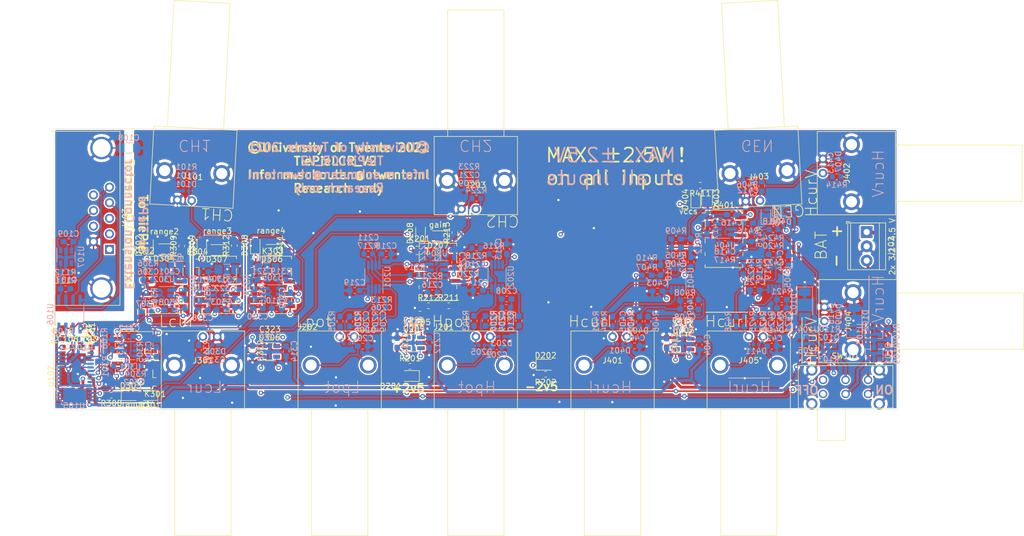
<source format=kicad_pcb>
(kicad_pcb (version 20211014) (generator pcbnew)
  (layers (0 "F.Cu" mixed) (1 "In1.Cu" power) (2 "In2.Cu" power) (31 "B.Cu" mixed) (34 "B.Paste" user) (35 "F.Paste" user) (36 "B.SilkS" user "B.Silkscreen") (37 "F.SilkS" user "F.Silkscreen") (38 "B.Mask" user) (39 "F.Mask" user) (44 "Edge.Cuts" user))
  (net 0 "")
  (net 1 "GND")
  (net 2 "/TIA/car")
  (net 3 "Net-(C102-Pad1)")
  (net 4 "Net-(C201-Pad2)")
  (net 5 "Net-(C202-Pad1)")
  (net 6 "Net-(C203-Pad1)")
  (net 7 "Net-(C204-Pad1)")
  (net 8 "Net-(C205-Pad1)")
  (net 9 "Net-(C206-Pad1)")
  (net 10 "Net-(C206-Pad2)")
  (net 11 "Net-(C207-Pad1)")
  (net 12 "Net-(C209-Pad1)")
  (net 13 "+BATT")
  (net 14 "+2V5B")
  (net 15 "-2V5B")
  (net 16 "-BATT")
  (net 17 "Net-(C301-Pad2)")
  (net 18 "Net-(C301-Pad1)")
  (net 19 "Net-(C302-Pad1)")
  (net 20 "Net-(C302-Pad2)")
  (net 21 "+2V5A")
  (net 22 "-2V5A")
  (net 23 "Net-(C401-Pad2)")
  (net 24 "+2V5C")
  (net 25 "-2V5C")
  (net 26 "Net-(C406-Pad1)")
  (net 27 "Net-(C408-Pad2)")
  (net 28 "Net-(C408-Pad1)")
  (net 29 "Net-(C410-Pad1)")
  (net 30 "Net-(C420-Pad1)")
  (net 31 "Net-(C420-Pad2)")
  (net 32 "Net-(C423-Pad1)")
  (net 33 "Net-(D201-Pad2)")
  (net 34 "Net-(D202-Pad2)")
  (net 35 "+5VD")
  (net 36 "gain")
  (net 37 "range1")
  (net 38 "range2")
  (net 39 "range4")
  (net 40 "range3")
  (net 41 "car_select")
  (net 42 "Net-(J102-Pad1)")
  (net 43 "Net-(J102-Pad3)")
  (net 44 "Net-(J103-Pad4)")
  (net 45 "Net-(J103-Pad5)")
  (net 46 "Net-(K201-Pad5)")
  (net 47 "Net-(K201-Pad4)")
  (net 48 "Net-(K301-Pad6)")
  (net 49 "Net-(K302-Pad6)")
  (net 50 "Net-(K303-Pad6)")
  (net 51 "Net-(K304-Pad6)")
  (net 52 "Net-(Q101-Pad1)")
  (net 53 "Net-(Q101-Pad2)")
  (net 54 "Net-(Q102-Pad2)")
  (net 55 "Net-(Q102-Pad1)")
  (net 56 "/TIA/en-")
  (net 57 "/TIA/en+")
  (net 58 "Net-(R105-Pad2)")
  (net 59 "Net-(R106-Pad1)")
  (net 60 "Net-(R107-Pad1)")
  (net 61 "Net-(R108-Pad1)")
  (net 62 "Net-(C305-Pad1)")
  (net 63 "Net-(C306-Pad2)")
  (net 64 "Net-(C307-Pad1)")
  (net 65 "Net-(C317-Pad2)")
  (net 66 "Net-(C317-Pad1)")
  (net 67 "Net-(C318-Pad2)")
  (net 68 "Net-(C320-Pad1)")
  (net 69 "Net-(C320-Pad2)")
  (net 70 "Net-(C321-Pad1)")
  (net 71 "Net-(C322-Pad2)")
  (net 72 "Net-(C421-Pad1)")
  (net 73 "Net-(C422-Pad1)")
  (net 74 "Net-(C422-Pad2)")
  (net 75 "Net-(J203-Pad1)")
  (net 76 "/GNDI")
  (net 77 "Net-(C419-Pad1)")
  (net 78 "Net-(D207-Pad1)")
  (net 79 "Net-(D303-Pad1)")
  (net 80 "Net-(D304-Pad1)")
  (net 81 "Net-(D306-Pad1)")
  (net 82 "Net-(D307-Pad1)")
  (net 83 "Net-(D403-Pad1)")
  (net 84 "Net-(C107-Pad1)")
  (net 85 "Net-(C109-Pad1)")
  (net 86 "Net-(C207-Pad2)")
  (net 87 "Net-(C208-Pad2)")
  (net 88 "Net-(C315-Pad1)")
  (net 89 "Net-(C405-Pad2)")
  (net 90 "Net-(C406-Pad2)")
  (net 91 "Net-(C409-Pad1)")
  (net 92 "Net-(C412-Pad2)")
  (net 93 "Net-(C415-Pad2)")
  (net 94 "Net-(C416-Pad1)")
  (net 95 "Net-(C418-Pad1)")
  (net 96 "Net-(C418-Pad2)")
  (net 97 "Net-(C423-Pad2)")
  (net 98 "Net-(D205-Pad1)")
  (net 99 "Net-(D206-Pad2)")
  (net 100 "Net-(D401-Pad1)")
  (net 101 "Net-(D411-Pad1)")
  (net 102 "Net-(J301-Pad1)")
  (net 103 "Net-(J402-Pad1)")
  (net 104 "Net-(J403-Pad1)")
  (net 105 "Net-(R203-Pad1)")
  (net 106 "Net-(R205-Pad1)")
  (net 107 "Net-(R404-Pad1)")
  (net 108 "Net-(R425-Pad2)")
  (net 109 "Net-(C210-Pad1)")
  (net 110 "Net-(C210-Pad2)")
  (net 111 "Net-(C211-Pad1)")
  (net 112 "Net-(C211-Pad2)")
  (net 113 "Net-(C215-Pad2)")
  (net 114 "Net-(C216-Pad2)")
  (net 115 "Net-(C216-Pad1)")
  (net 116 "Net-(C221-Pad1)")
  (footprint "Capacitor_SMD:C_0603_1608Metric_Pad1.05x0.95mm_HandSolder" (layer "F.Cu") (at 51 38.1 -90)
    (fp_text reference "C220")
    (fp_text value "2u2")
  )
  (footprint "Capacitor_SMD:C_0603_1608Metric_Pad1.05x0.95mm_HandSolder" (layer "F.Cu") (at 54 35.55)
    (fp_text reference "C224")
    (fp_text value "2u2")
  )
  (footprint "Capacitor_SMD:C_0603_1608Metric_Pad1.05x0.95mm_HandSolder" (layer "F.Cu") (at 25.3 39.5 -90)
    (fp_text reference "C319")
    (fp_text value "2u2")
  )
  (footprint "Capacitor_SMD:C_0603_1608Metric_Pad1.05x0.95mm_HandSolder" (layer "F.Cu") (at 28.4 37.1)
    (fp_text reference "C323")
    (fp_text value "2u2")
  )
  (footprint "Capacitor_SMD:C_0603_1608Metric_Pad1.05x0.95mm_HandSolder" (layer "F.Cu") (at 98.9 38.05 -90)
    (fp_text reference "C411")
    (fp_text value "2u2")
  )
  (footprint "Capacitor_SMD:C_0603_1608Metric_Pad1.05x0.95mm_HandSolder" (layer "F.Cu") (at 101.8 35.6)
    (fp_text reference "C414")
    (fp_text value "2u2")
  )
  (footprint "LED_SMD:LED_0805_2012Metric" (layer "F.Cu") (at 53.275 44 180)
    (fp_text reference "D201")
    (fp_text value "PG1113F-TR")
  )
  (footprint "LED_SMD:LED_0805_2012Metric" (layer "F.Cu") (at 77.4 42)
    (fp_text reference "D202")
    (fp_text value "PG1113F-TR")
  )
  (footprint "Diode_SMD:D_SOD-323" (layer "F.Cu") (at 6.975 47.5 180)
    (fp_text reference "D301")
    (fp_text value "BAS16HT3G")
  )
  (footprint "Diode_SMD:D_SOD-323" (layer "F.Cu") (at 6.825 20.825 90)
    (fp_text reference "D302")
    (fp_text value "BAS16HT3G")
  )
  (footprint "Diode_SMD:D_SOD-323" (layer "F.Cu") (at 25.8 20.75 90)
    (fp_text reference "D308")
    (fp_text value "BAS16HT3G")
  )
  (footprint "Diode_SMD:D_SOD-323" (layer "F.Cu") (at 16.3 20.8 90)
    (fp_text reference "D309")
    (fp_text value "BAS16HT3G")
  )
  (footprint "Diode_SMD:D_SOD-323" (layer "F.Cu") (at 104.075 12.6 90)
    (fp_text reference "D404")
    (fp_text value "BAS16HT3G ")
  )
  (footprint "tiepieLCR:0731385033" (layer "F.Cu") (at 14.5 12.8 -3)
    (fp_text reference "J101")
    (fp_text value "0731385033")
  )
  (footprint "TerminalBlock_TE-Connectivity:TerminalBlock_TE_282834-3_1x03_P2.54mm_Horizontal" (layer "F.Cu") (at 134.45 18.4 -90)
    (fp_text reference "J102")
    (fp_text value "282834-3")
  )
  (footprint "Connector_Dsub:DSUB-9_Female_Horizontal_P2.77x2.84mm_EdgePinOffset7.70mm_Housed_MountingHolesOffset9.12mm" (layer "F.Cu") (at -0.1 21.5 -90)
    (fp_text reference "J103")
    (fp_text value "182-009-113R531 ")
  )
  (footprint "tiepieLCR:0731385033" (layer "F.Cu") (at 65 37 180)
    (fp_text reference "J201")
    (fp_text value "0731385033")
  )
  (footprint "tiepieLCR:0731385033" (layer "F.Cu") (at 40.8 37 180)
    (fp_text reference "J202")
    (fp_text value "0731385033")
  )
  (footprint "tiepieLCR:0731385033" (layer "F.Cu") (at 65 14.3)
    (fp_text reference "J203")
    (fp_text value "0731385033")
  )
  (footprint "tiepieLCR:0731385033" (layer "F.Cu") (at 16.5 37 180)
    (fp_text reference "J301")
    (fp_text value "0731385033")
  )
  (footprint "tiepieLCR:0731385033" (layer "F.Cu") (at 89.3 37 180)
    (fp_text reference "J401")
    (fp_text value "0731385033")
  )
  (footprint "tiepieLCR:1462039-4" (layer "F.Cu") (at 58.25 25.5)
    (fp_text reference "K201")
    (fp_text value "1462039-4")
  )
  (footprint "tiepieLCR:1462039-4" (layer "F.Cu") (at 4.3 41.2 180)
    (fp_text reference "K301")
    (fp_text value "1462039-4")
  )
  (footprint "tiepieLCR:1462039-4" (layer "F.Cu") (at 9.6 27.8)
    (fp_text reference "K302")
    (fp_text value "1462039-4")
  )
  (footprint "tiepieLCR:1462039-4" (layer "F.Cu") (at 28.9 27.8)
    (fp_text reference "K303")
    (fp_text value "1462039-4")
  )
  (footprint "tiepieLCR:1462039-4" (layer "F.Cu") (at 19.1 27.8)
    (fp_text reference "K304")
    (fp_text value "1462039-4")
  )
  (footprint "tiepieLCR:1462039-4" (layer "F.Cu") (at 109.075 19.6)
    (fp_text reference "K401")
    (fp_text value "1462039-4")
  )
  (footprint "Package_TO_SOT_SMD:SOT-23" (layer "F.Cu") (at -5.725 36.4 -90)
    (fp_text reference "U101")
    (fp_text value "BD48K60G")
  )
  (footprint "Package_TO_SOT_SMD:TSOT-23-5" (layer "F.Cu") (at 54 38.1)
    (fp_text reference "U205")
    (fp_text value "ADP7182AUJZ-2.5")
  )
  (footprint "Package_TO_SOT_SMD:TSOT-23-5" (layer "F.Cu") (at 28.3 39.6)
    (fp_text reference "U306")
    (fp_text value "ADP7182AUJZ-2.5")
  )
  (footprint "Package_TO_SOT_SMD:TSOT-23-5" (layer "F.Cu") (at 101.9 38.35)
    (fp_text reference "U403")
    (fp_text value "ADP7182AUJZ-2.5")
  )
  (footprint "tiepieLCR:0731385033" (layer "F.Cu") (at 115.5 12.8 3)
    (fp_text reference "J403")
    (fp_text value "0731385033")
  )
  (footprint "tiepieLCR:0731385033" (layer "F.Cu") (at 113.5 37 180)
    (fp_text reference "J405")
    (fp_text value "0731385033")
  )
  (footprint "tiepieLCR:0731385033" (layer "F.Cu") (at 126.67 7.93 -90)
    (fp_text reference "J402")
    (fp_text value "0731385033")
  )
  (footprint "Diode_SMD:D_SOD-323" (layer "F.Cu") (at 55.175 18.6 90)
    (fp_text reference "D208")
    (fp_text value "BAS16HT3G ")
  )
  (footprint "tiepieLCR:0731385033" (layer "F.Cu") (at 126.95 34.25 -90)
    (fp_text reference "J404")
    (fp_text value "0731385033")
  )
  (footprint "Resistor_SMD:R_0603_1608Metric_Pad1.05x0.95mm_HandSolder" (layer "F.Cu") (at -8.425 36.4 90)
    (fp_text reference "R102")
    (fp_text value "100k")
  )
  (footprint "Resistor_SMD:R_0603_1608Metric_Pad1.05x0.95mm_HandSolder" (layer "F.Cu") (at 53.3 42.3)
    (fp_text reference "R201")
    (fp_text value "220")
  )
  (footprint "Resistor_SMD:R_0603_1608Metric_Pad1.05x0.95mm_HandSolder" (layer "F.Cu") (at 77.4 43.7 180)
    (fp_text reference "R202")
    (fp_text value "220")
  )
  (footprint "Resistor_SMD:R_0603_1608Metric_Pad1.05x0.95mm_HandSolder" (layer "F.Cu") (at 60.175 31.5)
    (fp_text reference "R211")
    (fp_text value "20R, 0.1%")
  )
  (footprint "tiepieLCR:EG2219" (layer "F.Cu") (at 130.7 45.95)
    (fp_text reference "SW101")
    (fp_text value "SW_DPDT_x2_WITH_CASE")
  )
  (footprint "Package_TO_SOT_SMD:SOT-223-5" (layer "F.Cu") (at -6 44.125 90)
    (fp_text reference "U102")
    (fp_text value "LP38693MP-5.0")
  )
  (footprint "LED_SMD:LED_0805_2012Metric" (layer "F.Cu") (at 58.275 19.15 180)
    (fp_text reference "D207")
    (fp_text value "PG1113F-TR")
  )
  (footprint "LED_SMD:LED_0805_2012Metric" (layer "F.Cu") (at 3.675 47.4)
    (fp_text reference "D303")
    (fp_text value "LTST-C170KGKT")
  )
  (footprint "LED_SMD:LED_0805_2012Metric" (layer "F.Cu") (at 9.6 21.475 180)
    (fp_text reference "D304")
    (fp_text value "LTST-C170KGKT")
  )
  (footprint "LED_SMD:LED_0805_2012Metric" (layer "F.Cu") (at 28.775 21.575 180)
    (fp_text reference "D306")
    (fp_text value "LTST-C170KGKT")
  )
  (footprint "LED_SMD:LED_0805_2012Metric" (layer "F.Cu") (at 18.95 21.6 180)
    (fp_text reference "D307")
    (fp_text value "LTST-C170KGKT")
  )
  (footprint "LED_SMD:LED_0805_2012Metric" (layer "F.Cu") (at 106.075 12.6 -90)
    (fp_text reference "D403")
    (fp_text value "LTST-C170KGKT")
  )
  (footprint "Resistor_SMD:R_0603_1608Metric_Pad1.05x0.95mm_HandSolder" (layer "F.Cu") (at 61.275 18.5 90)
    (fp_text reference "R215")
    (fp_text value "220")
  )
  (footprint "Resistor_SMD:R_0603_1608Metric_Pad1.05x0.95mm_HandSolder" (layer "F.Cu") (at 0.225 47.425 180)
    (fp_text reference "R308")
    (fp_text value "220")
  )
  (footprint "Resistor_SMD:R_0603_1608Metric_Pad1.05x0.95mm_HandSolder" (layer "F.Cu") (at 12.725 20.875 90)
    (fp_text reference "R309")
    (fp_text value "220")
  )
  (footprint "Resistor_SMD:R_0603_1608Metric_Pad1.05x0.95mm_HandSolder" (layer "F.Cu") (at 31.6 20.875 90)
    (fp_text reference "R311")
    (fp_text value "220")
  )
  (footprint "Resistor_SMD:R_0603_1608Metric_Pad1.05x0.95mm_HandSolder" (layer "F.Cu") (at 22.075 20.8 90)
    (fp_text reference "R312")
    (fp_text value "220")
  )
  (footprint "Resistor_SMD:R_0603_1608Metric_Pad1.05x0.95mm_HandSolder" (layer "F.Cu") (at 104.875 10.1 180)
    (fp_text reference "R411")
    (fp_text value "220")
  )
  (footprint "Capacitor_SMD:C_0603_1608Metric_Pad1.05x0.95mm_HandSolder" (layer "F.Cu") (at -2.775 36.45 90)
    (fp_text reference "C102")
    (fp_text value "2u2")
  )
  (footprint "Capacitor_SMD:C_0603_1608Metric_Pad1.05x0.95mm_HandSolder" (layer "F.Cu") (at -4.125 38.9)
    (fp_text reference "C103")
    (fp_text value "2u2")
  )
  (footprint "Capacitor_SMD:C_0603_1608Metric_Pad1.05x0.95mm_HandSolder" (layer "F.Cu") (at -7.525 38.9)
    (fp_text reference "C106")
    (fp_text value "2u2")
  )
  (footprint "Capacitor_SMD:C_0603_1608Metric_Pad1.05x0.95mm_HandSolder" (layer "F.Cu") (at 55.075 33 180)
    (fp_text reference "C205")
    (fp_text value "22pF")
  )
  (footprint "Resistor_SMD:R_0603_1608Metric_Pad1.05x0.95mm_HandSolder" (layer "F.Cu") (at 56.575 31.5)
    (fp_text reference "R212")
    (fp_text value "20R, 0.1%")
  )
  (footprint "Capacitor_SMD:C_0603_1608Metric_Pad1.05x0.95mm_HandSolder" (layer "B.Cu") (at 13.55 9.75 180)
    (fp_text reference "C101")
    (fp_text value "330p")
  )
  (footprint "Capacitor_SMD:C_0603_1608Metric_Pad1.05x0.95mm_HandSolder" (layer "B.Cu") (at -7.925 25.5)
    (fp_text reference "C107")
    (fp_text value "100n")
  )
  (footprint "Capacitor_SMD:C_0603_1608Metric_Pad1.05x0.95mm_HandSolder" (layer "B.Cu") (at -7.375 20.125 180)
    (fp_text reference "C109")
    (fp_text value "100n")
  )
  (footprint "Capacitor_SMD:C_0603_1608Metric_Pad1.05x0.95mm_HandSolder" (layer "B.Cu") (at 44.9 38.7 180)
    (fp_text reference "C201")
    (fp_text value "NC")
  )
  (footprint "Capacitor_SMD:C_0603_1608Metric_Pad1.05x0.95mm_HandSolder" (layer "B.Cu") (at 68.7 38.8)
    (fp_text reference "C202")
    (fp_text value "NC")
  )
  (footprint "Capacitor_SMD:C_0603_1608Metric_Pad1.05x0.95mm_HandSolder" (layer "B.Cu") (at 44.075 34.3 90)
    (fp_text reference "C203")
    (fp_text value "1n0, 1%")
  )
  (footprint "Capacitor_SMD:C_0603_1608Metric_Pad1.05x0.95mm_HandSolder" (layer "B.Cu") (at 68.175 34.2 90)
    (fp_text reference "C204")
    (fp_text value "1n0, 1%")
  )
  (footprint "Capacitor_SMD:C_0603_1608Metric_Pad1.05x0.95mm_HandSolder" (layer "B.Cu") (at 70.475 30.3 180)
    (fp_text reference "C208")
    (fp_text value "0p5")
  )
  (footprint "Capacitor_SMD:C_0603_1608Metric_Pad1.05x0.95mm_HandSolder" (layer "B.Cu") (at 56.7 38.1 90)
    (fp_text reference "C212")
    (fp_text value "2u2")
  )
  (footprint "Capacitor_SMD:C_0603_1608Metric_Pad1.05x0.95mm_HandSolder" (layer "B.Cu") (at 70.475 21.4 -90)
    (fp_text reference "C213")
    (fp_text value "100n")
  )
  (footprint "Capacitor_SMD:C_0603_1608Metric_Pad1.05x0.95mm_HandSolder" (layer "B.Cu") (at 65.375 28.8 180)
    (fp_text reference "C214")
    (fp_text value "100n")
  )
  (footprint "Capacitor_SMD:C_0603_1608Metric_Pad1.05x0.95mm_HandSolder" (layer "B.Cu") (at 54 35.55 180)
    (fp_text reference "C217")
    (fp_text value "2u2")
  )
  (footprint "Capacitor_SMD:C_0603_1608Metric_Pad1.05x0.95mm_HandSolder" (layer "B.Cu") (at 49.075 22.3 180)
    (fp_text reference "C218")
    (fp_text value "100n")
  )
  (footprint "Capacitor_SMD:C_0603_1608Metric_Pad1.05x0.95mm_HandSolder" (layer "B.Cu") (at 43.475 28.8 180)
    (fp_text reference "C219")
    (fp_text value "100n")
  )
  (footprint "Capacitor_SMD:C_0603_1608Metric_Pad1.05x0.95mm_HandSolder" (layer "B.Cu") (at 63.8 9.7 180)
    (fp_text reference "C221")
    (fp_text value "330p")
  )
  (footprint "Capacitor_SMD:C_0603_1608Metric_Pad1.05x0.95mm_HandSolder" (layer "B.Cu") (at 56.9 21.6 -90)
    (fp_text reference "C222")
    (fp_text value "100n")
  )
  (footprint "Capacitor_SMD:C_0603_1608Metric_Pad1.05x0.95mm_HandSolder" (layer "B.Cu") (at 61.225 23.775 90)
    (fp_text reference "C223")
    (fp_text value "100n")
  )
  (footprint "Capacitor_SMD:C_0603_1608Metric_Pad1.05x0.95mm_HandSolder" (layer "B.Cu") (at 19.8 32.25 180)
    (fp_text reference "C303")
    (fp_text value "100n")
  )
  (footprint "Capacitor_SMD:C_0603_1608Metric_Pad1.05x0.95mm_HandSolder" (layer "B.Cu") (at 13.3 31.1 -90)
    (fp_text reference "C304")
    (fp_text value "100n")
  )
  (footprint "Capacitor_SMD:C_0603_1608Metric_Pad1.05x0.95mm_HandSolder" (layer "B.Cu") (at 10.55 32.3 180)
    (fp_text reference "C308")
    (fp_text value "100n")
  )
  (footprint "Capacitor_SMD:C_0603_1608Metric_Pad1.05x0.95mm_HandSolder" (layer "B.Cu") (at 32.05 30.1 -90)
    (fp_text reference "C309")
    (fp_text value "100n")
  )
  (footprint "Capacitor_SMD:C_0603_1608Metric_Pad1.05x0.95mm_HandSolder" (layer "B.Cu") (at 29.6 32 180)
    (fp_text reference "C310")
    (fp_text value "100n")
  )
  (footprint "Capacitor_SMD:C_0603_1608Metric_Pad1.05x0.95mm_HandSolder" (layer "B.Cu") (at 22.2 31 -90)
    (fp_text reference "C311")
    (fp_text value "100n")
  )
  (footprint "Capacitor_SMD:C_0603_1608Metric_Pad1.05x0.95mm_HandSolder" (layer "B.Cu") (at 18.575 39.7)
    (fp_text reference "C315")
    (fp_text value "NC")
  )
  (footprint "Capacitor_SMD:C_0603_1608Metric_Pad1.05x0.95mm_HandSolder" (layer "B.Cu") (at 31.3 39.6 90)
    (fp_text reference "C314")
    (fp_text value "2u2")
  )
  (footprint "Capacitor_SMD:C_0603_1608Metric_Pad1.05x0.95mm_HandSolder" (layer "B.Cu") (at 25.3 39.5 90)
    (fp_text reference "C316")
    (fp_text value "2u2")
  )
  (footprint "Capacitor_SMD:C_0603_1608Metric_Pad1.05x0.95mm_HandSolder" (layer "B.Cu") (at 93.2 38.65 180)
    (fp_text reference "C401")
    (fp_text value "NC")
  )
  (footprint "Capacitor_SMD:C_0603_1608Metric_Pad1.05x0.95mm_HandSolder" (layer "B.Cu") (at 103.225 23.725 -90)
    (fp_text reference "C402")
    (fp_text value "100n")
  )
  (footprint "Capacitor_SMD:C_0603_1608Metric_Pad1.05x0.95mm_HandSolder" (layer "B.Cu") (at 97.275 28.9 180)
    (fp_text reference "C403")
    (fp_text value "100n")
  )
  (footprint "Capacitor_SMD:C_0603_1608Metric_Pad1.05x0.95mm_HandSolder" (layer "B.Cu") (at 104.7 38.45 90)
    (fp_text reference "C404")
    (fp_text value "2u2")
  )
  (footprint "Capacitor_SMD:C_0603_1608Metric_Pad1.05x0.95mm_HandSolder" (layer "B.Cu") (at 101.8 35.6 180)
    (fp_text reference "C407")
    (fp_text value "2u2")
  )
  (footprint "Capacitor_SMD:C_0603_1608Metric_Pad1.05x0.95mm_HandSolder" (layer "B.Cu") (at 104.575 31.3 -90)
    (fp_text reference "C409")
    (fp_text value "500p, 1%")
  )
  (footprint "Capacitor_SMD:C_0603_1608Metric_Pad1.05x0.95mm_HandSolder" (layer "B.Cu") (at 113.375 9.55)
    (fp_text reference "C412")
    (fp_text value "330p")
  )
  (footprint "Capacitor_SMD:C_0603_1608Metric_Pad1.05x0.95mm_HandSolder" (layer "B.Cu") (at 129.475 6.1 -90)
    (fp_text reference "C413")
    (fp_text value "NC")
  )
  (footprint "Capacitor_SMD:C_0603_1608Metric_Pad1.05x0.95mm_HandSolder" (layer "B.Cu") (at 110.475 15.3)
    (fp_text reference "C416")
    (fp_text value "100n")
  )
  (footprint "Capacitor_SMD:C_0603_1608Metric_Pad1.05x0.95mm_HandSolder" (layer "B.Cu") (at 106.075 17.8 90)
    (fp_text reference "C417")
    (fp_text value "100n")
  )
  (footprint "Capacitor_SMD:C_0603_1608Metric_Pad1.05x0.95mm_HandSolder" (layer "B.Cu") (at 120.525 23.45 -90)
    (fp_text reference "C424")
    (fp_text value "100n")
  )
  (footprint "Capacitor_SMD:C_0603_1608Metric_Pad1.05x0.95mm_HandSolder" (layer "B.Cu") (at 114.575 28.7 180)
    (fp_text reference "C425")
    (fp_text value "100n")
  )
  (footprint "Capacitor_SMD:C_0603_1608Metric_Pad1.05x0.95mm_HandSolder" (layer "B.Cu") (at 117.6 38.7 180)
    (fp_text reference "C426")
    (fp_text value "NC")
  )
  (footprint "Diode_SMD:D_0402_1005Metric" (layer "B.Cu") (at 13.5 11.05 180)
    (fp_text reference "D101")
    (fp_text value "GG0402055R042P")
  )
  (footprint "Diode_SMD:D_0402_1005Metric" (layer "B.Cu") (at 69.6 37)
    (fp_text reference "D203")
    (fp_text value "GG0402055R042P")
  )
  (footprint "Diode_SMD:D_0402_1005Metric" (layer "B.Cu") (at 45.3 37 180)
    (fp_text reference "D204")
    (fp_text value "GG0402055R042P")
  )
  (footprint "Diode_SMD:D_0402_1005Metric" (layer "B.Cu") (at 63.8 10.9 180)
    (fp_text reference "D209")
    (fp_text value "GG0402055R042P")
  )
  (footprint "Diode_SMD:D_0402_1005Metric" (layer "B.Cu") (at 90.6 38.3)
    (fp_text reference "D401")
    (fp_text value "GG0402055R042P")
  )
  (footprint "Diode_SMD:D_0402_1005Metric" (layer "B.Cu") (at 93.8 37.1 180)
    (fp_text reference "D402")
    (fp_text value "GG0402055R042P")
  )
  (footprint "Diode_SMD:D_0402_1005Metric" (layer "B.Cu") (at 113.225 11.125 180)
    (fp_text reference "D406")
    (fp_text value "GG0402055R042P")
  )
  (footprint "Diode_SMD:D_0402_1005Metric" (layer "B.Cu") (at 128.25 5.875 90)
    (fp_text reference "D407")
    (fp_text value "GG0402055R042P")
  )
  (footprint "Diode_SMD:D_0402_1005Metric" (layer "B.Cu") (at 117.9 37 180)
    (fp_text reference "D410")
    (fp_text value "GG0402055R042P")
  )
  (footprint "Diode_SMD:D_0402_1005Metric" (layer "B.Cu") (at 114.8 38.4)
    (fp_text reference "D411")
    (fp_text value "GG0402055R042P")
  )
  (footprint "Package_TO_SOT_SMD:SOT-23" (layer "B.Cu") (at 135.775 39.975 90)
    (fp_text reference "Q101")
    (fp_text value "SI2333DDS-T1-GE3_")
  )
  (footprint "Package_TO_SOT_SMD:SOT-23" (layer "B.Cu") (at 127.7 39.65 180)
    (fp_text reference "Q102")
    (fp_text value "NTR3C21NZ")
  )
  (footprint "Resistor_SMD:R_0603_1608Metric" (layer "B.Cu") (at 68.175 22.3 180)
    (fp_text reference "R216")
    (fp_text value "1k, 0.1%")
  )
  (footprint "Resistor_SMD:R_0603_1608Metric" (layer "B.Cu") (at 45.875 22.3 180)
    (fp_text reference "R217")
    (fp_text value "1k, 0.1%")
  )
  (footprint "Resistor_SMD:R_0603_1608Metric" (layer "B.Cu") (at 65.075 21.2)
    (fp_text reference "R218")
    (fp_text value "1k, 0.1%")
  )
  (footprint "Resistor_SMD:R_0603_1608Metric" (layer "B.Cu") (at 54.1 26.05 180)
    (fp_text reference "R219")
    (fp_text value "1k, 0.1%")
  )
  (footprint "Resistor_SMD:R_0603_1608Metric" (layer "B.Cu") (at 57.25 27.65 180)
    (fp_text reference "R221")
    (fp_text value "1k, 0.1%")
  )
  (footprint "Resistor_SMD:R_0603_1608Metric" (layer "B.Cu") (at 59.7 21.7 -90)
    (fp_text reference "R222")
    (fp_text value "50R")
  )
  (footprint "Resistor_SMD:R_0603_1608Metric" (layer "B.Cu") (at 1.4 42.2)
    (fp_text reference "R301")
    (fp_text value "50R")
  )
  (footprint "Resistor_SMD:R_0603_1608Metric" (layer "B.Cu") (at 13.3 27.9 90)
    (fp_text reference "R302")
    (fp_text value "50R")
  )
  (footprint "Resistor_SMD:R_1206_3216Metric_Pad1.42x1.75mm_HandSolder" (layer "B.Cu") (at 10.9 24.65 180)
    (fp_text reference "R303")
    (fp_text value "200k, 0.1%")
  )
  (footprint "Resistor_SMD:R_1206_3216Metric_Pad1.42x1.75mm_HandSolder" (layer "B.Cu") (at 27.9 24.8 180)
    (fp_text reference "R316")
    (fp_text value "10G, 10%")
  )
  (footprint "Resistor_SMD:R_1206_3216Metric_Pad1.42x1.75mm_HandSolder" (layer "B.Cu") (at 20.75 25.05)
    (fp_text reference "R317")
    (fp_text value "100M, 1%")
  )
  (footprint "Resistor_SMD:R_0603_1608Metric" (layer "B.Cu") (at 22.9 27.8 90)
    (fp_text reference "R318")
    (fp_text value "50R")
  )
  (footprint "Resistor_SMD:R_0603_1608Metric" (layer "B.Cu") (at 30.4 26.8 180)
    (fp_text reference "R319")
    (fp_text value "50R")
  )
  (footprint "Package_TO_SOT_SMD:SOT-23" (layer "B.Cu") (at 135.75 36.55 -90)
    (fp_text reference "U103")
    (fp_text value "BD48K28G")
  )
  (footprint "Package_TO_SOT_SMD:SOT-23" (layer "B.Cu") (at 124.075 38.25 180)
    (fp_text reference "U104")
    (fp_text value "BD48K28G")
  )
  (footprint "Package_SO:TSSOP-28_4.4x9.7mm_P0.65mm" (layer "B.Cu") (at -6.3 44.1 180)
    (fp_text reference "U105")
    (fp_text value "TLC59116")
  )
  (footprint "Package_TO_SOT_SMD:SOT-23-5" (layer "B.Cu") (at -7.825 22.8 -90)
    (fp_text reference "U107")
    (fp_text value " NCP551SN30")
  )
  (footprint "Package_SO:MSOP-8_3x3mm_P0.65mm" (layer "B.Cu") (at 68.775 26.3 90)
    (fp_text reference "U202")
    (fp_text value "LTC6269")
  )
  (footprint "Package_SO:MSOP-8_3x3mm_P0.65mm" (layer "B.Cu") (at 46.875 26.4 90)
    (fp_text reference "U201")
    (fp_text value "LTC6269")
  )
  (footprint "Package_TO_SOT_SMD:SOT-23-5" (layer "B.Cu") (at 54 38.1 180)
    (fp_text reference "U203")
    (fp_text value "LP5907MFX-2.5")
  )
  (footprint "Package_TO_SOT_SMD:SOT-23-5" (layer "B.Cu") (at 28.5 39.7 180)
    (fp_text reference "U303")
    (fp_text value "LP5907MFX-2.5")
  )
  (footprint "Package_SO:MSOP-8_3x3mm_P0.65mm" (layer "B.Cu") (at 100.725 26.625 90)
    (fp_text reference "U401")
    (fp_text value "LTC6269")
  )
  (footprint "Package_TO_SOT_SMD:SOT-23-5" (layer "B.Cu") (at 101.8 38.25 180)
    (fp_text reference "U402")
    (fp_text value "LP5907MFX-2.5")
  )
  (footprint "Package_SO:MSOP-8_3x3mm_P0.65mm" (layer "B.Cu") (at 117.975 26.4 90)
    (fp_text reference "U405")
    (fp_text value "LTC6269")
  )
  (footprint "Capacitor_SMD:C_0603_1608Metric_Pad1.05x0.95mm_HandSolder" (layer "B.Cu") (at 3.3 36.9)
    (fp_text reference "C312")
    (fp_text value "100n")
  )
  (footprint "Capacitor_SMD:C_0603_1608Metric_Pad1.05x0.95mm_HandSolder" (layer "B.Cu") (at 0.375 38.4 90)
    (fp_text reference "C313")
    (fp_text value "100n")
  )
  (footprint "Package_TO_SOT_SMD:SOT-23-6_Handsoldering" (layer "B.Cu") (at 3.575 39.5)
    (fp_text reference "U301")
    (fp_text value "LTC6268")
  )
  (footprint "Package_TO_SOT_SMD:SOT-23-6_Handsoldering" (layer "B.Cu") (at 9.6 29.7 180)
    (fp_text reference "U302")
    (fp_text value "LTC6268")
  )
  (footprint "Package_TO_SOT_SMD:SOT-23-6_Handsoldering" (layer "B.Cu") (at 28.9 29.4 180)
    (fp_text reference "U305")
    (fp_text value "LTC6268")
  )
  (footprint "Package_TO_SOT_SMD:SOT-23-6_Handsoldering" (layer "B.Cu") (at 109.275 17.9)
    (fp_text reference "U404")
    (fp_text value "LTC6268")
  )
  (footprint "Package_TO_SOT_SMD:SOT-23-6_Handsoldering" (layer "B.Cu") (at 19.05 29.65 180)
    (fp_text reference "U304")
    (fp_text value "LTC6268")
  )
  (footprint "Capacitor_SMD:C_0603_1608Metric_Pad1.05x0.95mm_HandSolder" (layer "B.Cu") (at 129.55 32.9 -90)
    (fp_text reference "C415")
    (fp_text value "NC")
  )
  (footprint "Diode_SMD:D_SOD-128" (layer "B.Cu") (at 132.25 34.1 90)
    (fp_text reference "D102")
    (fp_text value "DZ2404700L")
  )
  (footprint "Diode_SMD:D_SOD-128" (layer "B.Cu") (at 123.45 31.25 -90)
    (fp_text reference "D103")
    (fp_text value "DZ2404700L")
  )
  (footprint "Diode_SMD:D_0402_1005Metric" (layer "B.Cu") (at 66 38.55)
    (fp_text reference "D205")
    (fp_text value "GG0402055R042P")
  )
  (footprint "Diode_SMD:D_0402_1005Metric" (layer "B.Cu") (at 42.05 38.25 180)
    (fp_text reference "D206")
    (fp_text value "GG0402055R042P")
  )
  (footprint "Diode_SMD:D_0402_1005Metric" (layer "B.Cu") (at 18.675 38.475)
    (fp_text reference "D305")
    (fp_text value "GG0402055R042P")
  )
  (footprint "Diode_SMD:D_SOD-323" (layer "B.Cu") (at 116.55 15.525 90)
    (fp_text reference "D405")
    (fp_text value "BAS16HT3G ")
  )
  (footprint "Diode_SMD:D_SOD-323" (layer "B.Cu") (at 119.2 14.7)
    (fp_text reference "D408")
    (fp_text value "BAS16HT3G ")
  )
  (footprint "Diode_SMD:D_0402_1005Metric" (layer "B.Cu") (at 128.3 33 90)
    (fp_text reference "D409")
    (fp_text value "GG0402055R042P")
  )
  (footprint "Resistor_SMD:R_0603_1608Metric" (layer "B.Cu") (at 65.1 12.4 180)
    (fp_text reference "R224")
    (fp_text value "50R")
  )
  (footprint "Package_TO_SOT_SMD:SOT-23-6_Handsoldering" (layer "B.Cu") (at 58.05 25.1 180)
    (fp_text reference "U204")
    (fp_text value "LTC6268")
  )
  (footprint "Resistor_SMD:R_0603_1608Metric_Pad1.05x0.95mm_HandSolder" (layer "B.Cu") (at 13.55 8.25 180)
    (fp_text reference "R101")
    (fp_text value "NC")
  )
  (footprint "Resistor_SMD:R_0603_1608Metric_Pad1.05x0.95mm_HandSolder" (layer "B.Cu") (at 127.65 42.5 180)
    (fp_text reference "R103")
    (fp_text value "100k")
  )
  (footprint "Resistor_SMD:R_0603_1608Metric_Pad1.05x0.95mm_HandSolder" (layer "B.Cu") (at 138.35 36.575 90)
    (fp_text reference "R104")
    (fp_text value "100k")
  )
  (footprint "Resistor_SMD:R_0603_1608Metric_Pad1.05x0.95mm_HandSolder" (layer "B.Cu") (at 124.125 40.925 180)
    (fp_text reference "R105")
    (fp_text value "100k")
  )
  (footprint "Resistor_SMD:R_0603_1608Metric_Pad1.05x0.95mm_HandSolder" (layer "B.Cu") (at -2.425 37.3 90)
    (fp_text reference "R106")
    (fp_text value "300R")
  )
  (footprint "Resistor_SMD:R_0603_1608Metric_Pad1.05x0.95mm_HandSolder" (layer "B.Cu") (at -4.925 37.5)
    (fp_text reference "R107")
    (fp_text value "2.2k")
  )
  (footprint "Resistor_SMD:R_0603_1608Metric_Pad1.05x0.95mm_HandSolder" (layer "B.Cu") (at -8.325 37.5 180)
    (fp_text reference "R108")
    (fp_text value "2.2k")
  )
  (footprint "Resistor_SMD:R_0603_1608Metric_Pad1.05x0.95mm_HandSolder" (layer "B.Cu") (at 138.375 40.025 90)
    (fp_text reference "R109")
    (fp_text value "10k")
  )
  (footprint "Resistor_SMD:R_0603_1608Metric_Pad1.05x0.95mm_HandSolder" (layer "B.Cu") (at 127.9 37.1 180)
    (fp_text reference "R110")
    (fp_text value "10k")
  )
  (footprint "Resistor_SMD:R_0603_1608Metric_Pad1.05x0.95mm_HandSolder" (layer "B.Cu") (at 42.575 34.3 90)
    (fp_text reference "R204")
    (fp_text value "2k7, 0.1%")
  )
  (footprint "Resistor_SMD:R_0603_1608Metric_Pad1.05x0.95mm_HandSolder" (layer "B.Cu") (at 40.875 34.3 -90)
    (fp_text reference "R205")
    (fp_text value "2k7, 0.1%")
  )
  (footprint "Resistor_SMD:R_0603_1608Metric_Pad1.05x0.95mm_HandSolder" (layer "B.Cu") (at 64.675 34.2 -90)
    (fp_text reference "R203")
    (fp_text value "2k7, 0.1%")
  )
  (footprint "Resistor_SMD:R_0603_1608Metric_Pad1.05x0.95mm_HandSolder" (layer "B.Cu") (at 66.675 34.2 90)
    (fp_text reference "R206")
    (fp_text value "2k7, 0.1%")
  )
  (footprint "Resistor_SMD:R_0603_1608Metric_Pad1.05x0.95mm_HandSolder" (layer "B.Cu") (at 48.575 34.3 -90)
    (fp_text reference "R209")
    (fp_text value "270R, 0.1%")
  )
  (footprint "Resistor_SMD:R_0603_1608Metric_Pad1.05x0.95mm_HandSolder" (layer "B.Cu") (at 72.675 34.2 -90)
    (fp_text reference "R210")
    (fp_text value "270R, 0.1%")
  )
  (footprint "Resistor_SMD:R_0603_1608Metric_Pad1.05x0.95mm_HandSolder" (layer "B.Cu") (at 63.8 8.2 180)
    (fp_text reference "R223")
    (fp_text value "NC")
  )
  (footprint "Resistor_SMD:R_0603_1608Metric_Pad1.05x0.95mm_HandSolder" (layer "B.Cu") (at 4.55 42.2)
    (fp_text reference "R304")
    (fp_text value "2k7, 0.1%")
  )
  (footprint "Resistor_SMD:R_0603_1608Metric_Pad1.05x0.95mm_HandSolder" (layer "B.Cu") (at 6.775 39.7 -90)
    (fp_text reference "R305")
    (fp_text value "2k7, 0.1%")
  )
  (footprint "Resistor_SMD:R_0603_1608Metric_Pad1.05x0.95mm_HandSolder" (layer "B.Cu") (at 6.775 25.4 180)
    (fp_text reference "R306")
    (fp_text value "0R")
  )
  (footprint "Resistor_SMD:R_0603_1608Metric_Pad1.05x0.95mm_HandSolder" (layer "B.Cu") (at 6.45 30.15 90)
    (fp_text reference "R307")
    (fp_text value "2k7, 0.1%")
  )
  (footprint "Resistor_SMD:R_0603_1608Metric_Pad1.05x0.95mm_HandSolder" (layer "B.Cu") (at 16.6 25.45)
    (fp_text reference "R313")
    (fp_text value "2k7, 0.1%")
  )
  (footprint "Resistor_SMD:R_0603_1608Metric_Pad1.05x0.95mm_HandSolder" (layer "B.Cu") (at 15.9 29.8 90)
    (fp_text reference "R314")
    (fp_text value "2k7, 0.1%")
  )
  (footprint "Resistor_SMD:R_0603_1608Metric_Pad1.05x0.95mm_HandSolder" (layer "B.Cu") (at 25.7 29.4 90)
    (fp_text reference "R315")
    (fp_text value "2k7, 0.1%")
  )
  (footprint "Resistor_SMD:R_0603_1608Metric_Pad1.05x0.95mm_HandSolder" (layer "B.Cu") (at 87.775 34.3 -90)
    (fp_text reference "R401")
    (fp_text value "2k7, 0.1%")
  )
  (footprint "Resistor_SMD:R_0603_1608Metric_Pad1.05x0.95mm_HandSolder" (layer "B.Cu") (at 94.075 34.3 -90)
    (fp_text reference "R402")
    (fp_text value "2k7, 0.1%")
  )
  (footprint "Resistor_SMD:R_0603_1608Metric_Pad1.05x0.95mm_HandSolder" (layer "B.Cu") (at 91.075 34.3 90)
    (fp_text reference "R403")
    (fp_text value "2k7, 0.1%")
  )
  (footprint "Resistor_SMD:R_0603_1608Metric_Pad1.05x0.95mm_HandSolder" (layer "B.Cu") (at 89.275 34.3 -90)
    (fp_text reference "R404")
    (fp_text value "2k7, 0.1%")
  )
  (footprint "Resistor_SMD:R_0603_1608Metric_Pad1.05x0.95mm_HandSolder" (layer "B.Cu") (at 100.575 21.1)
    (fp_text reference "R405")
    (fp_text value "2k7, 0.1%")
  )
  (footprint "Resistor_SMD:R_0603_1608Metric_Pad1.05x0.95mm_HandSolder" (layer "B.Cu") (at 100.575 19.6 180)
    (fp_text reference "R409")
    (fp_text value "2k7, 0.1%")
  )
  (footprint "Resistor_SMD:R_0603_1608Metric_Pad1.05x0.95mm_HandSolder" (layer "B.Cu") (at 95.375 24.4 180)
    (fp_text reference "R410")
    (fp_text value "2k7, 0.1%")
  )
  (footprint "Resistor_SMD:R_0603_1608Metric_Pad1.05x0.95mm_HandSolder" (layer "B.Cu") (at 95.375 26.1 180)
    (fp_text reference "R407")
    (fp_text value "2k7, 0.1%")
  )
  (footprint "Resistor_SMD:R_0603_1608Metric_Pad1.05x0.95mm_HandSolder" (layer "B.Cu") (at 103.175 20.4 90)
    (fp_text reference "R412")
    (fp_text value "NC")
  )
  (footprint "Resistor_SMD:R_0603_1608Metric_Pad1.05x0.95mm_HandSolder" (layer "B.Cu") (at 113.975 19.2 90)
    (fp_text reference "R415")
    (fp_text value "NC")
  )
  (footprint "Resistor_SMD:R_0603_1608Metric_Pad1.05x0.95mm_HandSolder" (layer "B.Cu") (at 113.375 16.8)
    (fp_text reference "R416")
    (fp_text value "2k7, 0.1%")
  )
  (footprint "Resistor_SMD:R_0603_1608Metric_Pad1.05x0.95mm_HandSolder" (layer "B.Cu") (at 109.225 21.95)
    (fp_text reference "R417")
    (fp_text value "2k7, 0.1%")
  )
  (footprint "Resistor_SMD:R_0603_1608Metric_Pad1.05x0.95mm_HandSolder" (layer "B.Cu") (at 113.975 25 90)
    (fp_text reference "R419")
    (fp_text value "2k7, 0.1%")
  )
  (footprint "Resistor_SMD:R_0603_1608Metric_Pad1.05x0.95mm_HandSolder" (layer "B.Cu") (at 117.875 19.4)
    (fp_text reference "R420")
    (fp_text value "2k7, 0.1%")
  )
  (footprint "Resistor_SMD:R_0603_1608Metric_Pad1.05x0.95mm_HandSolder" (layer "B.Cu") (at 112.475 25 90)
    (fp_text reference "R422")
    (fp_text value "2k7, 0.1%")
  )
  (footprint "Resistor_SMD:R_0603_1608Metric_Pad1.05x0.95mm_HandSolder" (layer "B.Cu") (at 117.875 20.9 180)
    (fp_text reference "R424")
    (fp_text value "2k7, 0.1%")
  )
  (footprint "Resistor_SMD:R_0603_1608Metric_Pad1.05x0.95mm_HandSolder" (layer "B.Cu") (at 117.575 34.3 -90)
    (fp_text reference "R426")
    (fp_text value "2k7, 0.1%")
  )
  (footprint "Resistor_SMD:R_0603_1608Metric_Pad1.05x0.95mm_HandSolder" (layer "B.Cu") (at 116.075 34.3 90)
    (fp_text reference "R427")
    (fp_text value "2k7, 0.1%")
  )
  (footprint "Resistor_SMD:R_0603_1608Metric_Pad1.05x0.95mm_HandSolder" (layer "B.Cu") (at 112.775 34.3 90)
    (fp_text reference "R425")
    (fp_text value "2k7, 0.1%")
  )
  (footprint "Resistor_SMD:R_0603_1608Metric_Pad1.05x0.95mm_HandSolder" (layer "B.Cu") (at 111.275 34.3 -90)
    (fp_text reference "R428")
    (fp_text value "2k7, 0.1%")
  )
  (footprint "Resistor_SMD:R_0603_1608Metric" (layer "B.Cu") (at 117.875 17.925 180)
    (fp_text reference "R418")
    (fp_text value "50R")
  )
  (footprint "Capacitor_SMD:C_0603_1608Metric_Pad1.05x0.95mm_HandSolder" (layer "B.Cu") (at 51.025 38.1 90)
    (fp_text reference "C104")
    (fp_text value "2u2")
  )
  (footprint "Capacitor_SMD:C_0603_1608Metric_Pad1.05x0.95mm_HandSolder" (layer "B.Cu") (at 98.9 38.2 90)
    (fp_text reference "C105")
    (fp_text value "2u2")
  )
  (footprint "Capacitor_SMD:C_1206_3216Metric" (layer "B.Cu") (at 3.325 3.45 180)
    (fp_text reference "C108")
    (fp_text value "NC")
  )
  (footprint "Capacitor_SMD:C_0603_1608Metric_Pad1.05x0.95mm_HandSolder" (layer "B.Cu") (at 48.275 30.4)
    (fp_text reference "C206")
    (fp_text value "0p5")
  )
  (footprint "Capacitor_SMD:C_0603_1608Metric_Pad1.05x0.95mm_HandSolder" (layer "B.Cu") (at 64.975 22.7)
    (fp_text reference "C210")
    (fp_text value "0p5")
  )
  (footprint "Capacitor_SMD:C_0603_1608Metric_Pad1.05x0.95mm_HandSolder" (layer "B.Cu") (at 45.875 20.8 180)
    (fp_text reference "C211")
    (fp_text value "0p5")
  )
  (footprint "Capacitor_SMD:C_0603_1608Metric_Pad1.05x0.95mm_HandSolder" (layer "B.Cu") (at 63.675 25.8 180)
    (fp_text reference "C215")
    (fp_text value "0p5")
  )
  (footprint "Capacitor_SMD:C_0603_1608Metric_Pad1.05x0.95mm_HandSolder" (layer "B.Cu") (at 57.275 29.2 180)
    (fp_text reference "C216")
    (fp_text value "0p5")
  )
  (footprint "Capacitor_SMD:C_0603_1608Metric_Pad1.05x0.95mm_HandSolder" (layer "B.Cu") (at 10.55 26.85 180)
    (fp_text reference "C301")
    (fp_text value "3p9, +- 0.05p")
  )
  (footprint "Capacitor_SMD:C_0603_1608Metric_Pad1.05x0.95mm_HandSolder" (layer "B.Cu") (at 4.3 43.7)
    (fp_text reference "C302")
    (fp_text value "3p9, +- 0.05p")
  )
  (footprint "Capacitor_SMD:C_0603_1608Metric_Pad1.05x0.95mm_HandSolder" (layer "B.Cu") (at 8.275 39.7 -90)
    (fp_text reference "C305")
    (fp_text value "0p5")
  )
  (footprint "Capacitor_SMD:C_0603_1608Metric_Pad1.05x0.95mm_HandSolder" (layer "B.Cu") (at 6.775 26.9 180)
    (fp_text reference "C306")
    (fp_text value "NC")
  )
  (footprint "Capacitor_SMD:C_0603_1608Metric_Pad1.05x0.95mm_HandSolder" (layer "B.Cu") (at 6.475 32.6 180)
    (fp_text reference "C307")
    (fp_text value "0p5")
  )
  (footprint "Capacitor_SMD:C_0603_1608Metric_Pad1.05x0.95mm_HandSolder" (layer "B.Cu") (at 16.9 26.95)
    (fp_text reference "C317")
    (fp_text value "3p9, +- 0.05p")
  )
  (footprint "Capacitor_SMD:C_0603_1608Metric_Pad1.05x0.95mm_HandSolder" (layer "B.Cu") (at 16.45 32.25)
    (fp_text reference "C318")
    (fp_text value "0p5")
  )
  (footprint "Capacitor_SMD:C_0603_1608Metric_Pad1.05x0.95mm_HandSolder" (layer "B.Cu") (at 26.25 32)
    (fp_text reference "C320")
    (fp_text value "0p5")
  )
  (footprint "Capacitor_SMD:C_0603_1608Metric_Pad1.05x0.95mm_HandSolder" (layer "B.Cu") (at 27.1 26.8 180)
    (fp_text reference "C321")
    (fp_text value "3p9, +- 0.05p")
  )
  (footprint "Capacitor_SMD:C_0603_1608Metric_Pad1.05x0.95mm_HandSolder" (layer "B.Cu") (at 20.45 26.95)
    (fp_text reference "C322")
    (fp_text value "390p, 1%")
  )
  (footprint "Capacitor_SMD:C_0603_1608Metric_Pad1.05x0.95mm_HandSolder" (layer "B.Cu") (at 92.575 34.3 -90)
    (fp_text reference "C405")
    (fp_text value "NC")
  )
  (footprint "Capacitor_SMD:C_0603_1608Metric_Pad1.05x0.95mm_HandSolder" (layer "B.Cu") (at 100.625 22.625)
    (fp_text reference "C406")
    (fp_text value "0p5")
  )
  (footprint "Capacitor_SMD:C_0603_1608Metric_Pad1.05x0.95mm_HandSolder" (layer "B.Cu") (at 102.175 32.1)
    (fp_text reference "C408")
    (fp_text value "0p5")
  )
  (footprint "Capacitor_SMD:C_0603_1608Metric_Pad1.05x0.95mm_HandSolder" (layer "B.Cu") (at 97.825 25.175 90)
    (fp_text reference "C410")
    (fp_text value "0p5")
  )
  (footprint "Capacitor_SMD:C_0603_1608Metric_Pad1.05x0.95mm_HandSolder" (layer "B.Cu") (at 109.275 20.45)
    (fp_text reference "C418")
    (fp_text value "0p5")
  )
  (footprint "Capacitor_SMD:C_0603_1608Metric_Pad1.05x0.95mm_HandSolder" (layer "B.Cu") (at 115.475 25 90)
    (fp_text reference "C419")
    (fp_text value "0p5")
  )
  (footprint "Capacitor_SMD:C_0603_1608Metric_Pad1.05x0.95mm_HandSolder" (layer "B.Cu") (at 119.375 31.9)
    (fp_text reference "C420")
    (fp_text value "0p5")
  )
  (footprint "Capacitor_SMD:C_0603_1608Metric_Pad1.05x0.95mm_HandSolder" (layer "B.Cu") (at 119.075 34.3 90)
    (fp_text reference "C421")
    (fp_text value "500p, 1%")
  )
  (footprint "Capacitor_SMD:C_0603_1608Metric_Pad1.05x0.95mm_HandSolder" (layer "B.Cu") (at 117.875 22.4)
    (fp_text reference "C422")
    (fp_text value "0p5")
  )
  (footprint "Capacitor_SMD:C_0603_1608Metric_Pad1.05x0.95mm_HandSolder" (layer "B.Cu") (at 114.575 34.3 90)
    (fp_text reference "C423")
    (fp_text value "NC")
  )
  (footprint "Resistor_SMD:R_0603_1608Metric_Pad1.05x0.95mm_HandSolder" (layer "B.Cu") (at -7.925 28.5 180)
    (fp_text reference "R111")
    (fp_text value "NC")
  )
  (footprint "Resistor_SMD:R_0603_1608Metric_Pad1.05x0.95mm_HandSolder" (layer "B.Cu") (at -7.925 27 180)
    (fp_text reference "R112")
    (fp_text value "NC")
  )
  (footprint "Resistor_SMD:R_0603_1608Metric_Pad1.05x0.95mm_HandSolder" (layer "B.Cu") (at 69.675 34.2 -90)
    (fp_text reference "R207")
    (fp_text value "NC")
  )
  (footprint "Resistor_SMD:R_0603_1608Metric_Pad1.05x0.95mm_HandSolder" (layer "B.Cu") (at 45.575 34.3 -90)
    (fp_text reference "R208")
    (fp_text value "NC")
  )
  (footprint "Resistor_SMD:R_0603_1608Metric" (layer "B.Cu") (at 48.275 31.9 180)
    (fp_text reference "R213")
    (fp_text value "1k, 0.1%")
  )
  (footprint "Resistor_SMD:R_0603_1608Metric" (layer "B.Cu") (at 70.375 31.8)
    (fp_text reference "R214")
    (fp_text value "1k, 0.1%")
  )
  (footprint "Resistor_SMD:R_0603_1608Metric_Pad1.05x0.95mm_HandSolder" (layer "B.Cu") (at 15.7 39.4 90)
    (fp_text reference "R310")
    (fp_text value "0R")
  )
  (footprint "Resistor_SMD:R_0603_1608Metric_Pad1.05x0.95mm_HandSolder" (layer "B.Cu") (at 95.575 34.3 90)
    (fp_text reference "R406")
    (fp_text value "0R")
  )
  (footprint "Resistor_SMD:R_0603_1608Metric_Pad1.05x0.95mm_HandSolder" (layer "B.Cu") (at 102.175 30.6 180)
    (fp_text reference "R408")
    (fp_text value "500R, 0.1%")
  )
  (footprint "Resistor_SMD:R_0603_1608Metric_Pad1.05x0.95mm_HandSolder" (layer "B.Cu") (at 115.8 10.25 -90)
    (fp_text reference "R413")
    (fp_text value "0R")
  )
  (footprint "Resistor_SMD:R_0603_1608Metric" (layer "B.Cu") (at 129.125 8.575)
    (fp_text reference "R414")
    (fp_text value "50R")
  )
  (footprint "Resistor_SMD:R_0603_1608Metric_Pad1.05x0.95mm_HandSolder" (layer "B.Cu") (at 119.375 30.4 180)
    (fp_text reference "R421")
    (fp_text value "500R, 0.1%")
  )
  (footprint "Resistor_SMD:R_0603_1608Metric_Pad1.05x0.95mm_HandSolder" (layer "B.Cu") (at 120.575 34.3 -90)
    (fp_text reference "R423")
    (fp_text value "OR")
  )
  (footprint "Capacitor_SMD:C_0603_1608Metric_Pad1.05x0.95mm_HandSolder" (layer "B.Cu") (at 71.175 34.2 -90)
    (fp_text reference "C207")
    (fp_text value "0R")
  )
  (footprint "Package_SO:SOIC-8_3.9x4.9mm_P1.27mm" (layer "B.Cu") (at -7.225 33 -90)
    (fp_text reference "U106")
    (fp_text value "ISO1540")
  )
  (footprint "Capacitor_SMD:C_0603_1608Metric_Pad1.05x0.95mm_HandSolder" (layer "B.Cu") (at 47.075 34.3 90)
    (fp_text reference "C209")
    (fp_text value "0R")
  )
  (footprint "Resistor_SMD:R_0603_1608Metric" (layer "B.Cu") (at 63.675 27.3 180)
    (fp_text reference "R220")
    (fp_text value "1k, 0.1%")
  )
  (gr_line (start 140 0) (end 140 50) (layer "Edge.Cuts") (width 0.05))
  (gr_line (start 140 50) (end -10 50) (layer "Edge.Cuts") (width 0.05))
  (gr_line (start -10 0) (end 140 0) (layer "Edge.Cuts") (width 0.05))
  (gr_line (start -10 50) (end -10 0) (layer "Edge.Cuts") (width 0.05))
  (gr_text "Hpot" (at 65.2 46) (layer "B.SilkS") (effects (font (size 2 2)) (justify mirror)))
  (gr_text "HcurI" (at 88.9 46) (layer "B.SilkS") (effects (font (size 2 2)) (justify mirror)))
  (gr_text "HcurV" (at 136.5 8 90) (layer "B.SilkS") (effects (font (size 2 2)) (justify mirror)))
  (gr_text "~{HcurV}" (at 136.5 30.3 90) (layer "B.SilkS") (effects (font (size 2 2)) (justify mirror)))
  (gr_text "OFF" (at 123.8 46.55) (layer "B.SilkS") (effects (font (size 1.5 1.5) (thickness 0.3)) (justify mirror)))
  (gr_text "ON" (at 137.55 46.5) (layer "B.SilkS") (effects (font (size 1.5 1.5) (thickness 0.3)) (justify mirror)))
  (gr_text "To TiePie\nExtension Connector" (at 4.65 17.05 270) (layer "B.SilkS") (effects (font (size 1.5 1.5) (thickness 0.3)) (justify mirror)))
  (gr_text "©University of Twente 2021\nTiePieLCR_V2 \nInfo: m.schouten@utwente.nl\nResearch only" (at 40.65 6.95) (layer "B.SilkS") (effects (font (size 1.5 1.5) (thickness 0.3)) (justify mirror)))
  (gr_text "MAX. ±2.5V\non all inputs" (at 89.7 6.75) (layer "B.SilkS") (effects (font (size 2.5 2.5) (thickness 0.3)) (justify mirror)))
  (gr_text "~{HcurI}" (at 113.6 46) (layer "B.SilkS") (effects (font (size 2 2)) (justify mirror)))
  (gr_text "CH1" (at 15.1 3 180) (layer "B.SilkS") (effects (font (size 2 2)) (justify mirror)))
  (gr_text "CH2" (at 65 3 180) (layer "B.SilkS") (effects (font (size 2 2)) (justify mirror)))
  (gr_text "Lpot" (at 41.3 46) (layer "B.SilkS") (effects (font (size 2 2)) (justify mirror)))
  (gr_text "GEN" (at 115 3 180) (layer "B.SilkS") (effects (font (size 2 2)) (justify mirror)))
  (gr_text "Lcur" (at 16.8 46) (layer "B.SilkS") (effects (font (size 2 2)) (justify mirror)))
  (gr_text "-" (at 128.95 23.5 90) (layer "F.SilkS") (effects (font (size 2 2) (thickness 0.3))))
  (gr_text "Lcur" (at 11.85 34.3) (layer "F.SilkS") (effects (font (size 2 2))))
  (gr_text "Lpot" (at 36.2 34.3) (layer "F.SilkS") (effects (font (size 2 2))))
  (gr_text "Hpot" (at 60.575 34.3) (layer "F.SilkS") (effects (font (size 2 2))))
  (gr_text "HcurI" (at 85.3 34.3) (layer "F.SilkS") (effects (font (size 2 2))))
  (gr_text "~{HcurI}" (at 109.55 34.3) (layer "F.SilkS") (effects (font (size 2 2))))
  (gr_text "~{HcurV}" (at 124.6 37.7 90) (layer "F.SilkS") (effects (font (size 2 2))))
  (gr_text "HcurV" (at 124.6 11.5 90) (layer "F.SilkS") (effects (font (size 2 2))))
  (gr_text "GEN" (at 120.55 14.65 183) (layer "F.SilkS") (effects (font (size 2 2))))
  (gr_text "CH2" (at 69.75 16.45 180) (layer "F.SilkS") (effects (font (size 2 2))))
  (gr_text "CH1" (at 19 15.25 177) (layer "F.SilkS") (effects (font (size 2 2))))
  (gr_text "BAT" (at 126.35 20.8 90) (layer "F.SilkS") (effects (font (size 2 2))))
  (gr_text "2x 3.2-4.5 V" (at 139 21 90) (layer "F.SilkS") (effects (font (size 1 1))))
  (gr_text "range3" (at 19.075 18.2) (layer "F.SilkS") (effects (font (size 1 1))))
  (gr_text "range4" (at 28.6 18.15) (layer "F.SilkS") (effects (font (size 1 1))))
  (gr_text "range1" (at 4.65 48.975) (layer "F.SilkS") (effects (font (size 1 1))))
  (gr_text "gain" (at 58.275 17.1) (layer "F.SilkS") (effects (font (size 1 1))))
  (gr_text "vccs" (at 102.775 14.7) (layer "F.SilkS") (effects (font (size 1 1))))
  (gr_text "-2v5" (at 76.675 45.9) (layer "F.SilkS") (effects (font (size 1.5 1.5) (thickness 0.3))))
  (gr_text "To TiePie\nExtension Connector" (at 4.65 16.9 270) (layer "F.SilkS") (effects (font (size 1.5 1.5) (thickness 0.3))))
  (gr_text "©University of Twente 2021\nTiePieLCR_V2 \nInfo: m.schouten@utwente.nl\nResearch only" (at 40.6 7) (layer "F.SilkS") (effects (font (size 1.5 1.5) (thickness 0.3))))
  (gr_text "MAX. ±2.5V !\non all inputs" (at 89.8 6.75) (layer "F.SilkS") (effects (font (size 2.5 2.5) (thickness 0.3))))
  (gr_text "+" (at 129.2 18.1) (layer "F.SilkS") (effects (font (size 2 2) (thickness 0.3))))
  (gr_text "+2v5" (at 52.975 46.2) (layer "F.SilkS") (effects (font (size 1.5 1.5) (thickness 0.3))))
  (gr_text "range2" (at 9.65 18.3) (layer "F.SilkS") (effects (font (size 1 1))))
  (segment (start 25.9 27.1) (end 24.9 26.1) (width 0.25) (layer "F.Cu") (net 1))
  (segment (start 27.525 38.115) (end 26.99 38.65) (width 0.25) (layer "F.Cu") (net 1))
  (segment (start 26.965 38.625) (end 26.99 38.65) (width 0.25) (layer "F.Cu") (net 1))
  (segment (start 26.965 38.625) (end 26.99 38.65) (width 0.25) (layer "F.Cu") (net 1))
  (segment (start 7.3 42.1) (end 6.5 42.9) (width 0.25) (layer "F.Cu") (net 1))
  (segment (start 24.025 38.625) (end 24 38.6) (width 0.25) (layer "F.Cu") (net 1))
  (segment (start 52.615 37.225) (end 52.69 37.15) (width 0.25) (layer "F.Cu") (net 1))
  (segment (start 53.125 36.715) (end 52.69 37.15) (width 0.25) (layer "F.Cu") (net 1))
  (segment (start 51 35.8) (end 51.1 35.7) (width 0.25) (layer "F.Cu") (net 1))
  (segment (start 51.2 35.6) (end 51.1 35.7) (width 0.25) (layer "F.Cu") (net 1))
  (segment (start 100.365 37.175) (end 100.59 37.4) (width 0.25) (layer "F.Cu") (net 1))
  (segment (start 95.35 38.75) (end 95.35 38.7) (width 0.25) (layer "F.Cu") (net 1))
  (segment (start 2.75 38.55) (end 6 41.8) (width 0.25) (layer "F.Cu") (net 1))
  (segment (start 6 41.8) (end 7.3 41.8) (width 0.25) (layer "F.Cu") (net 1))
  (segment (start 7.25 42.9) (end 7.3 42.85) (width 0.25) (layer "F.Cu") (net 1))
  (segment (start 7.3 42.85) (end 7.3 41.8) (width 0.25) (layer "F.Cu") (net 1))
  (segment (start 35.7 38.8) (end 35.7 38.75) (width 0.5) (layer "F.Cu") (net 1))
  (segment (start 16 44.35) (end 16.05 44.35) (width 0.5) (layer "F.Cu") (net 1))
  (segment (start 21.7 48.75) (end 21.7 48.65) (width 0.5) (layer "F.Cu") (net 1))
  (segment (start 112.8 44.4) (end 112.95 44.4) (width 0.5) (layer "F.Cu") (net 1))
  (segment (start 77.9 30.9) (end 78 30.9) (width 0.5) (layer "F.Cu") (net 1))
  (segment (start 29.95 14.55) (end 29.95 14.6) (width 0.5) (layer "F.Cu") (net 1))
  (segment (start 13.95 19.45) (end 13.96 19.46) (width 0.5) (layer "F.Cu") (net 1))
  (segment (start 100.59 35.935) (end 100.925 35.6) (width 0.5) (layer "F.Cu") (net 1))
  (segment (start 100.365 37.175) (end 100.59 37.4) (width 0.5) (layer "F.Cu") (net 1))
  (segment (start 100.825 35.5) (end 100.925 35.6) (width 0.5) (layer "F.Cu") (net 1))
  (segment (start 15.9 27.2) (end 15.2 27.9) (width 0.25) (layer "F.Cu") (net 1))
  (segment (start 6.6 27.35) (end 5.8 28.15) (width 0.25) (layer "F.Cu") (net 1))
  (segment (start 56.475 44) (end 56.675 44.2) (width 0.25) (layer "F.Cu") (net 1))
  (segment (start 76.4 43.825) (end 76.525 43.7) (width 0.25) (layer "F.Cu") (net 1))
  (segment (start 54.2 31.925) (end 54.175 31.9) (width 0.25) (layer "F.Cu") (net 1))
  (segment (start 97.025 32.55) (end 97.075 32.6) (width 0.5) (layer "F.Cu") (net 1))
  (segment (start 25.9 27.2) (end 25.9 27.1) (width 0.25) (layer "F.Cu") (net 1))
  (segment (start 25.3 38.625) (end 26.965 38.625) (width 0.25) (layer "F.Cu") (net 1))
  (segment (start 51.2 35.6) (end 53.125 35.6) (width 0.25) (layer "F.Cu") (net 1))
  (segment (start 53.125 35.6) (end 53.125 36.715) (width 0.25) (layer "F.Cu") (net 1))
  (segment (start 100.59 37.4) (end 100.59 35.935) (width 0.5) (layer "F.Cu") (net 1))
  (segment (start 51 37.225) (end 52.615 37.225) (width 0.25) (layer "F.Cu") (net 1))
  (segment (start 7.3 42.1) (end 7.3 41.8) (width 0.25) (layer "F.Cu") (net 1))
  (segment (start 99.6 35.5) (end 100.825 35.5) (width 0.5) (layer "F.Cu") (net 1))
  (segment (start 16.1 27.2) (end 15.9 27.2) (width 0.25) (layer "F.Cu") (net 1))
  (segment (start 27.525 37.1) (end 27.525 38.115) (width 0.25) (layer "F.Cu") (net 1))
  (segment (start 98.9 37.175) (end 100.365 37.175) (width 0.5) (layer "F.Cu") (net 1))
  (segment (start 76.4 43.825) (end 75.275 43.825) (width 0.25) (layer "F.Cu") (net 1))
  (segment (start 25.3 38.625) (end 24.025 38.625) (width 0.25) (layer "F.Cu") (net 1))
  (segment (start 56.475 44) (end 54.2125 44) (width 0.25) (layer "F.Cu") (net 1))
  (segment (start 16.1 27.2) (end 15.9 27.2) (width 0.25) (layer "F.Cu") (net 1))
  (segment (start 54.2 33) (end 54.2 31.925) (width 0.25) (layer "F.Cu") (net 1))
  (segment (start 6.6 27.2) (end 6.6 27.35) (width 0.25) (layer "F.Cu") (net 1))
  (segment (start 51 37.225) (end 51 35.8) (width 0.25) (layer "F.Cu") (net 1))
  (segment (start 6.5 42.9) (end 7.25 42.9) (width 0.25) (layer "F.Cu") (net 1))
  (via (at 10.05 36.55) (size 0.8) (drill 0.4) (layers "F.Cu" "B.Cu") (net 1))
  (via (at 120.475 21.2) (size 0.8) (drill 0.4) (layers "F.Cu" "B.Cu") (net 1))
  (via (at 127.1 35.75) (size 0.8) (drill 0.4) (layers "F.Cu" "B.Cu") (net 1))
  (via (at 29.9 31.1) (size 0.8) (drill 0.4) (layers "F.Cu" "B.Cu") (net 1))
  (via (at 115.6 40.85) (size 0.8) (drill 0.4) (layers "F.Cu" "B.Cu") (net 1))
  (via (at 96.275 23.1) (size 0.8) (drill 0.4) (layers "F.Cu" "B.Cu") (net 1))
  (via (at 119.75 38.75) (size 0.8) (drill 0.4) (layers "F.Cu" "B.Cu") (net 1))
  (via (at 42.575 30) (size 0.8) (drill 0.4) (layers "F.Cu" "B.Cu") (net 1))
  (via (at 95.35 38.75) (size 0.8) (drill 0.4) (layers "F.Cu" "B.Cu") (net 1))
  (via (at 40.1 49.25) (size 0.8) (drill 0.4) (layers "F.Cu" "B.Cu") (net 1))
  (via (at 98.475 45.025) (size 0.8) (drill 0.4) (layers "F.Cu" "B.Cu") (net 1))
  (via (at 47 37.8) (size 0.8) (drill 0.4) (layers "F.Cu" "B.Cu") (net 1))
  (via (at 11.15 19.25) (size 0.8) (drill 0.4) (layers "F.Cu" "B.Cu") (net 1))
  (via (at 13.96 19.46) (size 0.8) (drill 0.4) (layers "F.Cu" "B.Cu") (net 1))
  (via (at 18.05 24.05) (size 0.8) (drill 0.4) (layers "F.Cu" "B.Cu") (net 1))
  (via (at 8.45 19.2) (size 0.8) (drill 0.4) (layers "F.Cu" "B.Cu") (net 1))
  (via (at 17.3 19.9) (size 0.8) (drill 0.4) (layers "F.Cu" "B.Cu") (net 1))
  (via (at 79.675 12.7) (size 0.8) (drill 0.4) (layers "F.Cu" "B.Cu") (net 1))
  (via (at 20.85 25) (size 0.8) (drill 0.4) (layers "F.Cu" "B.Cu") (net 1))
  (via (at 107.975 16.1) (size 0.8) (drill 0.4) (layers "F.Cu" "B.Cu") (net 1))
  (via (at 25 20.85) (size 0.8) (drill 0.4) (layers "F.Cu" "B.Cu") (net 1))
  (via (at 64.575 24.6) (size 0.8) (drill 0.4) (layers "F.Cu" "B.Cu") (net 1))
  (via (at -0.75 45.5) (size 0.8) (drill 0.4) (layers "F.Cu" "B.Cu") (net 1))
  (via (at 21.7 48.75) (size 0.8) (drill 0.4) (layers "F.Cu" "B.Cu") (net 1))
  (via (at 16 44.35) (size 0.8) (drill 0.4) (layers "F.Cu" "B.Cu") (net 1))
  (via (at 85.975 17.7) (size 0.8) (drill 0.4) (layers "F.Cu" "B.Cu") (net 1))
  (via (at 109.6 31.75) (size 0.8) (drill 0.4) (layers "F.Cu" "B.Cu") (net 1))
  (via (at 113.375 29.7) (size 0.8) (drill 0.4) (layers "F.Cu" "B.Cu") (net 1))
  (via (at 110.675 24.7) (size 0.8) (drill 0.4) (layers "F.Cu" "B.Cu") (net 1))
  (via (at 123.45 27.325) (size 0.8) (drill 0.4) (layers "F.Cu" "B.Cu") (net 1))
  (via (at 94.075 32.1) (size 0.8) (drill 0.4) (layers "F.Cu" "B.Cu") (net 1))
  (via (at 62.975 21.1) (size 0.8) (drill 0.4) (layers "F.Cu" "B.Cu") (net 1))
  (via (at 10.85 25.15) (size 0.8) (drill 0.4) (layers "F.Cu" "B.Cu") (net 1))
  (via (at 71 37.8) (size 0.8) (drill 0.4) (layers "F.Cu" "B.Cu") (net 1))
  (via (at -6.925 49.1) (size 0.8) (drill 0.4) (layers "F.Cu" "B.Cu") (net 1))
  (via (at 114.875 19.9) (size 0.8) (drill 0.4) (layers "F.Cu" "B.Cu") (net 1))
  (via (at 24.9 26.1) (size 0.8) (drill 0.4) (layers "F.Cu" "B.Cu") (net 1))
  (via (at 137.45 39.2) (size 0.8) (drill 0.4) (layers "F.Cu" "B.Cu") (net 1))
  (via (at 89.25 48.65) (size 0.8) (drill 0.4) (layers "F.Cu" "B.Cu") (net 1))
  (via (at 25.3 41.6) (size 0.8) (drill 0.4) (layers "F.Cu" "B.Cu") (net 1))
  (via (at 112.9 39.15) (size 0.8) (drill 0.4) (layers "F.Cu" "B.Cu") (net 1))
  (via (at 20.2 31.3) (size 0.8) (drill 0.4) (layers "F.Cu" "B.Cu") (net 1))
  (via (at 54.175 31.9) (size 0.8) (drill 0.4) (layers "F.Cu" "B.Cu") (net 1))
  (via (at 77.9 30.9) (size 0.8) (drill 0.4) (layers "F.Cu" "B.Cu") (net 1))
  (via (at 10.5 31.4) (size 0.8) (drill 0.4) (layers "F.Cu" "B.Cu") (net 1))
  (via (at -5.725 43.65) (size 0.8) (drill 0.4) (layers "F.Cu" "B.Cu") (net 1))
  (via (at 64.475 30.1) (size 0.8) (drill 0.4) (layers "F.Cu" "B.Cu") (net 1))
  (via (at 6.5 42.9) (size 0.8) (drill 0.4) (layers "F.Cu" "B.Cu") (net 1))
  (via (at 79.85 48.6) (size 0.8) (drill 0.4) (layers "F.Cu" "B.Cu") (net 1))
  (via (at 71.675 20.6) (size 0.8) (drill 0.4) (layers "F.Cu" "B.Cu") (net 1))
  (via (at 44.4 14.75) (size 0.8) (drill 0.4) (layers "F.Cu" "B.Cu") (net 1))
  (via (at 31.3 41.8) (size 0.8) (drill 0.4) (layers "F.Cu" "B.Cu") (net 1))
  (via (at 132.1 34.15) (size 0.8) (drill 0.4) (layers "F.Cu" "B.Cu") (net 1))
  (via (at 87.725 37.325) (size 0.8) (drill 0.4) (layers "F.Cu" "B.Cu") (net 1))
  (via (at 75.275 43.825) (size 0.8) (drill 0.4) (layers "F.Cu" "B.Cu") (net 1))
  (via (at 27.95 24.65) (size 0.8) (drill 0.4) (layers "F.Cu" "B.Cu") (net 1))
  (via (at 95.375 28.9) (size 0.8) (drill 0.4) (layers "F.Cu" "B.Cu") (net 1))
  (via (at 51.175 22.3) (size 0.8) (drill 0.4) (layers "F.Cu" "B.Cu") (net 1))
  (via (at 40.15 44.25) (size 0.8) (drill 0.4) (layers "F.Cu" "B.Cu") (net 1))
  (via (at 97.025 32.55) (size 0.8) (drill 0.4) (layers "F.Cu" "B.Cu") (net 1))
  (via (at 113.975 22.8) (size 0.8) (drill 0.4) (layers "F.Cu" "B.Cu") (net 1))
  (via (at 56.4 35.6) (size 0.8) (drill 0.4) (layers "F.Cu" "B.Cu") (net 1))
  (via (at 29.95 14.55) (size 0.8) (drill 0.4) (layers "F.Cu" "B.Cu") (net 1))
  (via (at 31.85 25.3) (size 0.8) (drill 0.4) (layers "F.Cu" "B.Cu") (net 1))
  (via (at 24 38.6) (size 0.8) (drill 0.4) (layers "F.Cu" "B.Cu") (net 1))
  (via (at 122.1 39.85) (size 0.8) (drill 0.4) (layers "F.Cu" "B.Cu") (net 1))
  (via (at -1.875 48.15) (size 0.8) (drill 0.4) (layers "F.Cu" "B.Cu") (net 1))
  (via (at 85.5 31.7) (size 0.8) (drill 0.4) (layers "F.Cu" "B.Cu") (net 1))
  (via (at 104.275 22.9) (size 0.8) (drill 0.4) (layers "F.Cu" "B.Cu") (net 1))
  (via (at 112.8 44.4) (size 0.8) (drill 0.4) (layers "F.Cu" "B.Cu") (net 1))
  (via (at 35.7 38.8) (size 0.8) (drill 0.4) (layers "F.Cu" "B.Cu") (net 1))
  (via (at 51.1 35.7) (size 0.8) (drill 0.4) (layers "F.Cu" "B.Cu") (net 1))
  (via (at 2.75 38.55) (size 0.8) (drill 0.4) (layers "F.Cu" "B.Cu") (net 1))
  (via (at 99.6 35.5) (size 0.8) (drill 0.4) (layers "F.Cu" "B.Cu") (net 1))
  (via (at 56.675 44.2) (size 0.8) (drill 0.4) (layers "F.Cu" "B.Cu") (net 1))
  (via (at 15.2 27.9) (size 0.8) (drill 0.4) (layers "F.Cu" "B.Cu") (net 1))
  (via (at 14.05 37.7) (size 0.8) (drill 0.4) (layers "F.Cu" "B.Cu") (net 1))
  (via (at 36.125 18.575) (size 0.8) (drill 0.4) (layers "F.Cu" "B.Cu") (net 1))
  (via (at 104.1 35.7) (size 0.8) (drill 0.4) (layers "F.Cu" "B.Cu") (net 1))
  (via (at 58.075 20.5) (size 0.8) (drill 0.4) (layers "F.Cu" "B.Cu") (net 1))
  (via (at 5.8 28.15) (size 0.8) (drill 0.4) (layers "F.Cu" "B.Cu") (net 1))
  (via (at 56.7 40.3) (size 0.8) (drill 0.4) (layers "F.Cu" "B.Cu") (net 1))
  (via (at 117.075 32) (size 0.8) (drill 0.4) (layers "F.Cu" "B.Cu") (net 1))
  (via (at 3.7 45.25) (size 0.8) (drill 0.4) (layers "F.Cu" "B.Cu") (net 1))
  (via (at 12.95 47.9) (size 0.8) (drill 0.4) (layers "F.Cu" "B.Cu") (net 1))
  (segment (start 21.025 30.6) (end 21.7 31.275) (width 0.25) (layer "B.Cu") (net 1))
  (segment (start 20.175 30.825) (end 20.4 30.6) (width 0.25) (layer "B.Cu") (net 1))
  (segment (start 12.975 32.3) (end 13.3 31.975) (width 0.25) (layer "B.Cu") (net 1))
  (segment (start 30.975 32) (end 32 30.975) (width 0.25) (layer "B.Cu") (net 1))
  (segment (start 31.375 30.35) (end 32 30.975) (width 0.25) (layer "B.Cu") (net 1))
  (segment (start 11.175 32.075) (end 10.5 31.4) (width 0.25) (layer "B.Cu") (net 1))
  (segment (start 10.95 30.95) (end 10.5 31.4) (width 0.25) (layer "B.Cu") (net 1))
  (segment (start 20.175 31.325) (end 20.2 31.3) (width 0.25) (layer "B.Cu") (net 1))
  (segment (start 30.475 31.675) (end 29.9 31.1) (width 0.25) (layer "B.Cu") (net 1))
  (segment (start 29.9 30.7) (end 30.25 30.35) (width 0.25) (layer "B.Cu") (net 1))
  (segment (start 21.7 31.375) (end 22.2 31.875) (width 0.25) (layer "B.Cu") (net 1))
  (segment (start 20.2 30.8) (end 20.4 30.6) (width 0.25) (layer "B.Cu") (net 1))
  (segment (start 45.775 37.11) (end 45.885 37) (width 0.25) (layer "B.Cu") (net 1))
  (segment (start 70.085 38.29) (end 69.575 38.8) (width 0.25) (layer "B.Cu") (net 1))
  (segment (start 70.085 37.8) (end 70.085 38.29) (width 0.25) (layer "B.Cu") (net 1))
  (segment (start 45.775 37.8) (end 45.775 37.11) (width 0.25) (layer "B.Cu") (net 1))
  (segment (start 31.275 40.475) (end 30.5 39.7) (width 0.25) (layer "B.Cu") (net 1))
  (segment (start 30.5 39.7) (end 29.6 39.7) (width 0.25) (layer "B.Cu") (net 1))
  (segment (start 56.7 38.6) (end 56.2 38.1) (width 0.25) (layer "B.Cu") (net 1))
  (segment (start 56.2 38.1) (end 55.1 38.1) (width 0.25) (layer "B.Cu") (net 1))
  (segment (start 107.9 16.925) (end 107.925 16.95) (width 0.25) (layer "B.Cu") (net 1))
  (segment (start 104.675 39.325) (end 103.6 38.25) (width 0.25) (layer "B.Cu") (net 1))
  (segment (start 103.6 38.25) (end 102.9 38.25) (width 0.25) (layer "B.Cu") (net 1))
  (segment (start 99.6 35.5) (end 99.55 35.5) (width 0.25) (layer "B.Cu") (net 1))
  (segment (start 95.3 38.7) (end 95.35 38.75) (width 0.25) (layer "B.Cu") (net 1))
  (segment (start 129.55 31.65) (end 132.03 29.17) (width 0.5) (layer "B.Cu") (net 1))
  (segment (start 62.925 8.2875) (end 63.0125 8.2) (width 0.25) (layer "B.Cu") (net 1))
  (segment (start 62.925 10.51) (end 63.315 10.9) (width 0.25) (layer "B.Cu") (net 1))
  (segment (start 129.06 32.515) (end 129.55 32.025) (width 0.25) (layer "B.Cu") (net 1))
  (segment (start 102.925 22.55) (end 103.225 22.85) (width 0.25) (layer "B.Cu") (net 1))
  (segment (start 132.25 29.39) (end 132.03 29.17) (width 0.5) (layer "B.Cu") (net 1))
  (segment (start 127.495 31.71) (end 128.3 32.515) (width 0.5) (layer "B.Cu") (net 1))
  (segment (start 127.1125 35.7625) (end 127.1 35.75) (width 0.5) (layer "B.Cu") (net 1))
  (segment (start 1.8 37.525) (end 2.425 36.9) (width 0.25) (layer "B.Cu") (net 1))
  (segment (start 1.75 37.525) (end 1.8 37.525) (width 0.25) (layer "B.Cu") (net 1))
  (segment (start 1.75 37.55) (end 2.75 38.55) (width 0.25) (layer "B.Cu") (net 1))
  (segment (start 24 39.075) (end 25.3 40.375) (width 0.25) (layer "B.Cu") (net 1))
  (segment (start 61.32 9.22) (end 61.8 9.7) (width 0.25) (layer "B.Cu") (net 1))
  (segment (start 61.8 9.7) (end 62.925 9.7) (width 0.25) (layer "B.Cu") (net 1))
  (segment (start 11.15 19.25) (end 11.971694 18.428306) (width 0.25) (layer "B.Cu") (net 1))
  (segment (start 76.3125 40.8625) (end 76.3 40.85) (width 0.15) (layer "B.Cu") (net 1))
  (segment (start 94.075 37.31) (end 94.285 37.1) (width 0.25) (layer "B.Cu") (net 1))
  (segment (start 95.3 38.7) (end 95.35 38.75) (width 0.25) (layer "B.Cu") (net 1))
  (segment (start 122.8 38.25) (end 122.1 38.95) (width 0.5) (layer "B.Cu") (net 1))
  (segment (start 122.1 38.95) (end 122.1 39.85) (width 0.5) (layer "B.Cu") (net 1))
  (segment (start 133.475 34.15) (end 132.1 34.15) (width 0.5) (layer "B.Cu") (net 1))
  (segment (start 137.5 39.15) (end 137.45 39.2) (width 0.5) (layer "B.Cu") (net 1))
  (segment (start 134.8 34.425) (end 134.525 34.15) (width 0.5) (layer "B.Cu") (net 1))
  (segment (start 134.525 34.15) (end 133.475 34.15) (width 0.5) (layer "B.Cu") (net 1))
  (segment (start 62.425 14.3) (end 60.925 12.8) (width 0.25) (layer "B.Cu") (net 1))
  (segment (start 60.925 12.8) (end 60.925 12.075) (width 0.25) (layer "B.Cu") (net 1))
  (segment (start 60.925 12.075) (end 62.1 10.9) (width 0.25) (layer "B.Cu") (net 1))
  (segment (start 62.1 10.9) (end 63.315 10.9) (width 0.25) (layer "B.Cu") (net 1))
  (segment (start 11.963481 12.613481) (end 10.6 11.25) (width 0.25) (layer "B.Cu") (net 1))
  (segment (start 10.6 11.25) (end 10.675 11.25) (width 0.25) (layer "B.Cu") (net 1))
  (segment (start 10.675 11.25) (end 10.875 11.05) (width 0.25) (layer "B.Cu") (net 1))
  (segment (start 10.875 11.05) (end 11.2 11.05) (width 0.25) (layer "B.Cu") (net 1))
  (segment (start 11.325 9.75) (end 11.2 9.875) (width 0.25) (layer "B.Cu") (net 1))
  (segment (start 11.2 9.875) (end 11.2 11.05) (width 0.25) (layer "B.Cu") (net 1))
  (segment (start 11.2 11.05) (end 13.015 11.05) (width 0.25) (layer "B.Cu") (net 1))
  (segment (start 12.725 6.925) (end 11.775 5.975) (width 0.25) (layer "B.Cu") (net 1))
  (segment (start 11.775 5.975) (end 11.178924 5.975) (width 0.25) (layer "B.Cu") (net 1))
  (segment (start 11.178924 5.975) (end 9.692829 7.461095) (width 0.25) (layer "B.Cu") (net 1))
  (segment (start 12.725 6.925) (end 13.45 6.2) (width 0.25) (layer "B.Cu") (net 1))
  (segment (start 13.45 6.2) (end 18.046076 6.2) (width 0.25) (layer "B.Cu") (net 1))
  (segment (start 18.046076 6.2) (end 19.838905 7.992829) (width 0.25) (layer "B.Cu") (net 1))
  (segment (start 12.675 8.3) (end 12.725 8.25) (width 0.25) (layer "B.Cu") (net 1))
  (segment (start 102.675 35.625) (end 101.65 36.65) (width 0.25) (layer "B.Cu") (net 1))
  (segment (start 101.65 36.65) (end 101.65 38.025) (width 0.25) (layer "B.Cu") (net 1))
  (segment (start 101.65 38.025) (end 101.875 38.25) (width 0.25) (layer "B.Cu") (net 1))
  (segment (start 101.875 38.25) (end 102.9 38.25) (width 0.25) (layer "B.Cu") (net 1))
  (segment (start 110.161095 7.863905) (end 112.8 5.225) (width 0.25) (layer "B.Cu") (net 1))
  (segment (start 112.8 5.225) (end 118.071076 5.225) (width 0.25) (layer "B.Cu") (net 1))
  (segment (start 118.071076 5.225) (end 120.307171 7.461095) (width 0.25) (layer "B.Cu") (net 1))
  (segment (start 120.307171 7.392829) (end 123.475 4.225) (width 0.25) (layer "B.Cu") (net 1))
  (segment (start 123.475 4.225) (end 125.505 4.225) (width 0.25) (layer "B.Cu") (net 1))
  (segment (start 125.505 4.225) (end 126.67 5.39) (width 0.25) (layer "B.Cu") (net 1))
  (segment (start 131.75 2.925) (end 134.8 5.975) (width 0.25) (layer "B.Cu") (net 1))
  (segment (start 134.8 5.975) (end 134.8 9.96) (width 0.25) (layer "B.Cu") (net 1))
  (segment (start 134.8 9.96) (end 131.75 13.01) (width 0.25) (layer "B.Cu") (net 1))
  (segment (start 118.385 38.61) (end 118.475 38.7) (width 0.5) (layer "B.Cu") (net 1))
  (segment (start 123.45 30.425) (end 123.475 30.45) (width 0.25) (layer "B.Cu") (net 1))
  (segment (start 5.681734 3.45) (end 9.692829 7.461095) (width 0.15) (layer "B.Cu") (net 1))
  (segment (start 19.45 38.765) (end 19.16 38.475) (width 0.25) (layer "B.Cu") (net 1))
  (segment (start 129.39 5.39) (end 129.425 5.425) (width 0.25) (layer "B.Cu") (net 1))
  (segment (start 129.425 5.175) (end 131.75 2.85) (width 0.25) (layer "B.Cu") (net 1))
  (segment (start 107.925 16.15) (end 107.975 16.1) (width 0.5) (layer "B.Cu") (net 1))
  (segment (start 110.942829 7.992829) (end 112.74 9.79) (width 0.25) (layer "B.Cu") (net 1))
  (segment (start 112.74 9.79) (end 112.74 11.125) (width 0.25) (layer "B.Cu") (net 1))
  (segment (start 112.74 12.709452) (end 112.963481 12.932933) (width 0.25) (layer "B.Cu") (net 1))
  (segment (start 96.45 24.3) (end 96.35 24.4) (width 0.25) (layer "B.Cu") (net 1))
  (segment (start 96.35 23.175) (end 96.275 23.1) (width 0.25) (layer "B.Cu") (net 1))
  (segment (start 104.225 22.85) (end 104.275 22.9) (width 0.25) (layer "B.Cu") (net 1))
  (segment (start 113.375 29.425) (end 114.1 28.7) (width 0.25) (layer "B.Cu") (net 1))
  (segment (start 57.85 20.725) (end 58.075 20.5) (width 0.25) (layer "B.Cu") (net 1))
  (segment (start 61.225 22.85) (end 62.975 21.1) (width 0.25) (layer "B.Cu") (net 1))
  (segment (start 120.525 21.25) (end 120.475 21.2) (width 0.25) (layer "B.Cu") (net 1))
  (segment (start 42.6 29.975) (end 42.575 30) (width 0.25) (layer "B.Cu") (net 1))
  (segment (start 64.55 27.2125) (end 64.4625 27.3) (width 0.25) (layer "B.Cu") (net 1))
  (segment (start 64.4625 28.7625) (end 64.5 28.8) (width 0.25) (layer "B.Cu") (net 1))
  (segment (start 64.55 24.625) (end 64.575 24.6) (width 0.25) (layer "B.Cu") (net 1))
  (segment (start 71.65 20.625) (end 71.675 20.6) (width 0.25) (layer "B.Cu") (net 1))
  (segment (start 64.5 30.075) (end 64.475 30.1) (width 0.25) (layer "B.Cu") (net 1))
  (segment (start 114.8 19.975) (end 114.875 19.9) (width 0.5) (layer "B.Cu") (net 1))
  (segment (start 70.375 20.625) (end 71.65 20.625) (width 0.25) (layer "B.Cu") (net 1))
  (segment (start 112.969665 13.021376) (end 112.969665 12.980335) (width 0.25) (layer "B.Cu") (net 1))
  (segment (start 127.1125 37.1) (end 127.1125 35.7625) (width 0.5) (layer "B.Cu") (net 1))
  (segment (start 126.95 31.71) (end 127.495 31.71) (width 0.5) (layer "B.Cu") (net 1))
  (segment (start 57.85 20.725) (end 56.9 20.725) (width 0.25) (layer "B.Cu") (net 1))
  (segment (start 12.725 8.25) (end 12.725 6.925) (width 0.25) (layer "B.Cu") (net 1))
  (segment (start 126.95 31.71) (end 127.495 31.71) (width 0.25) (layer "B.Cu") (net 1))
  (segment (start 64.55 25.8) (end 64.55 27.2125) (width 0.25) (layer "B.Cu") (net 1))
  (segment (start 1.75 37.525) (end 1.75 37.55) (width 0.25) (layer "B.Cu") (net 1))
  (segment (start 45.775 37.8) (end 47 37.8) (width 0.25) (layer "B.Cu") (net 1))
  (segment (start 128.25 5.39) (end 129.39 5.39) (width 0.25) (layer "B.Cu") (net 1))
  (segment (start 96.35 23.175) (end 96.35 24.4) (width 0.25) (layer "B.Cu") (net 1))
  (segment (start 129.425 5.425) (end 129.425 5.175) (width 0.25) (layer "B.Cu") (net 1))
  (segment (start 96.7 28.9) (end 95.375 28.9) (width 0.25) (layer "B.Cu") (net 1))
  (segment (start 25.3 41.6) (end 25.3 40.375) (width 0.25) (layer "B.Cu") (net 1))
  (segment (start 126.67 5.39) (end 128.25 5.39) (width 0.25) (layer "B.Cu") (net 1))
  (segment (start 56.7 38.975) (end 56.7 40.3) (width 0.25) (layer "B.Cu") (net 1))
  (segment (start 113.975 24.125) (end 113.975 22.8) (width 0.25) (layer "B.Cu") (net 1))
  (segment (start 42.5 28.5) (end 42.5 29.675) (width 0.25) (layer "B.Cu") (net 1))
  (segment (start 131.75 2.85) (end 131.75 2.925) (width 0.25) (layer "B.Cu") (net 1))
  (segment (start 70.085 37.8) (end 71 37.8) (width 0.25) (layer "B.Cu") (net 1))
  (segment (start 61.225 22.9) (end 61.225 22.85) (width 0.25) (layer "B.Cu") (net 1))
  (segment (start 112.74 11.125) (end 112.74 12.709452) (width 0.25) (layer "B.Cu") (net 1))
  (segment (start 62.925 9.7) (end 62.925 10.51) (width 0.25) (layer "B.Cu") (net 1))
  (segment (start 24 38.6) (end 24 39.075) (width 0.25) (layer "B.Cu") (net 1))
  (segment (start 114.8 19.975) (end 113.975 19.975) (width 0.5) (layer "B.Cu") (net 1))
  (segment (start 30.475 32) (end 30.475 31.675) (width 0.25) (layer "B.Cu") (net 1))
  (segment (start 107.925 16.95) (end 107.925 16.15) (width 0.5) (layer "B.Cu") (net 1))
  (segment (start 11.175 32.3) (end 12.975 32.3) (width 0.25) (layer "B.Cu") (net 1))
  (segment (start 102.675 35.6) (end 102.675 35.625) (width 0.25) (layer "B.Cu") (net 1))
  (segment (start 45.775 38.7) (end 45.775 37.8) (width 0.25) (layer "B.Cu") (net 1))
  (segment (start 110.161095 7.992829) (end 110.942829 7.992829) (width 0.25) (layer "B.Cu") (net 1))
  (segment (start 94.075 38.7) (end 95.3 38.7) (width 0.25) (layer "B.Cu") (net 1))
  (segment (start 120.307171 7.461095) (end 120.307171 7.392829) (width 0.25) (layer "B.Cu") (net 1))
  (segment (start 64.55 25.8) (end 64.55 24.625) (width 0.25) (layer "B.Cu") (net 1))
  (segment (start 30.475 32) (end 30.975 32) (width 0.25) (layer "B.Cu") (net 1))
  (segment (start 102.925 21.2125) (end 102.925 22.55) (width 0.25) (layer "B.Cu") (net 1))
  (segment (start 118.385 37) (end 118.385 38.61) (width 0.5) (layer "B.Cu") (net 1))
  (segment (start 64.4625 27.3) (end 64.4625 28.7625) (width 0.25) (layer "B.Cu") (net 1))
  (segment (start 0.8 37.525) (end 1.75 37.525) (width 0.25) (layer "B.Cu") (net 1))
  (segment (start 94.075 38.7) (end 95.3 38.7) (width 0.25) (layer "B.Cu") (net 1))
  (segment (start 138.375 39.15) (end 137.5 39.15) (width 0.5) (layer "B.Cu") (net 1))
  (segment (start 134.8 35.55) (end 134.8 34.425) (width 0.5) (layer "B.Cu") (net 1))
  (segment (start 31.3 40.475) (end 31.3 41.8) (width 0.25) (layer "B.Cu") (net 1))
  (segment (start 123.45 27.325) (end 123.45 29.05) (width 0.25) (layer "B.Cu") (net 1))
  (segment (start 54.875 35.6) (end 56.4 35.6) (width 0.25) (layer "B.Cu") (net 1))
  (segment (start 4.725 3.45) (end 5.681734 3.45) (width 0.15) (layer "B.Cu") (net 1))
  (segment (start 20.15 30.6) (end 21.025 30.6) (width 0.25) (layer "B.Cu") (net 1))
  (segment (start 118.475 38.7) (end 119.8 38.7) (width 0.25) (layer "B.Cu") (net 1))
  (segment (start 94.075 38.7) (end 94.075 37.31) (width 0.25) (layer "B.Cu") (net 1))
  (segment (start 64.5 30.075) (end 64.5 28.8) (width 0.25) (layer "B.Cu") (net 1))
  (segment (start 12.675 9.75) (end 11.325 9.75) (width 0.25) (layer "B.Cu") (net 1))
  (segment (start 113.975 24.125) (end 115.475 24.125) (width 0.25) (layer "B.Cu") (net 1))
  (segment (start 113.375 29.7) (end 113.375 29.425) (width 0.25) (layer "B.Cu") (net 1))
  (segment (start 20.175 32.1) (end 20.175 31.325) (width 0.25) (layer "B.Cu") (net 1))
  (segment (start 30.25 30.35) (end 31.375 30.35) (width 0.25) (layer "B.Cu") (net 1))
  (segment (start 11.175 32.3) (end 11.175 32.075) (width 0.25) (layer "B.Cu") (net 1))
  (segment (start 104.7 39.325) (end 104.675 39.325) (width 0.25) (layer "B.Cu") (net 1))
  (segment (start 62.925 9.7) (end 62.925 8.2875) (width 0.25) (layer "B.Cu") (net 1))
  (segment (start 12.675 9.75) (end 12.675 8.3) (width 0.25) (layer "B.Cu") (net 1))
  (segment (start 56.7 38.975) (end 56.7 38.6) (width 0.25) (layer "B.Cu") (net 1))
  (segment (start 21.7 31.275) (end 21.7 31.375) (width 0.25) (layer "B.Cu") (net 1))
  (segment (start 120.525 22.575) (end 120.525 21.25) (width 0.25) (layer "B.Cu") (net 1))
  (segment (start 11.963481 12.667067) (end 11.963481 12.613481) (width 0.25) (layer "B.Cu") (net 1))
  (segment (start 110.161095 7.992829) (end 110.161095 7.863905) (width 0.25) (layer "B.Cu") (net 1))
  (segment (start 122.1 39.85) (end 123.2 39.85) (width 0.5) (layer "B.Cu") (net 1))
  (segment (start 31.3 40.475) (end 31.275 40.475) (width 0.25) (layer "B.Cu") (net 1))
  (segment (start 70.085 37) (end 70.085 37.8) (width 0.25) (layer "B.Cu") (net 1))
  (segment (start 11.971694 18.428306) (end 11.971694 12.556552) (width 0.25) (layer "B.Cu") (net 1))
  (segment (start 62.46 14.3) (end 62.425 14.3) (width 0.25) (layer "B.Cu") (net 1))
  (segment (start 128.3 32.515) (end 129.06 32.515) (width 0.25) (layer "B.Cu") (net 1))
  (segment (start 97.825 24.3) (end 96.45 24.3) (width 0.25) (layer "B.Cu") (net 1))
  (segment (start 49.95 22.3) (end 51.175 22.3) (width 0.25) (layer "B.Cu") (net 1))
  (segment (start 129.55 32.025) (end 129.55 31.65) (width 0.5) (layer "B.Cu") (net 1))
  (segment (start 123.075 38.25) (end 122.8 38.25) (width 0.5) (layer "B.Cu") (net 1))
  (segment (start 19.45 39.6) (end 19.45 38.765) (width 0.25) (layer "B.Cu") (net 1))
  (segment (start 20.175 31.8) (end 20.175 30.825) (width 0.25) (layer "B.Cu") (net 1))
  (segment (start 103.225 22.85) (end 104.225 22.85) (width 0.25) (layer "B.Cu") (net 1))
  (segment (start 20.2 31.3) (end 20.2 30.8) (width 0.25) (layer "B.Cu") (net 1))
  (segment (start 10.95 30.65) (end 10.95 30.95) (width 0.25) (layer "B.Cu") (net 1))
  (segment (start 132.25 31.9) (end 132.25 29.39) (width 0.5) (layer "B.Cu") (net 1))
  (segment (start 102.775 35.7) (end 104.1 35.7) (width 0.25) (layer "B.Cu") (net 1))
  (segment (start 59.92 9.22) (end 61.32 9.22) (width 0.25) (layer "B.Cu") (net 1))
  (segment (start 29.9 31.1) (end 29.9 30.7) (width 0.25) (layer "B.Cu") (net 1))
  (segment (start 12.6 32.9) (end 13 33.3) (width 0.25) (layer "F.Cu") (net 2))
  (segment (start 22.1 32.6) (end 22.8 33.3) (width 0.25) (layer "F.Cu") (net 2))
  (segment (start 31.9 32.8) (end 32 32.9) (width 0.25) (layer "F.Cu") (net 2))
  (segment (start 32 31.7) (end 31.9 31.6) (width 0.25) (layer "F.Cu") (net 2))
  (segment (start 106.075 22.6) (end 105.875 22.4) (width 0.25) (layer "F.Cu") (net 2))
  (segment (start 105.875 22.4) (end 104.875 22.4) (width 0.25) (layer "F.Cu") (net 2))
  (segment (start 104.875 22.4) (end 103.975 21.5) (width 0.25) (layer "F.Cu") (net 2))
  (segment (start 103.975 21.5) (end 103.975 21.1) (width 0.25) (layer "F.Cu") (net 2))
  (segment (start 103.975 21.1) (end 80.925 21.1) (width 0.25) (layer "F.Cu") (net 2))
  (segment (start 80.925 21.1) (end 76.95 17.125) (width 0.25) (layer "F.Cu") (net 2))
  (segment (start 60.475 15.6) (end 75.175 15.6) (width 0.25) (layer "F.Cu") (net 2))
  (segment (start 75.175 15.6) (end 75.475 15.6) (width 0.25) (layer "F.Cu") (net 2))
  (segment (start 75.475 15.6) (end 75.475 15.65) (width 0.25) (layer "F.Cu") (net 2))
  (segment (start 75.475 15.65) (end 75.45 15.675) (width 0.25) (layer "F.Cu") (net 2))
  (segment (start 75.45 15.675) (end 75.45 15.6) (width 0.25) (layer "F.Cu") (net 2))
  (segment (start 1.3 36.125) (end 1.275 36.1) (width 0.25) (layer "F.Cu") (net 2))
  (segment (start 106.075 23.4) (end 106.075 22.6) (width 0.25) (layer "F.Cu") (net 2))
  (segment (start 32 32.9) (end 32 31.7) (width 0.25) (layer "F.Cu") (net 2))
  (segment (start 1.3 36.125) (end 1.3 37.4) (width 0.25) (layer "F.Cu") (net 2))
  (segment (start 22.1 31.6) (end 22.1 32.6) (width 0.25) (layer "F.Cu") (net 2))
  (segment (start 76.95 17.125) (end 75.45 15.6) (width 0.25) (layer "F.Cu") (net 2))
  (segment (start 12.6 31.6) (end 12.6 32.9) (width 0.25) (layer "F.Cu") (net 2))
  (via (at 1.275 36.1) (size 0.8) (drill 0.4) (layers "F.Cu" "B.Cu") (net 2))
  (via (at 13 33.3) (size 0.8) (drill 0.4) (layers "F.Cu" "B.Cu") (net 2))
  (via (at 22.8 33.3) (size 0.8) (drill 0.4) (layers "F.Cu" "B.Cu") (net 2))
  (via (at 32 32.9) (size 0.8) (drill 0.4) (layers "F.Cu" "B.Cu") (net 2))
  (via (at 60.475 15.6) (size 0.8) (drill 0.4) (layers "F.Cu" "B.Cu") (net 2))
  (segment (start 13.9 33.3) (end 14.45 32.75) (width 0.25) (layer "B.Cu") (net 2))
  (segment (start 14.5 32.7) (end 14.5 20.3) (width 0.25) (layer "B.Cu") (net 2))
  (segment (start 14.5 20.3) (end 16.5 18.3) (width 0.25) (layer "B.Cu") (net 2))
  (segment (start 23.1 33.3) (end 23.95 32.45) (width 0.25) (layer "B.Cu") (net 2))
  (segment (start 24 32.4) (end 24 20.4) (width 0.25) (layer "B.Cu") (net 2))
  (segment (start 24 20.4) (end 22.4 18.8) (width 0.25) (layer "B.Cu") (net 2))
  (segment (start 22.4 18.8) (end 17 18.8) (width 0.25) (layer "B.Cu") (net 2))
  (segment (start 17 18.8) (end 16.5 18.3) (width 0.25) (layer "B.Cu") (net 2))
  (segment (start 32.9 32.9) (end 34.2 31.6) (width 0.25) (layer "B.Cu") (net 2))
  (segment (start 34.2 31.6) (end 34.2 23.4) (width 0.25) (layer "B.Cu") (net 2))
  (segment (start 34.2 23.4) (end 33.1375 22.3375) (width 0.25) (layer "B.Cu") (net 2))
  (segment (start 29.9 19.1) (end 25.3 19.1) (width 0.25) (layer "B.Cu") (net 2))
  (segment (start 25.3 19.1) (end 24 20.4) (width 0.25) (layer "B.Cu") (net 2))
  (segment (start 31.95 21.15) (end 29.9 19.1) (width 0.25) (layer "B.Cu") (net 2))
  (segment (start 23.95 32.45) (end 24 32.4) (width 0.25) (layer "B.Cu") (net 2))
  (segment (start 14.45 32.75) (end 14.5 32.7) (width 0.25) (layer "B.Cu") (net 2))
  (segment (start 14.3875 9.6625) (end 14.475 9.75) (width 0.15) (layer "B.Cu") (net 2))
  (segment (start 13.985 10.24) (end 14.475 9.75) (width 0.15) (layer "B.Cu") (net 2))
  (segment (start 13.985 12.285) (end 14.5 12.8) (width 0.25) (layer "B.Cu") (net 2))
  (segment (start 14.5 16.3) (end 16.5 18.3) (width 0.25) (layer "B.Cu") (net 2))
  (segment (start 33.1375 22.3375) (end 31.95 21.15) (width 0.25) (layer "B.Cu") (net 2))
  (segment (start 33.3375 22.3375) (end 40.075 15.6) (width 0.25) (layer "B.Cu") (net 2))
  (segment (start 40.075 15.6) (end 60.475 15.6) (width 0.25) (layer "B.Cu") (net 2))
  (segment (start 8.475 33.3) (end 8.375 33.4) (width 0.25) (layer "B.Cu") (net 2))
  (segment (start 8.375 33.4) (end 5.975 33.4) (width 0.25) (layer "B.Cu") (net 2))
  (segment (start 5.975 33.4) (end 3.975 35.4) (width 0.25) (layer "B.Cu") (net 2))
  (segment (start 3.975 35.4) (end 1.975 35.4) (width 0.25) (layer "B.Cu") (net 2))
  (segment (start 1.975 35.4) (end 1.275 36.1) (width 0.25) (layer "B.Cu") (net 2))
  (segment (start 13.985 11.05) (end 13.985 12.285) (width 0.25) (layer "B.Cu") (net 2))
  (segment (start 13 33.3) (end 8.475 33.3) (width 0.25) (layer "B.Cu") (net 2))
  (segment (start 13.985 11.05) (end 13.985 10.24) (width 0.15) (layer "B.Cu") (net 2))
  (segment (start 22.8 33.3) (end 23.1 33.3) (width 0.25) (layer "B.Cu") (net 2))
  (segment (start 33.1375 22.3375) (end 33.3375 22.3375) (width 0.25) (layer "B.Cu") (net 2))
  (segment (start 32 32.9) (end 32.9 32.9) (width 0.25) (layer "B.Cu") (net 2))
  (segment (start 14.5 12.8) (end 14.5 16.3) (width 0.25) (layer "B.Cu") (net 2))
  (segment (start 14.3875 8.25) (end 14.3875 9.6625) (width 0.15) (layer "B.Cu") (net 2))
  (segment (start 13 33.3) (end 13.9 33.3) (width 0.25) (layer "B.Cu") (net 2))
  (segment (start -8.625 35.8) (end -9.5 36.675) (width 0.5) (layer "F.Cu") (net 3))
  (segment (start -9.5 36.675) (end -9.5 45.925) (width 0.5) (layer "F.Cu") (net 3))
  (segment (start -9.5 45.925) (end -8.25 47.175) (width 0.5) (layer "F.Cu") (net 3))
  (segment (start -5.65 34.625) (end -3.825 34.625) (width 0.25) (layer "F.Cu") (net 3))
  (segment (start -3.825 34.625) (end -3.825 36.3) (width 0.25) (layer "F.Cu") (net 3))
  (segment (start -3.825 36.3) (end -2.8 37.325) (width 0.25) (layer "F.Cu") (net 3))
  (segment (start -2.8 37.325) (end -2.775 37.325) (width 0.25) (layer "F.Cu") (net 3))
  (segment (start -6.8 35.525) (end -6.675 35.4) (width 0.25) (layer "F.Cu") (net 3))
  (segment (start -8.4 35.8) (end -8.625 35.8) (width 0.5) (layer "F.Cu") (net 3))
  (segment (start -6.65 35.625) (end -5.65 34.625) (width 0.25) (layer "F.Cu") (net 3))
  (segment (start -8.425 35.525) (end -6.8 35.525) (width 0.25) (layer "F.Cu") (net 3))
  (segment (start 43.925 38.6) (end 44.025 38.7) (width 0.25) (layer "B.Cu") (net 4))
  (segment (start 44.025 40.225) (end 45.88 42.08) (width 0.25) (layer "B.Cu") (net 4))
  (segment (start 40.82 42.08) (end 42.675 40.225) (width 0.25) (layer "B.Cu") (net 4))
  (segment (start 43.9 38.7) (end 43.45 38.25) (width 0.25) (layer "B.Cu") (net 4))
  (segment (start 43.45 38.25) (end 43.325 38.25) (width 0.25) (layer "B.Cu") (net 4))
  (segment (start 42.675 40.225) (end 42.685 40.215) (width 0.25) (layer "B.Cu") (net 4))
  (segment (start 42.9 40.225) (end 44.025 40.225) (width 0.25) (layer "B.Cu") (net 4))
  (segment (start 43.34 38.25) (end 43.325 38.235) (width 0.25) (layer "B.Cu") (net 4))
  (segment (start 43.325 38.235) (end 43.325 38.2) (width 0.25) (layer "B.Cu") (net 4))
  (segment (start 43.325 38.2) (end 43.325 38.25) (width 0.25) (layer "B.Cu") (net 4))
  (segment (start 43.325 38.25) (end 42.535 38.25) (width 0.25) (layer "B.Cu") (net 4))
  (segment (start 42.675 37) (end 41.775 36.1) (width 0.25) (layer "B.Cu") (net 4))
  (segment (start 41.775 36.1) (end 41.775 34.225) (width 0.25) (layer "B.Cu") (net 4))
  (segment (start 41.775 34.225) (end 42.575 33.425) (width 0.25) (layer "B.Cu") (net 4))
  (segment (start 44.1 33.425) (end 45.575 34.9) (width 0.25) (layer "B.Cu") (net 4))
  (segment (start 45.575 34.9) (end 45.575 35.175) (width 0.25) (layer "B.Cu") (net 4))
  (segment (start 35.72 42.08) (end 40.82 42.08) (width 0.25) (layer "B.Cu") (net 4))
  (segment (start 43.34 37) (end 44.915 37) (width 0.25) (layer "B.Cu") (net 4))
  (segment (start 44.025 38.7) (end 44.025 40.225) (width 0.25) (layer "B.Cu") (net 4))
  (segment (start 44.025 38.7) (end 43.9 38.7) (width 0.25) (layer "B.Cu") (net 4))
  (segment (start 43.34 37) (end 43.34 38.25) (width 0.25) (layer "B.Cu") (net 4))
  (segment (start 44.075 33.425) (end 44.1 33.425) (width 0.25) (layer "B.Cu") (net 4))
  (segment (start 43.34 37) (end 42.675 37) (width 0.25) (layer "B.Cu") (net 4))
  (segment (start 42.675 40.225) (end 42.9 40.225) (width 0.25) (layer "B.Cu") (net 4))
  (segment (start 42.575 33.425) (end 44.075 33.425) (width 0.25) (layer "B.Cu") (net 4))
  (segment (start 67.54 38.515) (end 67.825 38.8) (width 0.25) (layer "B.Cu") (net 5))
  (segment (start 67.525 38.5) (end 67.825 38.8) (width 0.25) (layer "B.Cu") (net 5))
  (segment (start 70.08 41.88) (end 67.825 39.625) (width 0.25) (layer "B.Cu") (net 5))
  (segment (start 67.825 39.625) (end 67.825 38.8) (width 0.25) (layer "B.Cu") (net 5))
  (segment (start 64.72 42.08) (end 66.485 40.315) (width 0.25) (layer "B.Cu") (net 5))
  (segment (start 66.485 40.315) (end 66.485 38.5) (width 0.25) (layer "B.Cu") (net 5))
  (segment (start 68.175 33.675) (end 69.675 35.175) (width 0.25) (layer "B.Cu") (net 5))
  (segment (start 67.275 37) (end 65.875 35.6) (width 0.25) (layer "B.Cu") (net 5))
  (segment (start 65.875 35.6) (end 65.875 34.125) (width 0.25) (layer "B.Cu") (net 5))
  (segment (start 65.875 34.125) (end 66.675 33.325) (width 0.25) (layer "B.Cu") (net 5))
  (segment (start 66.875 33.325) (end 68.175 33.325) (width 0.25) (layer "B.Cu") (net 5))
  (segment (start 69.115 37) (end 67.54 37) (width 0.25) (layer "B.Cu") (net 5))
  (segment (start 59.92 42.08) (end 64.72 42.08) (width 0.25) (layer "B.Cu") (net 5))
  (segment (start 66.485 38.5) (end 67.525 38.5) (width 0.25) (layer "B.Cu") (net 5))
  (segment (start 67.54 37) (end 67.54 38.515) (width 0.25) (layer "B.Cu") (net 5))
  (segment (start 68.175 33.325) (end 68.175 33.675) (width 0.25) (layer "B.Cu") (net 5))
  (segment (start 70.08 42.08) (end 70.08 41.88) (width 0.25) (layer "B.Cu") (net 5))
  (segment (start 67.54 37) (end 67.275 37) (width 0.25) (layer "B.Cu") (net 5))
  (segment (start 48.575 35.3) (end 47.675 36.2) (width 0.25) (layer "B.Cu") (net 6))
  (segment (start 47.675 36.2) (end 45.1 36.2) (width 0.25) (layer "B.Cu") (net 6))
  (segment (start 45.1 36.2) (end 44.075 35.175) (width 0.25) (layer "B.Cu") (net 6))
  (segment (start 48.575 35.175) (end 48.575 35.3) (width 0.25) (layer "B.Cu") (net 6))
  (segment (start 42.575 35.175) (end 44.075 35.175) (width 0.25) (layer "B.Cu") (net 6))
  (segment (start 72.575 35.2) (end 71.675 36.1) (width 0.25) (layer "B.Cu") (net 7))
  (segment (start 71.675 36.1) (end 69.2 36.1) (width 0.25) (layer "B.Cu") (net 7))
  (segment (start 69.2 36.1) (end 68.175 35.075) (width 0.25) (layer "B.Cu") (net 7))
  (segment (start 66.875 35.075) (end 68.175 35.075) (width 0.25) (layer "B.Cu") (net 7))
  (segment (start 72.575 35.075) (end 72.575 35.2) (width 0.25) (layer "B.Cu") (net 7))
  (segment (start 58.375 31.5) (end 57.45 31.5) (width 0.25) (layer "F.Cu") (net 8))
  (segment (start 59.3 31.5) (end 58.375 31.5) (width 0.25) (layer "F.Cu") (net 8))
  (segment (start 55.95 33) (end 57.45 31.5) (width 0.25) (layer "F.Cu") (net 8))
  (segment (start 47.25 30.25) (end 47.4 30.4) (width 0.25) (layer "B.Cu") (net 9))
  (segment (start 45.575 33) (end 46.475 32.1) (width 0.25) (layer "B.Cu") (net 9))
  (segment (start 46.475 32.1) (end 47.5875 32.1) (width 0.25) (layer "B.Cu") (net 9))
  (segment (start 47.5 32.0125) (end 47.5875 32.1) (width 0.25) (layer "B.Cu") (net 9))
  (segment (start 45.575 33.425) (end 45.575 33) (width 0.25) (layer "B.Cu") (net 9))
  (segment (start 47.4 30.4) (end 47.4 31.6125) (width 0.25) (layer "B.Cu") (net 9))
  (segment (start 47.15 28.3625) (end 47.15 29.95) (width 0.25) (layer "B.Cu") (net 9))
  (segment (start 47.25 33.425) (end 48.775 31.9) (width 0.25) (layer "B.Cu") (net 10))
  (segment (start 48.775 31.9) (end 49.0625 31.9) (width 0.25) (layer "B.Cu") (net 10))
  (segment (start 49.15 30.4) (end 49.15 31.6125) (width 0.25) (layer "B.Cu") (net 10))
  (segment (start 47.075 33.425) (end 47.25 33.425) (width 0.25) (layer "B.Cu") (net 10))
  (segment (start 71.1625 33.3125) (end 71.175 33.325) (width 0.25) (layer "B.Cu") (net 11))
  (segment (start 71.35 31.6125) (end 71.1625 31.8) (width 0.25) (layer "B.Cu") (net 11))
  (segment (start 71.1625 31.8) (end 71.1625 33.3125) (width 0.25) (layer "B.Cu") (net 11))
  (segment (start 71.35 30.3) (end 71.35 31.6125) (width 0.25) (layer "B.Cu") (net 11))
  (segment (start 48.575 33.675) (end 47.075 35.175) (width 0.25) (layer "B.Cu") (net 12))
  (segment (start 49.8875 28.5125) (end 50.775 29.4) (width 0.25) (layer "B.Cu") (net 12))
  (segment (start 50.775 29.4) (end 50.775 33.1) (width 0.25) (layer "B.Cu") (net 12))
  (segment (start 50.775 33.1) (end 50.45 33.425) (width 0.25) (layer "B.Cu") (net 12))
  (segment (start 50.45 33.425) (end 48.575 33.425) (width 0.25) (layer "B.Cu") (net 12))
  (segment (start 48.575 33.425) (end 48.575 33.675) (width 0.25) (layer "B.Cu") (net 12))
  (segment (start 47.85 28.5125) (end 49.8875 28.5125) (width 0.25) (layer "B.Cu") (net 12))
  (segment (start 130.25 36.35) (end 130.25 36.25) (width 0.5) (layer "F.Cu") (net 13))
  (segment (start 130.1 36.35) (end 126.05 40.4) (width 0.5) (layer "F.Cu") (net 13))
  (segment (start 126.8 40.4) (end 128.6 42.2) (width 0.25) (layer "F.Cu") (net 13))
  (segment (start 128.6 42.2) (end 128.6 43.45) (width 0.25) (layer "F.Cu") (net 13))
  (segment (start 123.95 40.4) (end 121.95 42.4) (width 0.5) (layer "F.Cu") (net 13))
  (segment (start -5.775 37.55) (end -5.7 37.625) (width 0.25) (layer "F.Cu") (net 13))
  (segment (start -5.775 37.55) (end -5.7 37.625) (width 0.5) (layer "F.Cu") (net 13))
  (segment (start -3.75 49.025) (end -3.65 49.125) (width 0.5) (layer "F.Cu") (net 13))
  (segment (start -5.775 37.55) (end -5.7 37.625) (width 0.5) (layer "F.Cu") (net 13))
  (segment (start 130.25 32.175) (end 122.375 24.3) (width 0.5) (layer "F.Cu") (net 13))
  (segment (start 122.375 24.3) (end 122.375 20.6) (width 0.5) (layer "F.Cu") (net 13))
  (segment (start -5.725 37.7) (end -5.425 38) (width 0.5) (layer "F.Cu") (net 13))
  (segment (start -5.425 38) (end -5.425 38.575) (width 0.5) (layer "F.Cu") (net 13))
  (segment (start -5.425 38.575) (end -5 39) (width 0.5) (layer "F.Cu") (net 13))
  (segment (start -4.725 39.1) (end -4.825 39) (width 0.5) (layer "F.Cu") (net 13))
  (segment (start -4.825 39) (end -5 39) (width 0.5) (layer "F.Cu") (net 13))
  (segment (start -5.85 37.275) (end -5.725 37.4) (width 0.5) (layer "F.Cu") (net 13))
  (segment (start 130.25 36.35) (end 130.1 36.35) (width 0.5) (layer "F.Cu") (net 13))
  (segment (start 126.05 40.4) (end 126.8 40.4) (width 0.25) (layer "F.Cu") (net 13))
  (segment (start 130.25 36.35) (end 130.25 32.175) (width 0.5) (layer "F.Cu") (net 13))
  (segment (start -8.425 37.275) (end -5.85 37.275) (width 0.5) (layer "F.Cu") (net 13))
  (segment (start -3.75 47.175) (end -3.75 49.025) (width 0.5) (layer "F.Cu") (net 13))
  (segment (start -5.725 37.5) (end -5.725 37.7) (width 0.5) (layer "F.Cu") (net 13))
  (segment (start 126.05 40.4) (end 123.95 40.4) (width 0.5) (layer "F.Cu") (net 13))
  (via (at 120.175 18.1) (size 0.8) (drill 0.4) (layers "F.Cu" "B.Cu") (net 13))
  (via (at 122.375 20.6) (size 0.8) (drill 0.4) (layers "F.Cu" "B.Cu") (net 13))
  (via (at -3.65 49.125) (size 0.8) (drill 0.4) (layers "F.Cu" "B.Cu") (net 13))
  (via (at 128.6 43.45) (size 0.8) (drill 0.4) (layers "F.Cu" "B.Cu") (net 13))
  (via (at -4.725 39.1) (size 0.8) (drill 0.4) (layers "F.Cu" "B.Cu") (net 13))
  (via (at 130.25 36.35) (size 0.8) (drill 0.4) (layers "F.Cu" "B.Cu") (net 13))
  (via (at 121.95 42.4) (size 0.8) (drill 0.4) (layers "F.Cu" "B.Cu") (net 13))
  (segment (start 31.275 38.75) (end 31.3 38.725) (width 0.25) (layer "B.Cu") (net 13))
  (segment (start 32.8 40.225) (end 31.3 38.725) (width 0.25) (layer "B.Cu") (net 13))
  (segment (start 56.625 37.15) (end 56.7 37.225) (width 0.25) (layer "B.Cu") (net 13))
  (segment (start 57.9 38.425) (end 56.7 37.225) (width 0.25) (layer "B.Cu") (net 13))
  (segment (start 104.025 37.575) (end 103.75 37.3) (width 0.25) (layer "B.Cu") (net 13))
  (segment (start 103.75 37.3) (end 102.9 37.3) (width 0.25) (layer "B.Cu") (net 13))
  (segment (start 130.3 36.3) (end 130.25 36.35) (width 0.5) (layer "B.Cu") (net 13))
  (segment (start 121.95 44.3) (end 119.75 46.5) (width 0.5) (layer "B.Cu") (net 13))
  (segment (start 119.75 46.5) (end 105.05 46.5) (width 0.5) (layer "B.Cu") (net 13))
  (segment (start 105.05 46.5) (end 103.35 44.8) (width 0.5) (layer "B.Cu") (net 13))
  (segment (start 103.35 44.8) (end 103.35 42.95) (width 0.5) (layer "B.Cu") (net 13))
  (segment (start 103.35 42.95) (end 106.55 39.75) (width 0.5) (layer "B.Cu") (net 13))
  (segment (start 106.55 39.75) (end 106.55 38.45) (width 0.5) (layer "B.Cu") (net 13))
  (segment (start 106.55 38.7) (end 105.425 37.575) (width 0.5) (layer "B.Cu") (net 13))
  (segment (start 105.425 37.575) (end 104.7 37.575) (width 0.5) (layer "B.Cu") (net 13))
  (segment (start 57.9 44.8) (end 57.95 44.8) (width 0.5) (layer "B.Cu") (net 13))
  (segment (start 57.95 44.8) (end 57.9 44.8) (width 0.5) (layer "B.Cu") (net 13))
  (segment (start 57.9 44.8) (end 57.9 44.65) (width 0.25) (layer "B.Cu") (net 13))
  (segment (start 57.9 38.425) (end 56.7 37.225) (width 0.5) (layer "B.Cu") (net 13))
  (segment (start 57.8 44.8) (end 56.55 46.05) (width 0.5) (layer "B.Cu") (net 13))
  (segment (start 56.55 46.05) (end 34.45 46.05) (width 0.5) (layer "B.Cu") (net 13))
  (segment (start 34.45 46.05) (end 34.4125 46.0125) (width 0.5) (layer "B.Cu") (net 13))
  (segment (start 32.8 40.225) (end 31.3 38.725) (width 0.5) (layer "B.Cu") (net 13))
  (segment (start 119.625 17.45) (end 120.175 18) (width 0.5) (layer "B.Cu") (net 13))
  (segment (start 128.6 43.45) (end 128.65 43.45) (width 0.25) (layer "B.Cu") (net 13))
  (segment (start 128.4375 43.2375) (end 128.65 43.45) (width 0.25) (layer "B.Cu") (net 13))
  (segment (start 59.9 46.8) (end 98.05 46.8) (width 0.5) (layer "B.Cu") (net 13))
  (segment (start 98.05 46.8) (end 100.05 44.8) (width 0.5) (layer "B.Cu") (net 13))
  (segment (start 100.05 44.8) (end 103.35 44.8) (width 0.5) (layer "B.Cu") (net 13))
  (segment (start 133.55 37.6) (end 132.25 36.3) (width 0.5) (layer "B.Cu") (net 13))
  (segment (start 138.2 37.6) (end 138.35 37.45) (width 0.5) (layer "B.Cu") (net 13))
  (segment (start 135.75 38.95) (end 135.775 38.975) (width 0.5) (layer "B.Cu") (net 13))
  (segment (start 34.4125 46.0125) (end 32.8 44.4) (width 0.5) (layer "B.Cu") (net 13))
  (segment (start 11.0625 46.0125) (end 7.95 49.125) (width 0.5) (layer "B.Cu") (net 13))
  (segment (start 7.95 49.125) (end -3.65 49.125) (width 0.5) (layer "B.Cu") (net 13))
  (segment (start 119.6 16.575) (end 119.625 16.6) (width 0.25) (layer "B.Cu") (net 13))
  (segment (start 119.6 16.575) (end 119.625 16.6) (width 0.5) (layer "B.Cu") (net 13))
  (segment (start 116.55 16.575) (end 119.6 16.575) (width 0.5) (layer "B.Cu") (net 13))
  (segment (start 128.4375 42.5) (end 128.4375 43.2375) (width 0.25) (layer "B.Cu") (net 13))
  (segment (start 116.55 16.575) (end 119.6 16.575) (width 0.25) (layer "B.Cu") (net 13))
  (segment (start 57.9 44.8) (end 59.9 46.8) (width 0.5) (layer "B.Cu") (net 13))
  (segment (start 119.625 17.45) (end 119.625 16.5) (width 0.5) (layer "B.Cu") (net 13))
  (segment (start 57.9 44.65) (end 57.9 38.425) (width 0.5) (layer "B.Cu") (net 13))
  (segment (start 104.7 37.575) (end 104.025 37.575) (width 0.25) (layer "B.Cu") (net 13))
  (segment (start 32.8 44.4) (end 32.8 40.225) (width 0.5) (layer "B.Cu") (net 13))
  (segment (start 29.6 38.75) (end 31.275 38.75) (width 0.25) (layer "B.Cu") (net 13))
  (segment (start 135.75 37.6) (end 135.75 38.95) (width 0.5) (layer "B.Cu") (net 13))
  (segment (start 135.75 37.6) (end 133.55 37.6) (width 0.5) (layer "B.Cu") (net 13))
  (segment (start 121.95 42.4) (end 121.95 44.3) (width 0.5) (layer "B.Cu") (net 13))
  (segment (start 135.75 37.6) (end 138.2 37.6) (width 0.5) (layer "B.Cu") (net 13))
  (segment (start 57.9 44.8) (end 57.8 44.8) (width 0.5) (layer "B.Cu") (net 13))
  (segment (start 55.1 37.15) (end 56.625 37.15) (width 0.25) (layer "B.Cu") (net 13))
  (segment (start 132.25 36.3) (end 130.3 36.3) (width 0.5) (layer "B.Cu") (net 13))
  (segment (start 34.4125 46.0125) (end 11.0625 46.0125) (width 0.5) (layer "B.Cu") (net 13))
  (segment (start 53.375 34.3) (end 53.975 34.9) (width 0.15) (layer "F.Cu") (net 14))
  (segment (start 53.975 34.9) (end 53.975 41) (width 0.15) (layer "F.Cu") (net 14))
  (segment (start 53.975 41) (end 54.175 41.2) (width 0.15) (layer "F.Cu") (net 14))
  (segment (start 54.175 41.2) (end 53.975 41) (width 0.25) (layer "F.Cu") (net 14))
  (segment (start 53.975 41) (end 53.975 34.9) (width 0.25) (layer "F.Cu") (net 14))
  (segment (start 53.975 34.9) (end 53.375 34.3) (width 0.25) (layer "F.Cu") (net 14))
  (segment (start 53.375 34.3) (end 53.1 34.3) (width 0.25) (layer "F.Cu") (net 14))
  (segment (start 52.775 24.15) (end 52.775 24.1) (width 0.5) (layer "F.Cu") (net 14))
  (segment (start 71.875 22.8) (end 71.775 22.8) (width 0.5) (layer "F.Cu") (net 14))
  (segment (start 54.175 42.3) (end 54.175 41.2) (width 0.25) (layer "F.Cu") (net 14))
  (segment (start 53.1 34.3) (end 53.375 34.3) (width 0.15) (layer "F.Cu") (net 14))
  (via (at 52.775 24.1) (size 0.8) (drill 0.4) (layers "F.Cu" "B.Cu") (net 14))
  (via (at 53.1 34.3) (size 0.8) (drill 0.4) (layers "F.Cu" "B.Cu") (net 14))
  (via (at 71.875 22.8) (size 0.8) (drill 0.4) (layers "F.Cu" "B.Cu") (net 14))
  (segment (start 56.9 24) (end 56.75 24.15) (width 0.25) (layer "B.Cu") (net 14))
  (segment (start 52.9 35.825) (end 53.125 35.6) (width 0.25) (layer "B.Cu") (net 14))
  (segment (start 53.125 34.325) (end 53.1 34.3) (width 0.25) (layer "B.Cu") (net 14))
  (segment (start 53.075 24.15) (end 54.875 24.15) (width 0.25) (layer "B.Cu") (net 14))
  (segment (start 52.775 24.15) (end 53.075 24.15) (width 0.25) (layer "B.Cu") (net 14))
  (segment (start 52.775 24.1) (end 52.775 24.15) (width 0.5) (layer "B.Cu") (net 14))
  (segment (start 70.55 22.8) (end 70.375 22.625) (width 0.25) (layer "B.Cu") (net 14))
  (segment (start 47.9 22.6) (end 48.2 22.3) (width 0.25) (layer "B.Cu") (net 14))
  (segment (start 50.275 24.1) (end 49.9375 24.4375) (width 0.25) (layer "B.Cu") (net 14))
  (segment (start 49.9375 24.4375) (end 47.9 24.4375) (width 0.25) (layer "B.Cu") (net 14))
  (segment (start 70.2875 24.2875) (end 70.475 24.1) (width 0.25) (layer "B.Cu") (net 14))
  (segment (start 70.475 24.1) (end 70.475 22.375) (width 0.25) (layer "B.Cu") (net 14))
  (segment (start 55.075 25.1) (end 54.875 24.9) (width 0.25) (layer "B.Cu") (net 14))
  (segment (start 54.875 24.9) (end 54.875 24.15) (width 0.25) (layer "B.Cu") (net 14))
  (segment (start 54.875 24.15) (end 56.7 24.15) (width 0.25) (layer "B.Cu") (net 14))
  (segment (start 52.9 37.15) (end 52.9 35.825) (width 0.25) (layer "B.Cu") (net 14))
  (segment (start 56.9 22.475) (end 56.9 24) (width 0.25) (layer "B.Cu") (net 14))
  (segment (start 71.875 22.8) (end 70.55 22.8) (width 0.25) (layer "B.Cu") (net 14))
  (segment (start 56.7 25.1) (end 55.075 25.1) (width 0.25) (layer "B.Cu") (net 14))
  (segment (start 52.775 24.1) (end 50.275 24.1) (width 0.25) (layer "B.Cu") (net 14))
  (segment (start 69.75 24.2875) (end 70.2875 24.2875) (width 0.25) (layer "B.Cu") (net 14))
  (segment (start 53.125 35.6) (end 53.125 34.325) (width 0.25) (layer "B.Cu") (net 14))
  (segment (start 47.9 24.4375) (end 47.9 22.6) (width 0.25) (layer "B.Cu") (net 14))
  (segment (start 55.31 36.035) (end 54.875 35.6) (width 0.25) (layer "F.Cu") (net 15))
  (segment (start 75.275 42) (end 75.175 42.1) (width 0.25) (layer "F.Cu") (net 15))
  (segment (start 54.875 35.55) (end 54.875 34.4) (width 0.25) (layer "F.Cu") (net 15))
  (segment (start 55.31 37.15) (end 55.31 36.035) (width 0.25) (layer "F.Cu") (net 15))
  (segment (start 76.4625 42) (end 75.275 42) (width 0.25) (layer "F.Cu") (net 15))
  (via (at 54.875 34.4) (size 0.8) (drill 0.4) (layers "F.Cu" "B.Cu") (net 15))
  (via (at 66.575 27.7) (size 0.8) (drill 0.4) (layers "F.Cu" "B.Cu") (net 15))
  (via (at 45.775 30.3) (size 0.8) (drill 0.4) (layers "F.Cu" "B.Cu") (net 15))
  (via (at 61.075 25.9) (size 0.8) (drill 0.4) (layers "F.Cu" "B.Cu") (net 15))
  (via (at 75.175 42.1) (size 0.8) (drill 0.4) (layers "F.Cu" "B.Cu") (net 15))
  (segment (start 60.775 25.1) (end 61.3 24.575) (width 0.25) (layer "B.Cu") (net 15))
  (segment (start 45.7125 28.5) (end 45.85 28.3625) (width 0.25) (layer "B.Cu") (net 15))
  (segment (start 61.225 25.75) (end 61.075 25.9) (width 0.25) (layer "B.Cu") (net 15))
  (segment (start 66.55 27.725) (end 66.575 27.7) (width 0.25) (layer "B.Cu") (net 15))
  (segment (start 66.275 28.8) (end 66.6625 28.4125) (width 0.25) (layer "B.Cu") (net 15))
  (segment (start 66.6625 28.4125) (end 67.8 28.4125) (width 0.25) (layer "B.Cu") (net 15))
  (segment (start 45.9 30.175) (end 45.775 30.3) (width 0.5) (layer "B.Cu") (net 15))
  (segment (start 61.225 24.65) (end 61.225 25.75) (width 0.25) (layer "B.Cu") (net 15))
  (segment (start 66.25 28.8) (end 66.275 28.8) (width 0.25) (layer "B.Cu") (net 15))
  (segment (start 45.9 28.5125) (end 45.9 30.175) (width 0.5) (layer "B.Cu") (net 15))
  (segment (start 59.45 25.1) (end 60.775 25.1) (width 0.25) (layer "B.Cu") (net 15))
  (segment (start 44.675 28.5) (end 45.7125 28.5) (width 0.25) (layer "B.Cu") (net 15))
  (segment (start 66.55 28.8) (end 66.55 27.725) (width 0.25) (layer "B.Cu") (net 15))
  (segment (start 26.075 39.6) (end 25.3 40.375) (width 0.25) (layer "F.Cu") (net 16))
  (segment (start 24.125 40.375) (end 24.1 40.4) (width 0.25) (layer "F.Cu") (net 16))
  (segment (start 24.1 40.4) (end 24.1 40.5) (width 0.25) (layer "F.Cu") (net 16))
  (segment (start 51.025 38.975) (end 51.9 38.1) (width 0.25) (layer "F.Cu") (net 16))
  (segment (start 51.9 38.1) (end 52.69 38.1) (width 0.25) (layer "F.Cu") (net 16))
  (segment (start 99.475 38.35) (end 98.9 38.925) (width 0.25) (layer "F.Cu") (net 16))
  (segment (start 121.925 17.95) (end 121.875 17.9) (width 0.5) (layer "F.Cu") (net 16))
  (segment (start 121.775 17.9) (end 121.875 17.9) (width 0.5) (layer "F.Cu") (net 16))
  (segment (start 120.45 44.3) (end 120.5 44.3) (width 0.5) (layer "F.Cu") (net 16))
  (segment (start 120.4 44.3) (end 118.7 46) (width 0.5) (layer "F.Cu") (net 16))
  (segment (start 118.7 46) (end 101.45 46) (width 0.5) (layer "F.Cu") (net 16))
  (segment (start 101.45 46) (end 98.9 43.45) (width 0.5) (layer "F.Cu") (net 16))
  (segment (start 98.9 43.7) (end 98.9 38.925) (width 0.5) (layer "F.Cu") (net 16))
  (segment (start 98.75 43.45) (end 96.1 46.1) (width 0.5) (layer "F.Cu") (net 16))
  (segment (start 96.1 46.1) (end 51 46.1) (width 0.5) (layer "F.Cu") (net 16))
  (segment (start 24.8 46.1) (end 24.1 45.4) (width 0.5) (layer "F.Cu") (net 16))
  (segment (start 24.1 40.5) (end 24.1 45.4) (width 0.5) (layer "F.Cu") (net 16))
  (segment (start 121.05 43.2) (end 120.5 43.75) (width 0.5) (layer "F.Cu") (net 16))
  (segment (start 120.5 43.75) (end 120.5 44.3) (width 0.5) (layer "F.Cu") (net 16))
  (segment (start 121.05 36.8) (end 121.05 43.2) (width 0.5) (layer "F.Cu") (net 16))
  (segment (start 121.05 36.725) (end 121.05 36.8) (width 0.5) (layer "F.Cu") (net 16))
  (segment (start -5.15 35.625) (end -5.225 35.55) (width 0.5) (layer "F.Cu") (net 16))
  (segment (start 16.975 49.175) (end 20.75 45.4) (width 0.5) (layer "F.Cu") (net 16))
  (segment (start 20.75 45.4) (end 24.1 45.4) (width 0.5) (layer "F.Cu") (net 16))
  (segment (start -6 41.675) (end -2.9 44.775) (width 0.5) (layer "F.Cu") (net 16))
  (segment (start -2.9 44.775) (end -2.9 45.6) (width 0.5) (layer "F.Cu") (net 16))
  (segment (start -2.9 45.6) (end -2.675 45.825) (width 0.5) (layer "F.Cu") (net 16))
  (segment (start -2.675 45.825) (end -2.675 48.625) (width 0.5) (layer "F.Cu") (net 16))
  (segment (start -2.675 48.625) (end -2.125 49.175) (width 0.5) (layer "F.Cu") (net 16))
  (segment (start -2.125 49.175) (end 16.975 49.175) (width 0.5) (layer "F.Cu") (net 16))
  (segment (start -6 41.35) (end -7.4 42.75) (width 0.5) (layer "F.Cu") (net 16))
  (segment (start -5 40.75) (end -5.125 40.875) (width 0.5) (layer "F.Cu") (net 16))
  (segment (start -5.125 40.875) (end -6 40.875) (width 0.5) (layer "F.Cu") (net 16))
  (segment (start 121.05 36.625) (end 121.575 36.1) (width 0.5) (layer "F.Cu") (net 16))
  (segment (start 121.575 36.1) (end 121.575 25.6) (width 0.5) (layer "F.Cu") (net 16))
  (segment (start 121.575 25.6) (end 121.575 22) (width 0.5) (layer "F.Cu") (net 16))
  (segment (start 121.575 22) (end 121.475 21.9) (width 0.5) (layer "F.Cu") (net 16))
  (segment (start 121.475 21.9) (end 121.475 18.4) (width 0.5) (layer "F.Cu") (net 16))
  (segment (start 121.475 18.4) (end 121.925 17.95) (width 0.5) (layer "F.Cu") (net 16))
  (segment (start -6.55 40.325) (end -6 40.875) (width 0.5) (layer "F.Cu") (net 16))
  (segment (start -3.7 40.875) (end -3.25 40.425) (width 0.5) (layer "F.Cu") (net 16))
  (segment (start -3.25 40.425) (end -3.25 39) (width 0.5) (layer "F.Cu") (net 16))
  (segment (start -6 40.875) (end -6 41.675) (width 0.5) (layer "F.Cu") (net 16))
  (segment (start -6 40.875) (end -3.7 40.875) (width 0.5) (layer "F.Cu") (net 16))
  (segment (start -6 40.875) (end -6 41.35) (width 0.5) (layer "F.Cu") (net 16))
  (segment (start 26.99 39.6) (end 26.075 39.6) (width 0.25) (layer "F.Cu") (net 16))
  (segment (start 25.3 40.375) (end 24.125 40.375) (width 0.25) (layer "F.Cu") (net 16))
  (segment (start -6.55 39) (end -6.55 40.325) (width 0.5) (layer "F.Cu") (net 16))
  (segment (start 51 46.1) (end 51 38.975) (width 0.5) (layer "F.Cu") (net 16))
  (segment (start 51 38.975) (end 51.025 38.975) (width 0.25) (layer "F.Cu") (net 16))
  (segment (start 100.59 38.35) (end 99.475 38.35) (width 0.25) (layer "F.Cu") (net 16))
  (segment (start 121.05 36.725) (end 121.05 36.625) (width 0.5) (layer "F.Cu") (net 16))
  (segment (start 120.45 44.3) (end 120.4 44.3) (width 0.5) (layer "F.Cu") (net 16))
  (segment (start 98.9 43.45) (end 98.75 43.45) (width 0.5) (layer "F.Cu") (net 16))
  (segment (start 24.8 46.1) (end 51 46.1) (width 0.5) (layer "F.Cu") (net 16))
  (segment (start -4.75 35.625) (end -5.15 35.625) (width 0.5) (layer "F.Cu") (net 16))
  (via (at 121.925 17.95) (size 0.8) (drill 0.4) (layers "F.Cu" "B.Cu") (net 16))
  (via (at -5 40.75) (size 0.8) (drill 0.4) (layers "F.Cu" "B.Cu") (net 16))
  (via (at -2.8 35.6) (size 0.8) (drill 0.4) (layers "F.Cu" "B.Cu") (net 16))
  (via (at -7.4 42.75) (size 0.8) (drill 0.4) (layers "F.Cu" "B.Cu") (net 16))
  (via (at 121.05 36.725) (size 0.8) (drill 0.4) (layers "F.Cu" "B.Cu") (net 16))
  (via (at -5.225 35.55) (size 0.8) (drill 0.4) (layers "F.Cu" "B.Cu") (net 16))
  (segment (start -7.325 45.725) (end -7 45.4) (width 0.25) (layer "B.Cu") (net 16))
  (segment (start -4.475 41.825) (end -4.8 42.15) (width 0.25) (layer "B.Cu") (net 16))
  (segment (start -4.8 42.15) (end -4.8 42.475) (width 0.25) (layer "B.Cu") (net 16))
  (segment (start -4.8 42.475) (end -4.8 42.5) (width 0.25) (layer "B.Cu") (net 16))
  (segment (start -4.8 42.5) (end -4.8 42.475) (width 0.25) (layer "B.Cu") (net 16))
  (segment (start -4.475 41.175) (end -4.7 41.4) (width 0.25) (layer "B.Cu") (net 16))
  (segment (start -4.8 41.5) (end -4.475 41.825) (width 0.25) (layer "B.Cu") (net 16))
  (segment (start -4.325 41.175) (end -4.7 40.8) (width 0.25) (layer "B.Cu") (net 16))
  (segment (start -4.7 40.8) (end -4.6875 40.7875) (width 0.25) (layer "B.Cu") (net 16))
  (segment (start -4.4 40.5) (end -3.475 40.5) (width 0.25) (layer "B.Cu") (net 16))
  (segment (start -3.475 40.5) (end -3.45 40.525) (width 0.25) (layer "B.Cu") (net 16))
  (segment (start -7.725 42.475) (end -7.4125 42.7875) (width 0.25) (layer "B.Cu") (net 16))
  (segment (start 121.625 17.65) (end 121.925 17.95) (width 0.5) (layer "B.Cu") (net 16))
  (segment (start -4.7 41.4) (end -4.8 41.5) (width 0.25) (layer "B.Cu") (net 16))
  (segment (start -7 45.4) (end -7.4 45) (width 0.5) (layer "B.Cu") (net 16))
  (segment (start -3.45 35.475) (end -2.55 36.375) (width 0.25) (layer "B.Cu") (net 16))
  (segment (start 125.125 37.3) (end 126.7 38.875) (width 0.5) (layer "B.Cu") (net 16))
  (segment (start 126.7 38.875) (end 126.7 39.65) (width 0.5) (layer "B.Cu") (net 16))
  (segment (start 125.075 36.5) (end 123.45 34.875) (width 0.5) (layer "B.Cu") (net 16))
  (segment (start 123.45 34.875) (end 123.45 33.45) (width 0.5) (layer "B.Cu") (net 16))
  (segment (start 121.05 36.725) (end 122.925 34.85) (width 0.5) (layer "B.Cu") (net 16))
  (segment (start 122.925 34.85) (end 123.45 34.85) (width 0.5) (layer "B.Cu") (net 16))
  (segment (start -7.4 42.75) (end -7.4125 42.7625) (width 0.5) (layer "B.Cu") (net 16))
  (segment (start -7.4125 42.7625) (end -7.4125 42.7875) (width 0.5) (layer "B.Cu") (net 16))
  (segment (start -7.4125 42.7875) (end -7.4 42.8) (width 0.25) (layer "B.Cu") (net 16))
  (segment (start -6.675 45.725) (end -7 45.4) (width 0.5) (layer "B.Cu") (net 16))
  (segment (start -4.6875 40.7875) (end -4.4 40.5) (width 0.25) (layer "B.Cu") (net 16))
  (segment (start -4.9625 40.7875) (end -5 40.75) (width 0.5) (layer "B.Cu") (net 16))
  (segment (start -2.2 40.525) (end -1.55 39.875) (width 0.25) (layer "B.Cu") (net 16))
  (segment (start -1.55 39.875) (end -1.55 37.375) (width 0.25) (layer "B.Cu") (net 16))
  (segment (start -1.55 37.375) (end -2.55 36.375) (width 0.25) (layer "B.Cu") (net 16))
  (segment (start 120.375 14.7) (end 121.625 15.95) (width 0.25) (layer "B.Cu") (net 16))
  (segment (start 121.625 15.95) (end 121.625 16.6) (width 0.25) (layer "B.Cu") (net 16))
  (segment (start 120.375 14.7) (end 121.625 15.95) (width 0.5) (layer "B.Cu") (net 16))
  (segment (start 121.625 15.95) (end 121.625 16.6) (width 0.5) (layer "B.Cu") (net 16))
  (segment (start -3.45 45.725) (end -6.675 45.725) (width 0.5) (layer "B.Cu") (net 16))
  (segment (start -7.325 45.725) (end -9.15 45.725) (width 0.25) (layer "B.Cu") (net 16))
  (segment (start 120.25 14.7) (end 120.375 14.7) (width 0.5) (layer "B.Cu") (net 16))
  (segment (start 125.075 37.3) (end 125.075 36.5) (width 0.5) (layer "B.Cu") (net 16))
  (segment (start -7.4 45) (end -7.4 42.8) (width 0.5) (layer "B.Cu") (net 16))
  (segment (start -7.725 42.475) (end -9.15 42.475) (width 0.25) (layer "B.Cu") (net 16))
  (segment (start -2.8 36.6125) (end -2.8 35.6) (width 0.25) (layer "B.Cu") (net 16))
  (segment (start 125.075 37.3) (end 125.125 37.3) (width 0.5) (layer "B.Cu") (net 16))
  (segment (start -3.45 41.175) (end -4.475 41.175) (width 0.25) (layer "B.Cu") (net 16))
  (segment (start -4.6875 40.7875) (end -4.9625 40.7875) (width 0.5) (layer "B.Cu") (net 16))
  (segment (start -3.45 40.525) (end -2.2 40.525) (width 0.25) (layer "B.Cu") (net 16))
  (segment (start -5.295 35.475) (end -3.45 35.475) (width 0.25) (layer "B.Cu") (net 16))
  (segment (start -3.45 41.175) (end -4.325 41.175) (width 0.25) (layer "B.Cu") (net 16))
  (segment (start -3.45 41.825) (end -4.475 41.825) (width 0.25) (layer "B.Cu") (net 16))
  (segment (start 121.625 16.6) (end 121.625 17.65) (width 0.5) (layer "B.Cu") (net 16))
  (segment (start 120.25 14.7) (end 120.375 14.7) (width 0.25) (layer "B.Cu") (net 16))
  (segment (start -3.45 42.475) (end -4.8 42.475) (width 0.25) (layer "B.Cu") (net 16))
  (segment (start 9.4125 26.7375) (end 9.525 26.85) (width 0.25) (layer "B.Cu") (net 17))
  (segment (start 7.675 25.4) (end 8.425 24.65) (width 0.25) (layer "B.Cu") (net 17))
  (segment (start 8.425 24.65) (end 9.4125 24.65) (width 0.25) (layer "B.Cu") (net 17))
  (segment (start 7.65 25.4) (end 7.65 26.9) (width 0.25) (layer "B.Cu") (net 17))
  (segment (start 7.65 25.4) (end 7.675 25.4) (width 0.25) (layer "B.Cu") (net 17))
  (segment (start 9.4125 24.65) (end 9.4125 26.7375) (width 0.25) (layer "B.Cu") (net 17))
  (segment (start 11.275 28.425) (end 10.95 28.75) (width 0.25) (layer "B.Cu") (net 18))
  (segment (start 13.2875 27.1) (end 13.3 27.1125) (width 0.25) (layer "B.Cu") (net 18))
  (segment (start 12.3875 25.2875) (end 13.3 26.2) (width 0.25) (layer "B.Cu") (net 18))
  (segment (start 13.3 26.2) (end 13.3 27.1125) (width 0.25) (layer "B.Cu") (net 18))
  (segment (start 11.275 27.1) (end 11.275 28.425) (width 0.25) (layer "B.Cu") (net 18))
  (segment (start 11.275 27.1) (end 13.2875 27.1) (width 0.25) (layer "B.Cu") (net 18))
  (segment (start 12.3875 25.2) (end 12.3875 25.2875) (width 0.25) (layer "B.Cu") (net 18))
  (segment (start 2.75 41.525) (end 3.225 42) (width 0.25) (layer "B.Cu") (net 19))
  (segment (start 2.1875 42.0875) (end 2.75 41.525) (width 0.25) (layer "B.Cu") (net 19))
  (segment (start 3.8 43.7) (end 3.6125 43.5125) (width 0.25) (layer "B.Cu") (net 19))
  (segment (start 3.6125 43.5125) (end 3.6125 42.2) (width 0.25) (layer "B.Cu") (net 19))
  (segment (start 2.1875 42.2) (end 2.1875 42.0875) (width 0.25) (layer "B.Cu") (net 19))
  (segment (start 2.75 40.45) (end 2.75 41.525) (width 0.25) (layer "B.Cu") (net 19))
  (segment (start 3.815 43.7) (end 3.8 43.7) (width 0.25) (layer "B.Cu") (net 19))
  (segment (start 7.4 39.7) (end 7.3 39.6) (width 0.25) (layer "F.Cu") (net 20))
  (segment (start 7.475 40.575) (end 7.4 40.5) (width 0.25) (layer "F.Cu") (net 20))
  (segment (start 7.4 40.5) (end 7.4 40.525) (width 0.25) (layer "F.Cu") (net 20))
  (segment (start 7.4 40.525) (end 7.475 40.6) (width 0.25) (layer "F.Cu") (net 20))
  (segment (start 7.4 40.4875) (end 7.4 39.7) (width 0.25) (layer "F.Cu") (net 20))
  (via (at 7.475 40.575) (size 0.8) (drill 0.4) (layers "F.Cu" "B.Cu") (net 20))
  (segment (start 4.85 43.7) (end 5.1875 43.3625) (width 0.25) (layer "B.Cu") (net 20))
  (segment (start 5.1875 43.3625) (end 5.1875 42.2) (width 0.25) (layer "B.Cu") (net 20))
  (segment (start 8.865 40.185) (end 8.5625 40.4875) (width 0.25) (layer "B.Cu") (net 20))
  (segment (start 5.575 42.2) (end 5.975 41.8) (width 0.25) (layer "B.Cu") (net 20))
  (segment (start 5.975 41.8) (end 5.975 41.375) (width 0.25) (layer "B.Cu") (net 20))
  (segment (start 5.975 41.375) (end 6.775 40.575) (width 0.25) (layer "B.Cu") (net 20))
  (segment (start 7.475 40.575) (end 8.275 40.575) (width 0.25) (layer "B.Cu") (net 20))
  (segment (start 4.785 43.7) (end 4.85 43.7) (width 0.25) (layer "B.Cu") (net 20))
  (segment (start 6.775 40.575) (end 7.475 40.575) (width 0.25) (layer "B.Cu") (net 20))
  (segment (start 5.425 42.2) (end 5.575 42.2) (width 0.25) (layer "B.Cu") (net 20))
  (segment (start 8.9 40.185) (end 8.865 40.185) (width 0.25) (layer "B.Cu") (net 20))
  (via (at 8.5 32.3) (size 0.8) (drill 0.4) (layers "F.Cu" "B.Cu") (net 21))
  (via (at 18.6 32.95) (size 0.8) (drill 0.4) (layers "F.Cu" "B.Cu") (net 21))
  (via (at 28.7 33) (size 0.8) (drill 0.4) (layers "F.Cu" "B.Cu") (net 21))
  (via (at 5.1 37.1) (size 0.8) (drill 0.4) (layers "F.Cu" "B.Cu") (net 21))
  (via (at 25.3 37.1) (size 0.8) (drill 0.4) (layers "F.Cu" "B.Cu") (net 21))
  (segment (start 9.2 29.7) (end 9.6 30.1) (width 0.25) (layer "B.Cu") (net 21))
  (segment (start 9.6 30.1) (end 9.6 32.125) (width 0.25) (layer "B.Cu") (net 21))
  (segment (start 9.6 32.125) (end 9.425 32.3) (width 0.25) (layer "B.Cu") (net 21))
  (segment (start 4.5 39.5) (end 5.45 39.5) (width 0.25) (layer "B.Cu") (net 21))
  (segment (start 8.8 29.7) (end 9.3 29.2) (width 0.25) (layer "B.Cu") (net 21))
  (segment (start 18.75 29.35) (end 19 29.1) (width 0.25) (layer "B.Cu") (net 21))
  (segment (start 18.6 28.7) (end 19 29.1) (width 0.25) (layer "B.Cu") (net 21))
  (segment (start 9.3 29) (end 9.05 28.75) (width 0.25) (layer "B.Cu") (net 21))
  (segment (start 9.05 28.75) (end 8.25 28.75) (width 0.25) (layer "B.Cu") (net 21))
  (segment (start 28.05 28.45) (end 28.6 29) (width 0.25) (layer "B.Cu") (net 21))
  (segment (start 28.6 29) (end 28.2 29.4) (width 0.25) (layer "B.Cu") (net 21))
  (segment (start 28.2 29.4) (end 27.55 29.4) (width 0.25) (layer "B.Cu") (net 21))
  (segment (start 18.425 32.975) (end 18.4 33) (width 0.25) (layer "B.Cu") (net 21))
  (segment (start 28.725 33.075) (end 28.7 33.05) (width 0.25) (layer "B.Cu") (net 21))
  (segment (start 28.7 33.05) (end 28.7 33) (width 0.25) (layer "B.Cu") (net 21))
  (segment (start 4.9 36.9) (end 5.1 37.1) (width 0.25) (layer "B.Cu") (net 21))
  (segment (start 28.2 29.4) (end 28.725 29.925) (width 0.25) (layer "B.Cu") (net 21))
  (segment (start 28.725 29.925) (end 28.725 32) (width 0.25) (layer "B.Cu") (net 21))
  (segment (start 27.275 38.625) (end 27.4 38.75) (width 0.25) (layer "B.Cu") (net 21))
  (segment (start 18.65 29.65) (end 18.925 29.925) (width 0.25) (layer "B.Cu") (net 21))
  (segment (start 18.925 29.925) (end 18.925 32.25) (width 0.25) (layer "B.Cu") (net 21))
  (segment (start 3.925 40.45) (end 3.575 40.1) (width 0.25) (layer "B.Cu") (net 21))
  (segment (start 3.575 40.1) (end 3.575 39.6) (width 0.25) (layer "B.Cu") (net 21))
  (segment (start 3.575 39.6) (end 3.675 39.5) (width 0.25) (layer "B.Cu") (net 21))
  (segment (start 3.675 39.5) (end 4.925 39.5) (width 0.25) (layer "B.Cu") (net 21))
  (segment (start 3.675 37.4) (end 4.175 36.9) (width 0.25) (layer "B.Cu") (net 21))
  (segment (start 5.45 39.5) (end 4.7 39.5) (width 0.25) (layer "B.Cu") (net 21))
  (segment (start 9.425 32.3) (end 8.5 32.3) (width 0.25) (layer "B.Cu") (net 21))
  (segment (start 5.45 40.45) (end 4.55 40.45) (width 0.25) (layer "B.Cu") (net 21))
  (segment (start 18.425 32.1) (end 18.425 32.975) (width 0.25) (layer "B.Cu") (net 21))
  (segment (start 5.45 40.45) (end 4.85 40.45) (width 0.25) (layer "B.Cu") (net 21))
  (segment (start 3.675 39.5) (end 3.675 37.4) (width 0.25) (layer "B.Cu") (net 21))
  (segment (start 8.25 29.7) (end 8.8 29.7) (width 0.25) (layer "B.Cu") (net 21))
  (segment (start 25.3 38.625) (end 27.275 38.625) (width 0.25) (layer "B.Cu") (net 21))
  (segment (start 9.3 29.2) (end 9.3 29) (width 0.25) (layer "B.Cu") (net 21))
  (segment (start 27.55 28.45) (end 28.05 28.45) (width 0.25) (layer "B.Cu") (net 21))
  (segment (start 27.55 29.4) (end 28.2 29.4) (width 0.25) (layer "B.Cu") (net 21))
  (segment (start 17.7 29.65) (end 18.65 29.65) (width 0.25) (layer "B.Cu") (net 21))
  (segment (start 8.25 29.7) (end 9.2 29.7) (width 0.25) (layer "B.Cu") (net 21))
  (segment (start 28.725 32) (end 28.725 33.075) (width 0.25) (layer "B.Cu") (net 21))
  (segment (start 17.7 28.7) (end 18.6 28.7) (width 0.25) (layer "B.Cu") (net 21))
  (segment (start 4.175 36.9) (end 4.9 36.9) (width 0.25) (layer "B.Cu") (net 21))
  (segment (start 4.925 40.45) (end 3.925 40.45) (width 0.25) (layer "B.Cu") (net 21))
  (segment (start 18.75 29.65) (end 18.75 29.35) (width 0.25) (layer "B.Cu") (net 21))
  (segment (start 25.3 38.625) (end 25.3 37.1) (width 0.25) (layer "B.Cu") (net 21))
  (segment (start 17.7 29.65) (end 18.75 29.65) (width 0.25) (layer "B.Cu") (net 21))
  (segment (start 29.275 38.315) (end 29.61 38.65) (width 0.25) (layer "F.Cu") (net 22))
  (segment (start 29.275 37.1) (end 30.7 37.1) (width 0.25) (layer "F.Cu") (net 22))
  (segment (start 29.275 37.1) (end 29.275 38.315) (width 0.25) (layer "F.Cu") (net 22))
  (via (at 32 28.4) (size 0.8) (drill 0.4) (layers "F.Cu" "B.Cu") (net 22))
  (via (at 22.8 30.6) (size 0.8) (drill 0.4) (layers "F.Cu" "B.Cu") (net 22))
  (via (at 30.7 37.1) (size 0.8) (drill 0.4) (layers "F.Cu" "B.Cu") (net 22))
  (via (at 12.6 30.5) (size 0.8) (drill 0.4) (layers "F.Cu" "B.Cu") (net 22))
  (via (at 33.35 30.55) (size 0.8) (drill 0.4) (layers "F.Cu" "B.Cu") (net 22))
  (via (at 0.075 40.7) (size 0.8) (drill 0.4) (layers "F.Cu" "B.Cu") (net 22))
  (segment (start 21.725 29.65) (end 22.2 30.125) (width 0.25) (layer "B.Cu") (net 22))
  (segment (start 13.225 30.225) (end 12.7 29.7) (width 0.25) (layer "B.Cu") (net 22))
  (segment (start 12.7 29.7) (end 10.95 29.7) (width 0.25) (layer "B.Cu") (net 22))
  (segment (start 12.875 30.225) (end 12.6 30.5) (width 0.25) (layer "B.Cu") (net 22))
  (segment (start 22.325 30.125) (end 22.8 30.6) (width 0.25) (layer "B.Cu") (net 22))
  (segment (start 2.525 39.275) (end 2.75 39.5) (width 0.25) (layer "B.Cu") (net 22))
  (segment (start 32.025 29.225) (end 33.2 30.4) (width 0.25) (layer "B.Cu") (net 22))
  (segment (start 31.825 29.4) (end 32 29.225) (width 0.25) (layer "B.Cu") (net 22))
  (segment (start 0.375 40.4) (end 0.075 40.7) (width 0.25) (layer "B.Cu") (net 22))
  (segment (start 22.2 30.125) (end 22.325 30.125) (width 0.25) (layer "B.Cu") (net 22))
  (segment (start 13.3 30.225) (end 12.875 30.225) (width 0.25) (layer "B.Cu") (net 22))
  (segment (start 13.3 30.225) (end 13.225 30.225) (width 0.25) (layer "B.Cu") (net 22))
  (segment (start 20.4 29.65) (end 21.725 29.65) (width 0.25) (layer "B.Cu") (net 22))
  (segment (start 30.25 29.4) (end 31.825 29.4) (width 0.25) (layer "B.Cu") (net 22))
  (segment (start 0.8 39.275) (end 2.525 39.275) (width 0.25) (layer "B.Cu") (net 22))
  (segment (start 32 29.225) (end 32 28.4) (width 0.25) (layer "B.Cu") (net 22))
  (segment (start 0.375 39.275) (end 0.375 40.4) (width 0.25) (layer "B.Cu") (net 22))
  (segment (start 32 29.225) (end 32.025 29.225) (width 0.25) (layer "B.Cu") (net 22))
  (segment (start 93.475 31.5) (end 92.375 32.6) (width 0.25) (layer "F.Cu") (net 23))
  (segment (start 93.475 26.1) (end 93.475 31.5) (width 0.25) (layer "F.Cu") (net 23))
  (via (at 93.475 26.1) (size 0.8) (drill 0.4) (layers "F.Cu" "B.Cu") (net 23))
  (via (at 92.375 32.5) (size 0.8) (drill 0.4) (layers "F.Cu" "B.Cu") (net 23))
  (segment (start 85.22 42.08) (end 88.3 39) (width 0.25) (layer "B.Cu") (net 23))
  (segment (start 92.325 40.025) (end 94.38 42.08) (width 0.25) (layer "B.Cu") (net 23))
  (segment (start 91.1 38.3) (end 91.84 37.56) (width 0.25) (layer "B.Cu") (net 23))
  (segment (start 91.84 37.56) (end 91.84 37) (width 0.25) (layer "B.Cu") (net 23))
  (segment (start 91.1 38.3) (end 91.5 38.7) (width 0.25) (layer "B.Cu") (net 23))
  (segment (start 91.5 38.7) (end 92.325 38.7) (width 0.25) (layer "B.Cu") (net 23))
  (segment (start 93.215 37) (end 93.315 37.1) (width 0.25) (layer "B.Cu") (net 23))
  (segment (start 91.085 38.715) (end 90.8 39) (width 0.25) (layer "B.Cu") (net 23))
  (segment (start 90.8 39) (end 88.3 39) (width 0.25) (layer "B.Cu") (net 23))
  (segment (start 91.1 38.3) (end 91.5 38.7) (width 0.25) (layer "B.Cu") (net 23))
  (segment (start 91.5 38.7) (end 92.325 38.7) (width 0.25) (layer "B.Cu") (net 23))
  (segment (start 91.175 37) (end 90.175 36) (width 0.25) (layer "B.Cu") (net 23))
  (segment (start 90.175 36) (end 90.175 34.325) (width 0.25) (layer "B.Cu") (net 23))
  (segment (start 90.175 34.325) (end 91.075 33.425) (width 0.25) (layer "B.Cu") (net 23))
  (segment (start 92.575 33.675) (end 94.075 35.175) (width 0.25) (layer "B.Cu") (net 23))
  (segment (start 91.075 33.425) (end 92.375 33.425) (width 0.25) (layer "B.Cu") (net 23))
  (segment (start 92.575 33.425) (end 92.575 33.675) (width 0.25) (layer "B.Cu") (net 23))
  (segment (start 91.84 37) (end 93.215 37) (width 0.25) (layer "B.Cu") (net 23))
  (segment (start 91.085 38.3) (end 91.085 38.715) (width 0.25) (layer "B.Cu") (net 23))
  (segment (start 92.375 33.425) (end 92.375 32.5) (width 0.25) (layer "B.Cu") (net 23))
  (segment (start 94.5 26.1) (end 93.475 26.1) (width 0.25) (layer "B.Cu") (net 23))
  (segment (start 91.085 38.3) (end 91.1 38.3) (width 0.25) (layer "B.Cu") (net 23))
  (segment (start 91.085 38.3) (end 91.1 38.3) (width 0.25) (layer "B.Cu") (net 23))
  (segment (start 92.325 38.7) (end 92.325 40.025) (width 0.25) (layer "B.Cu") (net 23))
  (segment (start 91.085 38.3) (end 91.1 38.3) (width 0.25) (layer "B.Cu") (net 23))
  (segment (start 84.22 42.08) (end 85.22 42.08) (width 0.25) (layer "B.Cu") (net 23))
  (segment (start 91.84 37) (end 91.175 37) (width 0.25) (layer "B.Cu") (net 23))
  (segment (start 102.125 26.025) (end 102.175 26.025) (width 0.5) (layer "F.Cu") (net 24))
  (via (at 101 34.35) (size 0.8) (drill 0.4) (layers "F.Cu" "B.Cu") (net 24))
  (via (at 102.125 26.025) (size 0.8) (drill 0.4) (layers "F.Cu" "B.Cu") (net 24))
  (via (at 113.775 15.3) (size 0.8) (drill 0.4) (layers "F.Cu" "B.Cu") (net 24))
  (via (at 120.225 25.55) (size 0.8) (drill 0.4) (layers "F.Cu" "B.Cu") (net 24))
  (segment (start 109.575 17.9) (end 110.625 17.9) (width 0.25) (layer "B.Cu") (net 24))
  (segment (start 109.525 18.85) (end 109.225 18.55) (width 0.25) (layer "B.Cu") (net 24))
  (segment (start 109.225 18.55) (end 109.225 18.25) (width 0.25) (layer "B.Cu") (net 24))
  (segment (start 109.225 18.25) (end 109.575 17.9) (width 0.25) (layer "B.Cu") (net 24))
  (segment (start 101.025 36.975) (end 100.7 37.3) (width 0.25) (layer "B.Cu") (net 24))
  (segment (start 101.025 34.375) (end 101 34.35) (width 0.25) (layer "B.Cu") (net 24))
  (segment (start 103.1375 24.5125) (end 103.225 24.6) (width 0.25) (layer "B.Cu") (net 24))
  (segment (start 119 25.225) (end 119.225 25.45) (width 0.25) (layer "B.Cu") (net 24))
  (segment (start 119.225 25.55) (end 120.225 25.55) (width 0.25) (layer "B.Cu") (net 24))
  (segment (start 103.225 24.925) (end 102.125 26.025) (width 0.5) (layer "B.Cu") (net 24))
  (segment (start 109.675 17.9) (end 109.375 17.6) (width 0.25) (layer "B.Cu") (net 24))
  (segment (start 109.375 17.6) (end 109.375 16.4) (width 0.25) (layer "B.Cu") (net 24))
  (segment (start 109.375 16.4) (end 109.575 16.2) (width 0.25) (layer "B.Cu") (net 24))
  (segment (start 109.575 16.2) (end 110.45 16.2) (width 0.25) (layer "B.Cu") (net 24))
  (segment (start 110.45 16.2) (end 111.35 15.3) (width 0.25) (layer "B.Cu") (net 24))
  (segment (start 110.625 17.9) (end 109.675 17.9) (width 0.25) (layer "B.Cu") (net 24))
  (segment (start 110.625 18.85) (end 109.525 18.85) (width 0.25) (layer "B.Cu") (net 24))
  (segment (start 103.225 24.6) (end 103.225 24.925) (width 0.5) (layer "B.Cu") (net 24))
  (segment (start 101.025 35.95) (end 101.025 36.975) (width 0.25) (layer "B.Cu") (net 24))
  (segment (start 101.7 24.5125) (end 103.1375 24.5125) (width 0.25) (layer "B.Cu") (net 24))
  (segment (start 111.35 15.3) (end 113.775 15.3) (width 0.25) (layer "B.Cu") (net 24))
  (segment (start 101.025 34.375) (end 101.025 35.7) (width 0.25) (layer "B.Cu") (net 24))
  (segment (start 120.225 25.55) (end 120.225 24.625) (width 0.25) (layer "B.Cu") (net 24))
  (segment (start 119 24.3375) (end 119 25.225) (width 0.25) (layer "B.Cu") (net 24))
  (segment (start 102.675 36.865) (end 103.21 37.4) (width 0.25) (layer "F.Cu") (net 25))
  (segment (start 102.675 34.475) (end 102.7 34.45) (width 0.25) (layer "F.Cu") (net 25))
  (segment (start 102.675 36.15) (end 102.675 36.865) (width 0.25) (layer "F.Cu") (net 25))
  (segment (start 102.675 34.725) (end 102.675 36.15) (width 0.25) (layer "F.Cu") (net 25))
  (via (at 104.475 17.6) (size 0.8) (drill 0.4) (layers "F.Cu" "B.Cu") (net 25))
  (via (at 115.175 30.1) (size 0.8) (drill 0.4) (layers "F.Cu" "B.Cu") (net 25))
  (via (at 98.875 30.2) (size 0.8) (drill 0.4) (layers "F.Cu" "B.Cu") (net 25))
  (via (at 102.7 34.45) (size 0.8) (drill 0.4) (layers "F.Cu" "B.Cu") (net 25))
  (segment (start 106.075 18.55) (end 106.725 17.9) (width 0.25) (layer "B.Cu") (net 25))
  (segment (start 106.725 17.9) (end 107.925 17.9) (width 0.25) (layer "B.Cu") (net 25))
  (segment (start 105 17.6) (end 106.075 18.675) (width 0.25) (layer "B.Cu") (net 25))
  (segment (start 99.5875 28.9) (end 99.75 28.7375) (width 0.25) (layer "B.Cu") (net 25))
  (segment (start 115.8875 28.6625) (end 115.85 28.7) (width 0.25) (layer "B.Cu") (net 25))
  (segment (start 98.45 29.775) (end 98.875 30.2) (width 0.5) (layer "B.Cu") (net 25))
  (segment (start 115.45 29.825) (end 115.175 30.1) (width 0.5) (layer "B.Cu") (net 25))
  (segment (start 115.45 28.7) (end 115.45 29.825) (width 0.5) (layer "B.Cu") (net 25))
  (segment (start 117.05 28.6625) (end 115.8875 28.6625) (width 0.25) (layer "B.Cu") (net 25))
  (segment (start 98.45 28.9) (end 98.45 29.775) (width 0.5) (layer "B.Cu") (net 25))
  (segment (start 106.075 18.675) (end 106.075 18.55) (width 0.25) (layer "B.Cu") (net 25))
  (segment (start 98.45 28.9) (end 99.5875 28.9) (width 0.25) (layer "B.Cu") (net 25))
  (segment (start 104.475 17.6) (end 105 17.6) (width 0.25) (layer "B.Cu") (net 25))
  (segment (start 100.14 23.29) (end 100.325 23.475) (width 0.25) (layer "B.Cu") (net 26))
  (segment (start 100.325 23.475) (end 100.325 24.4375) (width 0.25) (layer "B.Cu") (net 26))
  (segment (start 100.325 24.4375) (end 100.4 24.5125) (width 0.25) (layer "B.Cu") (net 26))
  (segment (start 100.14 22.59) (end 99.7375 22.1875) (width 0.25) (layer "B.Cu") (net 26))
  (segment (start 99.7375 22.1875) (end 99.7375 21.125) (width 0.25) (layer "B.Cu") (net 26))
  (segment (start 100.14 22.625) (end 100.14 23.29) (width 0.25) (layer "B.Cu") (net 26))
  (segment (start 100.14 22.625) (end 100.14 22.59) (width 0.25) (layer "B.Cu") (net 26))
  (segment (start 99.8375 19.625) (end 99.8375 21.125) (width 0.25) (layer "B.Cu") (net 26))
  (segment (start 103.625 32.175) (end 103.15 31.7) (width 0.25) (layer "B.Cu") (net 27))
  (segment (start 104.575 32.175) (end 103.625 32.175) (width 0.25) (layer "B.Cu") (net 27))
  (segment (start 103.15 30.4) (end 103.15 31.7) (width 0.25) (layer "B.Cu") (net 27))
  (segment (start 101.05 30.05) (end 101.4 30.4) (width 0.25) (layer "B.Cu") (net 28))
  (segment (start 93.775 33.4) (end 95.375 31.8) (width 0.25) (layer "B.Cu") (net 28))
  (segment (start 95.375 31.8) (end 98.575 31.8) (width 0.25) (layer "B.Cu") (net 28))
  (segment (start 98.575 31.8) (end 98.875 32.1) (width 0.25) (layer "B.Cu") (net 28))
  (segment (start 98.875 32.1) (end 101.3 32.1) (width 0.25) (layer "B.Cu") (net 28))
  (segment (start 101.05 28.7375) (end 101.05 30.05) (width 0.25) (layer "B.Cu") (net 28))
  (segment (start 93.775 33.425) (end 93.775 33.4) (width 0.25) (layer "B.Cu") (net 28))
  (segment (start 101.4 30.4) (end 101.4 31.7) (width 0.25) (layer "B.Cu") (net 28))
  (segment (start 99.3625 24.5125) (end 97.825 26.05) (width 0.25) (layer "B.Cu") (net 29))
  (segment (start 97.775 26.1) (end 97.825 26.05) (width 0.25) (layer "B.Cu") (net 29))
  (segment (start 94.6 24.45) (end 96.25 26.1) (width 0.25) (layer "B.Cu") (net 29))
  (segment (start 96.35 26.1) (end 97.775 26.1) (width 0.25) (layer "B.Cu") (net 29))
  (segment (start 99.75 24.5125) (end 99.3625 24.5125) (width 0.25) (layer "B.Cu") (net 29))
  (segment (start 94.6 24.4) (end 94.6 24.45) (width 0.25) (layer "B.Cu") (net 29))
  (segment (start 117.575 33.2) (end 118.4 32.375) (width 0.25) (layer "B.Cu") (net 30))
  (segment (start 118.4 32.375) (end 118.4 31.7) (width 0.25) (layer "B.Cu") (net 30))
  (segment (start 118.35 28.6625) (end 118.35 30.15) (width 0.25) (layer "B.Cu") (net 30))
  (segment (start 118.4 30.4) (end 118.4 31.7) (width 0.25) (layer "B.Cu") (net 30))
  (segment (start 117.575 33.425) (end 117.575 33.2) (width 0.25) (layer "B.Cu") (net 30))
  (segment (start 118.875 33.075) (end 120.25 31.7) (width 0.25) (layer "B.Cu") (net 31))
  (segment (start 118.875 33.425) (end 118.875 33.075) (width 0.25) (layer "B.Cu") (net 31))
  (segment (start 120.25 30.4) (end 120.25 31.7) (width 0.25) (layer "B.Cu") (net 31))
  (segment (start 120.575 35.5) (end 119.875 36.2) (width 0.25) (layer "B.Cu") (net 32))
  (segment (start 119.875 36.2) (end 117.1 36.2) (width 0.25) (layer "B.Cu") (net 32))
  (segment (start 117.1 36.2) (end 116.075 35.175) (width 0.25) (layer "B.Cu") (net 32))
  (segment (start 114.875 35.175) (end 116.175 35.175) (width 0.25) (layer "B.Cu") (net 32))
  (segment (start 120.575 35.175) (end 120.575 35.5) (width 0.25) (layer "B.Cu") (net 32))
  (segment (start 52.425 43.9875) (end 52.3625 44.05) (width 0.15) (layer "F.Cu") (net 33))
  (segment (start 52.425 42.3) (end 52.425 43.9875) (width 0.15) (layer "F.Cu") (net 33))
  (segment (start 78.3375 43.55) (end 78.1875 43.7) (width 0.25) (layer "F.Cu") (net 34))
  (segment (start 78.3375 42) (end 78.3375 43.55) (width 0.25) (layer "F.Cu") (net 34))
  (segment (start 8.65 22.65) (end 8.65 22.6) (width 0.25) (layer "F.Cu") (net 35))
  (segment (start 8.65 22.85) (end 7.5 24) (width 0.25) (layer "F.Cu") (net 35))
  (segment (start 7.5 24) (end 6.6 24) (width 0.25) (layer "F.Cu") (net 35))
  (segment (start 16.1 23.3) (end 16.3 23.1) (width 0.25) (layer "F.Cu") (net 35))
  (segment (start 8.6625 22.6375) (end 8.65 22.65) (width 0.25) (layer "F.Cu") (net 35))
  (segment (start 25.85 22.85) (end 25.9 22.9) (width 0.25) (layer "F.Cu") (net 35))
  (segment (start 26.375 21.575) (end 25.85 22.1) (width 0.25) (layer "F.Cu") (net 35))
  (segment (start 16.3 22.075) (end 16.775 21.6) (width 0.25) (layer "F.Cu") (net 35))
  (segment (start 16.775 21.6) (end 18.0125 21.6) (width 0.25) (layer "F.Cu") (net 35))
  (segment (start 6.75 23.05) (end 6.6 23.2) (width 0.25) (layer "F.Cu") (net 35))
  (segment (start -5.25 46.3) (end -4.825 45.875) (width 0.5) (layer "F.Cu") (net 35))
  (segment (start -4.825 45.875) (end -4.825 44.375) (width 0.5) (layer "F.Cu") (net 35))
  (segment (start 103.825 13.4) (end 104.075 13.65) (width 0.25) (layer "F.Cu") (net 35))
  (segment (start 105.9625 13.65) (end 106.075 13.5375) (width 0.25) (layer "F.Cu") (net 35))
  (segment (start 106.075 15.8) (end 106.275 15.6) (width 0.25) (layer "F.Cu") (net 35))
  (segment (start 106.275 14.15) (end 105.475 13.35) (width 0.25) (layer "F.Cu") (net 35))
  (segment (start 7.775 47.5) (end 6.875 48.4) (width 0.25) (layer "F.Cu") (net 35))
  (segment (start 6.875 48.4) (end 5.4625 48.4) (width 0.25) (layer "F.Cu") (net 35))
  (segment (start 5.4625 48.4) (end 4.4625 47.4) (width 0.25) (layer "F.Cu") (net 35))
  (segment (start 7.3 46.975) (end 7.825 47.5) (width 0.25) (layer "F.Cu") (net 35))
  (segment (start 53.775 21.7) (end 53.475 21.4) (width 0.5) (layer "F.Cu") (net 35))
  (segment (start 105.475 13.35) (end 105.575 13.45) (width 0.25) (layer "F.Cu") (net 35))
  (segment (start 55.175 21.625) (end 55.25 21.7) (width 0.25) (layer "F.Cu") (net 35))
  (segment (start 55.175 19.5) (end 55.525 19.15) (width 0.25) (layer "F.Cu") (net 35))
  (segment (start 55.525 19.15) (end 57.3375 19.15) (width 0.25) (layer "F.Cu") (net 35))
  (segment (start -4.825 44.5) (end -4.825 44.375) (width 0.5) (layer "F.Cu") (net 35))
  (segment (start -4.025 37.425) (end -4.05 37.4) (width 0.25) (layer "F.Cu") (net 35))
  (segment (start -4.025 37.425) (end -4.025 37.5) (width 0.25) (layer "F.Cu") (net 35))
  (segment (start -8.625 38.9) (end -8.4 38.9) (width 0.25) (layer "F.Cu") (net 35))
  (segment (start 25.9 24) (end 25.9 22.9) (width 0.25) (layer "F.Cu") (net 35))
  (segment (start 55.25 21.7) (end 53.775 21.7) (width 0.5) (layer "F.Cu") (net 35))
  (segment (start 6.75 22.05) (end 6.75 23.05) (width 0.25) (layer "F.Cu") (net 35))
  (segment (start 7.3 45) (end 7.3 46.975) (width 0.25) (layer "F.Cu") (net 35))
  (segment (start 27.8375 21.575) (end 26.375 21.575) (width 0.25) (layer "F.Cu") (net 35))
  (segment (start 106.275 14.8) (end 106.275 15.6) (width 0.25) (layer "F.Cu") (net 35))
  (segment (start 8.65 22.6) (end 8.65 22.85) (width 0.25) (layer "F.Cu") (net 35))
  (segment (start 16.1 24) (end 16.1 23.3) (width 0.25) (layer "F.Cu") (net 35))
  (segment (start 106.275 14.8) (end 106.275 14.15) (width 0.25) (layer "F.Cu") (net 35))
  (segment (start 104.075 13.65) (end 105.9625 13.65) (width 0.25) (layer "F.Cu") (net 35))
  (segment (start 7.825 47.5) (end 7.775 47.5) (width 0.25) (layer "F.Cu") (net 35))
  (segment (start 101.275 13.4) (end 103.825 13.4) (width 0.25) (layer "F.Cu") (net 35))
  (segment (start 6.6 24) (end 6.6 23.2) (width 0.25) (layer "F.Cu") (net 35))
  (segment (start 7.3 45) (end 5.475 45) (width 0.25) (layer "F.Cu") (net 35))
  (segment (start 25.85 22.1) (end 25.85 22.85) (width 0.25) (layer "F.Cu") (net 35))
  (segment (start 55.175 19.65) (end 55.175 19.5) (width 0.25) (layer "F.Cu") (net 35))
  (segment (start 55.175 19.65) (end 55.175 21.625) (width 0.25) (layer "F.Cu") (net 35))
  (segment (start 16.3 22.125) (end 16.3 22.075) (width 0.25) (layer "F.Cu") (net 35))
  (segment (start 16.3 22.125) (end 16.3 23.1) (width 0.25) (layer "F.Cu") (net 35))
  (segment (start 8.6625 21.475) (end 8.6625 22.6375) (width 0.25) (layer "F.Cu") (net 35))
  (segment (start -5.25 46.3) (end -5.25 47.175) (width 0.5) (layer "F.Cu") (net 35))
  (via (at -8.625 38.9) (size 0.8) (drill 0.4) (layers "F.Cu" "B.Cu") (net 35))
  (via (at 101.275 13.4) (size 0.8) (drill 0.4) (layers "F.Cu" "B.Cu") (net 35))
  (via (at -4.05 37.4) (size 0.8) (drill 0.4) (layers "F.Cu" "B.Cu") (net 35))
  (via (at 16.3 23.1) (size 0.8) (drill 0.4) (layers "F.Cu" "B.Cu") (net 35))
  (via (at -4.825 44.5) (size 0.8) (drill 0.4) (layers "F.Cu" "B.Cu") (net 35))
  (via (at 25.9 22.9) (size 0.8) (drill 0.4) (layers "F.Cu" "B.Cu") (net 35))
  (via (at 53.475 21.4) (size 0.8) (drill 0.4) (layers "F.Cu" "B.Cu") (net 35))
  (via (at 6.6 23.2) (size 0.8) (drill 0.4) (layers "F.Cu" "B.Cu") (net 35))
  (via (at 5.475 45) (size 0.8) (drill 0.4) (layers "F.Cu" "B.Cu") (net 35))
  (segment (start -9.3875 39.6375) (end -9.15 39.875) (width 0.25) (layer "B.Cu") (net 35))
  (segment (start -9.4 39) (end -9.3875 39.6375) (width 0.25) (layer "B.Cu") (net 35))
  (segment (start -9.105 37.38) (end -9.175 37.45) (width 0.25) (layer "B.Cu") (net 35))
  (segment (start -4.275 37.45) (end -5.625 38.8) (width 0.5) (layer "B.Cu") (net 35))
  (segment (start -5.625 38.8) (end -5.625 39.9) (width 0.5) (layer "B.Cu") (net 35))
  (segment (start -5.625 39.9) (end -7.55 41.825) (width 0.5) (layer "B.Cu") (net 35))
  (segment (start -7.55 41.825) (end -9.15 41.825) (width 0.5) (layer "B.Cu") (net 35))
  (segment (start -8.725 39) (end -8.625 38.9) (width 0.25) (layer "B.Cu") (net 35))
  (segment (start -9.3875 37.8) (end -9.4 39) (width 0.25) (layer "B.Cu") (net 35))
  (segment (start -4.125 37.45) (end -4.275 37.45) (width 0.5) (layer "B.Cu") (net 35))
  (segment (start -9.105 35.475) (end -9.105 37.38) (width 0.25) (layer "B.Cu") (net 35))
  (segment (start -9.4 39) (end -8.725 39) (width 0.25) (layer "B.Cu") (net 35))
  (segment (start 61.25 21.525) (end 62.575 20.2) (width 0.25) (layer "F.Cu") (net 36))
  (segment (start 62.575 20.2) (end 62.575 18.925) (width 0.25) (layer "F.Cu") (net 36))
  (segment (start 62.575 18.925) (end 61.275 17.625) (width 0.25) (layer "F.Cu") (net 36))
  (segment (start 52.8 18.475) (end 53.725 17.55) (width 0.25) (layer "F.Cu") (net 36))
  (segment (start 53.725 17.55) (end 55.175 17.55) (width 0.25) (layer "F.Cu") (net 36))
  (segment (start 61.2 17.55) (end 61.275 17.625) (width 0.25) (layer "F.Cu") (net 36))
  (segment (start 61.25 21.7) (end 61.25 21.525) (width 0.25) (layer "F.Cu") (net 36))
  (segment (start 55.175 17.55) (end 61.2 17.55) (width 0.25) (layer "F.Cu") (net 36))
  (segment (start 52.8 18.725) (end 52.8 18.475) (width 0.25) (layer "F.Cu") (net 36))
  (via (at 52.8 18.725) (size 0.8) (drill 0.4) (layers "F.Cu" "B.Cu") (net 36))
  (segment (start 8.625 46.375) (end 9.725 45.275) (width 0.25) (layer "B.Cu") (net 36))
  (segment (start 9.725 45.275) (end 12.375 45.275) (width 0.25) (layer "B.Cu") (net 36))
  (segment (start 12.375 45.275) (end 16.175 41.475) (width 0.25) (layer "B.Cu") (net 36))
  (segment (start 16.175 41.475) (end 19.075 41.475) (width 0.25) (layer "B.Cu") (net 36))
  (segment (start 19.075 41.475) (end 24.85 35.7) (width 0.25) (layer "B.Cu") (net 36))
  (segment (start 24.85 35.7) (end 32.55 35.7) (width 0.25) (layer "B.Cu") (net 36))
  (segment (start 32.55 35.7) (end 35.175 33.075) (width 0.25) (layer "B.Cu") (net 36))
  (segment (start 35.175 33.075) (end 36.575 31.7) (width 0.25) (layer "B.Cu") (net 36))
  (segment (start 36.575 31.7) (end 36.575 21.4) (width 0.25) (layer "B.Cu") (net 36))
  (segment (start 44.575 18.65) (end 52.8 18.65) (width 0.25) (layer "B.Cu") (net 36))
  (segment (start 52.8 18.725) (end 52.8 18.65) (width 0.25) (layer "B.Cu") (net 36))
  (segment (start 52.8 18.65) (end 52.8 18.725) (width 0.25) (layer "B.Cu") (net 36))
  (segment (start 52.8 18.725) (end 52.8 18.65) (width 0.25) (layer "B.Cu") (net 36))
  (segment (start 39.325 18.65) (end 36.575 21.4) (width 0.25) (layer "B.Cu") (net 36))
  (segment (start -3.45 46.375) (end 8.625 46.375) (width 0.25) (layer "B.Cu") (net 36))
  (segment (start 44.575 18.65) (end 39.325 18.65) (width 0.25) (layer "B.Cu") (net 36))
  (segment (start 1.2 44.9) (end 1.3 45) (width 0.25) (layer "F.Cu") (net 37))
  (segment (start -0.525 47.425) (end 1.3 45.6) (width 0.25) (layer "F.Cu") (net 37))
  (segment (start 1.3 45.6) (end 1.3 45) (width 0.25) (layer "F.Cu") (net 37))
  (segment (start 5.725 46.55) (end 5.375 46.2) (width 0.25) (layer "F.Cu") (net 37))
  (segment (start 5.375 46.2) (end 1.9 46.2) (width 0.25) (layer "F.Cu") (net 37))
  (segment (start 1.9 46.2) (end 1.3 45.6) (width 0.25) (layer "F.Cu") (net 37))
  (segment (start -0.65 47.425) (end -0.525 47.425) (width 0.25) (layer "F.Cu") (net 37))
  (segment (start 1.2 44) (end 1.2 44.9) (width 0.25) (layer "F.Cu") (net 37))
  (segment (start 5.725 47.5) (end 5.725 46.55) (width 0.25) (layer "F.Cu") (net 37))
  (via (at 1.2 44) (size 0.8) (drill 0.4) (layers "F.Cu" "B.Cu") (net 37))
  (segment (start -2.925 43.125) (end -2 42.2) (width 0.25) (layer "B.Cu") (net 37))
  (segment (start -2 42.2) (end -0.7 42.2) (width 0.25) (layer "B.Cu") (net 37))
  (segment (start -0.7 42.2) (end 1.1 44) (width 0.25) (layer "B.Cu") (net 37))
  (segment (start 1.1 44) (end 1.2 44) (width 0.25) (layer "B.Cu") (net 37))
  (segment (start -3.45 43.125) (end -2.925 43.125) (width 0.25) (layer "B.Cu") (net 37))
  (segment (start 4.65 22.225) (end 4.65 34.375) (width 0.25) (layer "F.Cu") (net 38))
  (segment (start 4.65 34.375) (end 4.55 34.475) (width 0.25) (layer "F.Cu") (net 38))
  (segment (start 4.55 34.475) (end -0.85 34.475) (width 0.25) (layer "F.Cu") (net 38))
  (segment (start -0.85 34.475) (end -1.925 35.55) (width 0.25) (layer "F.Cu") (net 38))
  (segment (start -1.925 35.55) (end -1.925 43.15) (width 0.25) (layer "F.Cu") (net 38))
  (segment (start -1.925 43.15) (end -2.175 43.4) (width 0.25) (layer "F.Cu") (net 38))
  (segment (start 6.8 20) (end 6.75 19.95) (width 0.25) (layer "F.Cu") (net 38))
  (segment (start 13.225 24) (end 13.775 23.45) (width 0.25) (layer "F.Cu") (net 38))
  (segment (start 13.775 23.45) (end 13.775 21.05) (width 0.25) (layer "F.Cu") (net 38))
  (segment (start 13.775 21.05) (end 12.725 20) (width 0.25) (layer "F.Cu") (net 38))
  (segment (start 12.725 20) (end 6.8 20) (width 0.25) (layer "F.Cu") (net 38))
  (segment (start 12.6 24) (end 13.225 24) (width 0.25) (layer "F.Cu") (net 38))
  (segment (start 6.95 19.925) (end 4.65 22.225) (width 0.25) (layer "F.Cu") (net 38))
  (via (at -2.175 43.4) (size 0.8) (drill 0.4) (layers "F.Cu" "B.Cu") (net 38))
  (segment (start -2.175 43.4) (end -2.175 43.375) (width 0.25) (layer "B.Cu") (net 38))
  (segment (start -2.55 43.775) (end -2.175 43.4) (width 0.25) (layer "B.Cu") (net 38))
  (segment (start -3.45 43.775) (end -2.55 43.775) (width 0.25) (layer "B.Cu") (net 38))
  (segment (start 31.25 20) (end 31.4 20.15) (width 0.25) (layer "F.Cu") (net 39))
  (segment (start 31.575 20.15) (end 32.625 21.2) (width 0.25) (layer "F.Cu") (net 39))
  (segment (start 32.625 21.2) (end 32.625 22.25) (width 0.25) (layer "F.Cu") (net 39))
  (segment (start 32.625 22.25) (end 31.9 22.975) (width 0.25) (layer "F.Cu") (net 39))
  (segment (start 31.9 22.975) (end 31.9 24) (width 0.25) (layer "F.Cu") (net 39))
  (segment (start 24.45 20) (end 24 20.45) (width 0.25) (layer "F.Cu") (net 39))
  (segment (start 24 20.45) (end 24 33.975) (width 0.25) (layer "F.Cu") (net 39))
  (segment (start 24 33.975) (end 22.574996 35.400004) (width 0.25) (layer "F.Cu") (net 39))
  (segment (start 22.574996 35.400004) (end -0.025002 35.400004) (width 0.25) (layer "F.Cu") (net 39))
  (segment (start -0.025002 35.400004) (end -0.875 36.250002) (width 0.25) (layer "F.Cu") (net 39))
  (segment (start -0.875 36.250002) (end -0.875 44.3) (width 0.25) (layer "F.Cu") (net 39))
  (segment (start -0.875 44.3) (end -1.95 45.375) (width 0.25) (layer "F.Cu") (net 39))
  (segment (start 25.85 20) (end 31.25 20) (width 0.25) (layer "F.Cu") (net 39))
  (segment (start 25.85 20) (end 24.45 20) (width 0.25) (layer "F.Cu") (net 39))
  (segment (start 31.4 20.15) (end 31.575 20.15) (width 0.25) (layer "F.Cu") (net 39))
  (via (at -1.95 45.375) (size 0.8) (drill 0.4) (layers "F.Cu" "B.Cu") (net 39))
  (segment (start -2.25 45.075) (end -1.95 45.375) (width 0.25) (layer "B.Cu") (net 39))
  (segment (start -2.25 45.075) (end -3.45 45.075) (width 0.25) (layer "B.Cu") (net 39))
  (segment (start 22.25 20.05) (end 23.3 21.1) (width 0.25) (layer "F.Cu") (net 40))
  (segment (start 23.3 21.1) (end 23.3 22.8) (width 0.25) (layer "F.Cu") (net 40))
  (segment (start 23.3 22.8) (end 22.1 24) (width 0.25) (layer "F.Cu") (net 40))
  (segment (start 16.3 19.725) (end 16.875 19.15) (width 0.25) (layer "F.Cu") (net 40))
  (segment (start 16.875 19.15) (end 21.15 19.15) (width 0.25) (layer "F.Cu") (net 40))
  (segment (start 21.15 19.15) (end 22.05 20.05) (width 0.25) (layer "F.Cu") (net 40))
  (segment (start 14.775 20.025) (end 14.525 20.275) (width 0.25) (layer "F.Cu") (net 40))
  (segment (start 14.525 20.275) (end 14.525 33.35) (width 0.25) (layer "F.Cu") (net 40))
  (segment (start 14.525 33.35) (end 12.875 35) (width 0.25) (layer "F.Cu") (net 40))
  (segment (start 12.875 35) (end -0.475 35) (width 0.25) (layer "F.Cu") (net 40))
  (segment (start -0.475 35) (end -1.425 35.95) (width 0.25) (layer "F.Cu") (net 40))
  (segment (start -1.425 35.95) (end -1.425 43.775) (width 0.25) (layer "F.Cu") (net 40))
  (segment (start -1.425 43.775) (end -2.025 44.375) (width 0.25) (layer "F.Cu") (net 40))
  (segment (start 22.05 20.05) (end 22.25 20.05) (width 0.25) (layer "F.Cu") (net 40))
  (segment (start 16.3 20.025) (end 14.775 20.025) (width 0.25) (layer "F.Cu") (net 40))
  (segment (start 16.3 20.025) (end 16.3 19.725) (width 0.25) (layer "F.Cu") (net 40))
  (via (at -2.025 44.375) (size 0.8) (drill 0.4) (layers "F.Cu" "B.Cu") (net 40))
  (segment (start -3.4 44.375) (end -3.45 44.425) (width 0.25) (layer "B.Cu") (net 40))
  (segment (start -2.025 44.375) (end -3.4 44.375) (width 0.25) (layer "B.Cu") (net 40))
  (segment (start 112.075 15.1) (end 106.075 9.1) (width 0.25) (layer "F.Cu") (net 41))
  (segment (start 106.075 9.1) (end 105 9.1) (width 0.25) (layer "F.Cu") (net 41))
  (segment (start 105 9.1) (end 104 10.1) (width 0.25) (layer "F.Cu") (net 41))
  (segment (start 104.075 10.175) (end 104 10.1) (width 0.25) (layer "F.Cu") (net 41))
  (segment (start 87.325 11.55) (end 87.175 11.7) (width 0.25) (layer "F.Cu") (net 41))
  (segment (start 87.075 11.8) (end 86.575 12.3) (width 0.25) (layer "F.Cu") (net 41))
  (segment (start 87.325 11.55) (end 86.575 12.3) (width 0.25) (layer "F.Cu") (net 41))
  (segment (start 86.575 12.3) (end 80.075 18.8) (width 0.25) (layer "F.Cu") (net 41))
  (segment (start 87.175 11.7) (end 87.075 11.8) (width 0.25) (layer "F.Cu") (net 41))
  (segment (start 104.075 11.55) (end 104.075 10.175) (width 0.25) (layer "F.Cu") (net 41))
  (segment (start 104.075 11.55) (end 87.375 11.55) (width 0.25) (layer "F.Cu") (net 41))
  (segment (start 112.075 15.8) (end 112.075 15.1) (width 0.25) (layer "F.Cu") (net 41))
  (segment (start 80.075 18.8) (end 87.175 11.7) (width 0.25) (layer "F.Cu") (net 41))
  (segment (start 87.375 11.55) (end 87.325 11.55) (width 0.25) (layer "F.Cu") (net 41))
  (via (at -1.825 47.1) (size 0.8) (drill 0.4) (layers "F.Cu" "B.Cu") (net 41))
  (via (at 80.075 18.8) (size 0.8) (drill 0.4) (layers "F.Cu" "B.Cu") (net 41))
  (segment (start -1.9 47.025) (end -1.825 47.1) (width 0.25) (layer "B.Cu") (net 41))
  (segment (start -3.45 47.025) (end -1.9 47.025) (width 0.25) (layer "B.Cu") (net 41))
  (segment (start 136.45 19.3) (end 136.075 18.925) (width 0.25) (layer "F.Cu") (net 42))
  (segment (start 135.55 18.4) (end 136.45 19.3) (width 0.5) (layer "F.Cu") (net 42))
  (segment (start 136.45 45.45) (end 134.7 47.2) (width 0.5) (layer "F.Cu") (net 42))
  (segment (start 136.4125 45.4875) (end 136.45 45.45) (width 0.25) (layer "F.Cu") (net 42))
  (segment (start 137.1375 45.4875) (end 138.575 44.05) (width 0.5) (layer "F.Cu") (net 42))
  (segment (start 138.575 44.05) (end 138.575 36.975) (width 0.5) (layer "F.Cu") (net 42))
  (segment (start 138.575 36.975) (end 136.55 34.95) (width 0.5) (layer "F.Cu") (net 42))
  (segment (start 136.55 34.95) (end 136.55 19.4) (width 0.5) (layer "F.Cu") (net 42))
  (segment (start 136.55 19.4) (end 136.075 18.925) (width 0.5) (layer "F.Cu") (net 42))
  (segment (start 136.075 18.925) (end 135.55 18.4) (width 0.25) (layer "F.Cu") (net 42))
  (segment (start 136.4125 45.4875) (end 137.1375 45.4875) (width 0.5) (layer "F.Cu") (net 42))
  (segment (start 134.45 18.4) (end 135.55 18.4) (width 0.5) (layer "F.Cu") (net 42))
  (segment (start 134.7 47.2) (end 136.4125 45.4875) (width 0.25) (layer "F.Cu") (net 42))
  (segment (start 134.7 23.73) (end 134.45 23.48) (width 0.5) (layer "F.Cu") (net 43))
  (segment (start 134.7 44.7) (end 134.7 23.73) (width 0.5) (layer "F.Cu") (net 43))
  (segment (start -7.835 31.465) (end -7.3 32) (width 0.25) (layer "B.Cu") (net 44))
  (segment (start -7.3 32) (end -1.4 32) (width 0.25) (layer "B.Cu") (net 44))
  (segment (start -1.4 32) (end 1.4 29.2) (width 0.25) (layer "B.Cu") (net 44))
  (segment (start 1.4 29.2) (end 1.4 14.69) (width 0.25) (layer "B.Cu") (net 44))
  (segment (start 1.4 14.69) (end -0.1 13.19) (width 0.25) (layer "B.Cu") (net 44))
  (segment (start -7.835 29.235) (end -6.975 28.375) (width 0.25) (layer "B.Cu") (net 44))
  (segment (start -7.835 30.525) (end -7.835 29.235) (width 0.25) (layer "B.Cu") (net 44))
  (segment (start -7.835 30.525) (end -7.835 31.465) (width 0.25) (layer "B.Cu") (net 44))
  (segment (start -6.565 29.79) (end -5.575 28.8) (width 0.25) (layer "B.Cu") (net 45))
  (segment (start -5.575 28.8) (end -5.575 26.95) (width 0.25) (layer "B.Cu") (net 45))
  (segment (start -0.145 10.42) (end -1.625 11.9) (width 0.25) (layer "B.Cu") (net 45))
  (segment (start -1.625 11.9) (end -1.625 23.2) (width 0.25) (layer "B.Cu") (net 45))
  (segment (start -1.625 23.2) (end -5.375 26.95) (width 0.25) (layer "B.Cu") (net 45))
  (segment (start -5.375 26.95) (end -5.575 26.95) (width 0.25) (layer "B.Cu") (net 45))
  (segment (start -5.725 27) (end -5.675 26.95) (width 0.25) (layer "B.Cu") (net 45))
  (segment (start -5.675 26.95) (end -5.575 26.95) (width 0.25) (layer "B.Cu") (net 45))
  (segment (start -7.05 27) (end -5.725 27) (width 0.25) (layer "B.Cu") (net 45))
  (segment (start -6.565 30.525) (end -6.565 29.79) (width 0.25) (layer "B.Cu") (net 45))
  (segment (start -0.145 10.42) (end -0.1 10.42) (width 0.25) (layer "B.Cu") (net 45))
  (segment (start 61.25 31.3) (end 61.05 31.5) (width 0.25) (layer "F.Cu") (net 46))
  (segment (start 61.25 29.3) (end 61.25 31.3) (width 0.25) (layer "F.Cu") (net 46))
  (segment (start 55.7 29.75) (end 55.25 29.3) (width 0.25) (layer "F.Cu") (net 47))
  (segment (start 55.7 31.5) (end 55.7 29.75) (width 0.25) (layer "F.Cu") (net 47))
  (segment (start 1.975 39.6) (end 3.175 40.8) (width 0.25) (layer "F.Cu") (net 48))
  (segment (start 3.175 40.8) (end 3.175 42.4) (width 0.25) (layer "F.Cu") (net 48))
  (segment (start 3.175 42.4) (end 2.075 43.5) (width 0.25) (layer "F.Cu") (net 48))
  (segment (start 1.3 39.6) (end 1.975 39.6) (width 0.25) (layer "F.Cu") (net 48))
  (via (at 2.075 43.5) (size 0.8) (drill 0.4) (layers "F.Cu" "B.Cu") (net 48))
  (segment (start 1.9125 43.5) (end 0.6125 42.2) (width 0.25) (layer "B.Cu") (net 48))
  (segment (start 2.075 43.5) (end 1.9125 43.5) (width 0.25) (layer "B.Cu") (net 48))
  (segment (start 12.6 29.4) (end 12.6 28.7) (width 0.25) (layer "F.Cu") (net 49))
  (via (at 12.6 28.7) (size 0.8) (drill 0.4) (layers "F.Cu" "B.Cu") (net 49))
  (segment (start 12.6125 28.6875) (end 12.6 28.7) (width 0.25) (layer "B.Cu") (net 49))
  (segment (start 12.6125 28.6875) (end 13.3 28.6875) (width 0.25) (layer "B.Cu") (net 49))
  (segment (start 33.5 29.4) (end 31.9 29.4) (width 0.25) (layer "F.Cu") (net 50))
  (via (at 33.5 29.4) (size 0.8) (drill 0.4) (layers "F.Cu" "B.Cu") (net 50))
  (segment (start 31.2 26.8) (end 31.3 26.9) (width 0.25) (layer "B.Cu") (net 50))
  (segment (start 31.3 26.9) (end 32.1 26.9) (width 0.25) (layer "B.Cu") (net 50))
  (segment (start 32.1 26.9) (end 33.5 28.3) (width 0.25) (layer "B.Cu") (net 50))
  (segment (start 33.5 28.3) (end 33.5 29.4) (width 0.25) (layer "B.Cu") (net 50))
  (segment (start 31.1875 26.8) (end 31.2 26.8) (width 0.25) (layer "B.Cu") (net 50))
  (segment (start 21.9 29.2) (end 22.1 29.4) (width 0.25) (layer "F.Cu") (net 51))
  (segment (start 21.9 28.6) (end 21.9 29.2) (width 0.25) (layer "F.Cu") (net 51))
  (via (at 21.9 28.6) (size 0.8) (drill 0.4) (layers "F.Cu" "B.Cu") (net 51))
  (segment (start 21.9125 28.5875) (end 21.9 28.6) (width 0.25) (layer "B.Cu") (net 51))
  (segment (start 22.9 28.5875) (end 21.9125 28.5875) (width 0.25) (layer "B.Cu") (net 51))
  (segment (start 138.3 40.975) (end 138.375 40.9) (width 0.5) (layer "B.Cu") (net 52))
  (segment (start 136.725 40.975) (end 138.3 40.975) (width 0.5) (layer "B.Cu") (net 52))
  (segment (start 130.825 47.2) (end 132.85 45.175) (width 0.5) (layer "B.Cu") (net 53))
  (segment (start 132.85 45.175) (end 132.85 42.95) (width 0.5) (layer "B.Cu") (net 53))
  (segment (start 132.85 42.95) (end 134.825 40.975) (width 0.5) (layer "B.Cu") (net 53))
  (segment (start 130.7 47.2) (end 130.825 47.2) (width 0.5) (layer "B.Cu") (net 53))
  (segment (start 129.15 40.6) (end 130.7 42.15) (width 0.5) (layer "B.Cu") (net 54))
  (segment (start 130.7 42.15) (end 130.7 44.7) (width 0.5) (layer "B.Cu") (net 54))
  (segment (start 128.7 40.6) (end 129.15 40.6) (width 0.5) (layer "B.Cu") (net 54))
  (segment (start 128.6875 38.6875) (end 128.7 38.7) (width 0.5) (layer "B.Cu") (net 55))
  (segment (start 128.6875 37.1) (end 128.6875 38.6875) (width 0.5) (layer "B.Cu") (net 55))
  (segment (start 119.15 46.7) (end 100.55 46.7) (width 0.15) (layer "F.Cu") (net 56))
  (segment (start 100.5 39.39) (end 100.59 39.3) (width 0.15) (layer "F.Cu") (net 56))
  (segment (start 53.05 46.7) (end 52.75 47) (width 0.15) (layer "F.Cu") (net 56))
  (segment (start 52.69 40.49) (end 52.7 40.5) (width 0.15) (layer "F.Cu") (net 56))
  (segment (start 26.99 42.36) (end 26.8 42.55) (width 0.15) (layer "F.Cu") (net 56))
  (segment (start 26.99 42.36) (end 26.8 42.55) (width 0.25) (layer "F.Cu") (net 56))
  (segment (start 53.05 46.7) (end 100.55 46.7) (width 0.25) (layer "F.Cu") (net 56))
  (segment (start 119.375 46.7) (end 121.025 45.05) (width 0.25) (layer "F.Cu") (net 56))
  (segment (start 121.025 45.05) (end 124.75 45.05) (width 0.25) (layer "F.Cu") (net 56))
  (segment (start 100.5 40.5) (end 100.5 39.39) (width 0.15) (layer "F.Cu") (net 56))
  (segment (start 100.5 41.075) (end 100.475 41.1) (width 0.25) (layer "F.Cu") (net 56))
  (segment (start 100.5 39.39) (end 100.59 39.3) (width 0.25) (layer "F.Cu") (net 56))
  (segment (start 100.5 40.5) (end 100.5 39.39) (width 0.25) (layer "F.Cu") (net 56))
  (segment (start 100.55 46.7) (end 119.15 46.7) (width 0.25) (layer "F.Cu") (net 56))
  (segment (start 52.75 47) (end 53.05 46.7) (width 0.25) (layer "F.Cu") (net 56))
  (segment (start 52.69 40.49) (end 52.69 39.05) (width 0.15) (layer "F.Cu") (net 56))
  (segment (start 26.8 47) (end 52.75 47) (width 0.25) (layer "F.Cu") (net 56))
  (segment (start 26.99 42.36) (end 26.99 40.55) (width 0.15) (layer "F.Cu") (net 56))
  (segment (start 52.75 47) (end 26.8 47) (width 0.15) (layer "F.Cu") (net 56))
  (segment (start 100.5 40.55) (end 100.5 40.5) (width 0.15) (layer "F.Cu") (net 56))
  (segment (start 26.99 40.55) (end 26.99 42.36) (width 0.25) (layer "F.Cu") (net 56))
  (segment (start 100.55 46.7) (end 53.05 46.7) (width 0.15) (layer "F.Cu") (net 56))
  (segment (start 119.15 46.7) (end 119.375 46.7) (width 0.25) (layer "F.Cu") (net 56))
  (segment (start 100.5 40.5) (end 100.5 41.075) (width 0.25) (layer "F.Cu") (net 56))
  (via (at 52.7 40.5) (size 0.8) (drill 0.4) (layers "F.Cu" "B.Cu") (net 56))
  (via (at 100.475 41.1) (size 0.8) (drill 0.4) (layers "F.Cu" "B.Cu") (net 56))
  (via (at 124.75 45.05) (size 0.8) (drill 0.4) (layers "F.Cu" "B.Cu") (net 56))
  (via (at 26.8 47) (size 0.8) (drill 0.4) (layers "F.Cu" "B.Cu") (net 56))
  (via (at 26.8 42.55) (size 0.8) (drill 0.4) (layers "F.Cu" "B.Cu") (net 56))
  (via (at 100.55 46.7) (size 0.8) (drill 0.4) (layers "F.Cu" "B.Cu") (net 56))
  (via (at 52.75 47) (size 0.8) (drill 0.4) (layers "F.Cu" "B.Cu") (net 56))
  (segment (start 126.8125 42.45) (end 126.8625 42.5) (width 0.5) (layer "B.Cu") (net 56))
  (segment (start 126.775 42.925) (end 124.725 44.975) (width 0.25) (layer "B.Cu") (net 56))
  (segment (start 124.725 44.975) (end 124.725 45.025) (width 0.25) (layer "B.Cu") (net 56))
  (segment (start 126.575 42.5) (end 125 40.925) (width 0.25) (layer "B.Cu") (net 56))
  (segment (start 100.55 46.7) (end 100.575 46.7) (width 0.25) (layer "B.Cu") (net 56))
  (segment (start 51.175 38.975) (end 52.7 40.5) (width 0.25) (layer "B.Cu") (net 56))
  (segment (start 51.025 38.975) (end 51.175 38.975) (width 0.25) (layer "B.Cu") (net 56))
  (segment (start 126.775 42.5) (end 126.575 42.5) (width 0.25) (layer "B.Cu") (net 56))
  (segment (start 126.775 42.5) (end 126.775 42.925) (width 0.25) (layer "B.Cu") (net 56))
  (segment (start 29.95 42.55) (end 29.9 42.6) (width 0.15) (layer "F.Cu") (net 57))
  (via (at 121.35 46.425) (size 0.8) (drill 0.4) (layers "F.Cu" "B.Cu") (net 57))
  (via (at 55.55 47.6) (size 0.8) (drill 0.4) (layers "F.Cu" "B.Cu") (net 57))
  (via (at 31.55 47.8) (size 0.8) (drill 0.4) (layers "F.Cu" "B.Cu") (net 57))
  (via (at 138.325 34.3) (size 0.8) (drill 0.4) (layers "F.Cu" "B.Cu") (net 57))
  (via (at 29.95 42.55) (size 0.8) (drill 0.4) (layers "F.Cu" "B.Cu") (net 57))
  (via (at 102.9 40.55) (size 0.8) (drill 0.4) (layers "F.Cu" "B.Cu") (net 57))
  (via (at 102.05 47.6) (size 0.8) (drill 0.4) (layers "F.Cu" "B.Cu") (net 57))
  (via (at 55.2 40.45) (size 0.8) (drill 0.4) (layers "F.Cu" "B.Cu") (net 57))
  (segment (start 102.9 39.9) (end 102.9 40.55) (width 0.15) (layer "B.Cu") (net 57))
  (segment (start 55.1 40.35) (end 55.2 40.45) (width 0.15) (layer "B.Cu") (net 57))
  (segment (start 29.6 42.2) (end 29.95 42.55) (width 0.15) (layer "B.Cu") (net 57))
  (segment (start 120.15 47.6) (end 121.15 46.6) (width 0.25) (layer "B.Cu") (net 57))
  (segment (start 53.8 47.6) (end 53.6 47.8) (width 0.25) (layer "B.Cu") (net 57))
  (segment (start 53.6 47.8) (end 31.55 47.8) (width 0.25) (layer "B.Cu") (net 57))
  (segment (start 138.25 35.6) (end 138.35 35.7) (width 0.5) (layer "B.Cu") (net 57))
  (segment (start 138.35 34.325) (end 138.325 34.3) (width 0.25) (layer "B.Cu") (net 57))
  (segment (start 121.175 46.6) (end 121.35 46.425) (width 0.25) (layer "B.Cu") (net 57))
  (segment (start 98.9 39.125) (end 99.875 40.1) (width 0.25) (layer "B.Cu") (net 57))
  (segment (start 99.875 40.1) (end 102.45 40.1) (width 0.25) (layer "B.Cu") (net 57))
  (segment (start 102.45 40.1) (end 102.9 40.55) (width 0.25) (layer "B.Cu") (net 57))
  (segment (start 29.6 40.65) (end 29.6 42.2) (width 0.15) (layer "B.Cu") (net 57))
  (segment (start 55.55 47.6) (end 53.8 47.6) (width 0.15) (layer "B.Cu") (net 57))
  (segment (start 102.9 39.9) (end 102.9 39.2) (width 0.15) (layer "B.Cu") (net 57))
  (segment (start 55.55 47.6) (end 53.8 47.6) (width 0.25) (layer "B.Cu") (net 57))
  (segment (start 121.15 46.6) (end 121.175 46.6) (width 0.25) (layer "B.Cu") (net 57))
  (segment (start 102.05 47.6) (end 120.15 47.6) (width 0.25) (layer "B.Cu") (net 57))
  (segment (start 55.1 40.35) (end 55.1 39.05) (width 0.15) (layer "B.Cu") (net 57))
  (segment (start 55.55 47.6) (end 102.05 47.6) (width 0.25) (layer "B.Cu") (net 57))
  (segment (start 138.35 35.7) (end 138.35 34.325) (width 0.25) (layer "B.Cu") (net 57))
  (segment (start 136.7 35.6) (end 138.25 35.6) (width 0.5) (layer "B.Cu") (net 57))
  (segment (start 98.9 39.075) (end 98.9 39.125) (width 0.25) (layer "B.Cu") (net 57))
  (segment (start 124.975 39.2) (end 123.25 40.925) (width 0.5) (layer "B.Cu") (net 58))
  (segment (start 125.075 39.2) (end 124.975 39.2) (width 0.5) (layer "B.Cu") (net 58))
  (segment (start -2.8 38.7) (end -3.45 39.35) (width 0.25) (layer "B.Cu") (net 59))
  (segment (start -3.45 39.35) (end -3.45 39.875) (width 0.25) (layer "B.Cu") (net 59))
  (segment (start -2.8 38.1875) (end -2.8 38.7) (width 0.25) (layer "B.Cu") (net 59))
  (segment (start -6.2875 39.3875) (end -8.075 41.175) (width 0.25) (layer "B.Cu") (net 60))
  (segment (start -8.075 41.175) (end -9.15 41.175) (width 0.25) (layer "B.Cu") (net 60))
  (segment (start -5.875 37.275) (end -6.565 36.585) (width 0.25) (layer "B.Cu") (net 60))
  (segment (start -6.565 36.585) (end -6.565 35.475) (width 0.25) (layer "B.Cu") (net 60))
  (segment (start -6.2875 37.5) (end -6.2875 39.3875) (width 0.25) (layer "B.Cu") (net 60))
  (segment (start -5.875 37.5) (end -5.875 37.275) (width 0.25) (layer "B.Cu") (net 60))
  (segment (start -8.125 40.525) (end -6.775 39.175) (width 0.25) (layer "B.Cu") (net 61))
  (segment (start -6.775 39.175) (end -6.775 37.825) (width 0.25) (layer "B.Cu") (net 61))
  (segment (start -6.775 37.825) (end -7.2 37.4) (width 0.25) (layer "B.Cu") (net 61))
  (segment (start -7.2 37.4) (end -7.475 37.4) (width 0.25) (layer "B.Cu") (net 61))
  (segment (start -9.15 40.525) (end -8.125 40.525) (width 0.25) (layer "B.Cu") (net 61))
  (segment (start -7.835 35.475) (end -7.835 37.7775) (width 0.25) (layer "B.Cu") (net 61))
  (segment (start 7.0375 38.55) (end 7.4 38.9125) (width 0.25) (layer "B.Cu") (net 62))
  (segment (start 8.5975 38.9125) (end 8.9 39.215) (width 0.25) (layer "B.Cu") (net 62))
  (segment (start 7.4 38.9125) (end 8.5975 38.9125) (width 0.25) (layer "B.Cu") (net 62))
  (segment (start 5.45 38.55) (end 7.0375 38.55) (width 0.25) (layer "B.Cu") (net 62))
  (via (at 6.4 29.1125) (size 0.8) (drill 0.4) (layers "F.Cu" "B.Cu") (net 63))
  (segment (start 6.225 28.9375) (end 6.4 29.1125) (width 0.25) (layer "B.Cu") (net 63))
  (segment (start 6.45 29.125) (end 6.675 28.9) (width 0.25) (layer "B.Cu") (net 63))
  (segment (start 6.675 28.9) (end 6.675 27.675) (width 0.25) (layer "B.Cu") (net 63))
  (segment (start 6.675 27.675) (end 5.9 26.9) (width 0.25) (layer "B.Cu") (net 63))
  (segment (start 5.6 30.125) (end 6.45 29.275) (width 0.25) (layer "B.Cu") (net 63))
  (segment (start 6.45 29.275) (end 6.45 29.125) (width 0.25) (layer "B.Cu") (net 63))
  (segment (start 6.015 32.3) (end 6 32.3) (width 0.25) (layer "B.Cu") (net 63))
  (segment (start 6.4 29.1125) (end 6.4 28.85) (width 0.25) (layer "B.Cu") (net 63))
  (segment (start 5.6 32.6) (end 5.6 30.125) (width 0.25) (layer "B.Cu") (net 63))
  (segment (start 6.4 29.1125) (end 6.0375 29.1125) (width 0.25) (layer "B.Cu") (net 63))
  (segment (start 6.4 29.1125) (end 6.4375 29.1125) (width 0.25) (layer "B.Cu") (net 63))
  (segment (start 5.9 26.9) (end 5.9 25.4) (width 0.25) (layer "B.Cu") (net 63))
  (segment (start 8.2125 30.6875) (end 8.25 30.65) (width 0.25) (layer "B.Cu") (net 64))
  (segment (start 7.3 30.6875) (end 8.2125 30.6875) (width 0.25) (layer "B.Cu") (net 64))
  (segment (start 7.15 30.6875) (end 7.3 30.6875) (width 0.25) (layer "B.Cu") (net 64))
  (segment (start 7.35 31.925) (end 6.45 31.025) (width 0.25) (layer "B.Cu") (net 64))
  (segment (start 6.985 32.3) (end 7 32.3) (width 0.25) (layer "B.Cu") (net 64))
  (segment (start 7.35 32.6) (end 7.35 31.925) (width 0.25) (layer "B.Cu") (net 64))
  (segment (start 6.4 30.6875) (end 7.3 30.6875) (width 0.25) (layer "B.Cu") (net 64))
  (segment (start 6.9 30.6875) (end 7.15 30.6875) (width 0.25) (layer "B.Cu") (net 64))
  (segment (start 18.8625 25.45) (end 19.2625 25.05) (width 0.25) (layer "B.Cu") (net 65))
  (segment (start 17.5375 26.2125) (end 17.385 26.365) (width 0.25) (layer "B.Cu") (net 65))
  (segment (start 17.385 26.365) (end 17.385 26.95) (width 0.25) (layer "B.Cu") (net 65))
  (segment (start 19.965 26.915) (end 19.2625 26.2125) (width 0.25) (layer "B.Cu") (net 65))
  (segment (start 19.2625 26.2125) (end 19.2625 25.05) (width 0.25) (layer "B.Cu") (net 65))
  (segment (start 17.5375 25.45) (end 18.8625 25.45) (width 0.25) (layer "B.Cu") (net 65))
  (segment (start 17.5375 25.45) (end 17.5375 26.2125) (width 0.25) (layer "B.Cu") (net 65))
  (segment (start 17.385 26.95) (end 19.965 26.95) (width 0.25) (layer "B.Cu") (net 65))
  (segment (start 19.965 26.95) (end 19.965 26.915) (width 0.25) (layer "B.Cu") (net 65))
  (segment (start 15.9 29.2) (end 16.1 29.4) (width 0.25) (layer "F.Cu") (net 66))
  (segment (start 15.9 29.0125) (end 15.9 29.2) (width 0.25) (layer "F.Cu") (net 66))
  (via (at 15.9 29.0125) (size 0.8) (drill 0.4) (layers "F.Cu" "B.Cu") (net 66))
  (segment (start 15.65 32.25) (end 14.95 31.55) (width 0.25) (layer "B.Cu") (net 66))
  (segment (start 14.95 31.55) (end 14.95 29.9625) (width 0.25) (layer "B.Cu") (net 66))
  (segment (start 14.95 29.9625) (end 15.9 29.0125) (width 0.25) (layer "B.Cu") (net 66))
  (segment (start 15.9 28.15) (end 16.415 27.635) (width 0.25) (layer "B.Cu") (net 66))
  (segment (start 16.415 27.635) (end 16.415 26.95) (width 0.25) (layer "B.Cu") (net 66))
  (segment (start 16.415 26.765) (end 15.9625 26.3125) (width 0.25) (layer "B.Cu") (net 66))
  (segment (start 15.9625 26.3125) (end 15.9625 25.45) (width 0.25) (layer "B.Cu") (net 66))
  (segment (start 16.415 26.95) (end 16.415 26.765) (width 0.25) (layer "B.Cu") (net 66))
  (segment (start 15.965 32.25) (end 15.65 32.25) (width 0.25) (layer "B.Cu") (net 66))
  (segment (start 15.9 29.0125) (end 15.9 28.15) (width 0.25) (layer "B.Cu") (net 66))
  (segment (start 17.6875 30.5875) (end 17.7 30.6) (width 0.25) (layer "B.Cu") (net 67))
  (segment (start 17.45 32.25) (end 17.7 32) (width 0.25) (layer "B.Cu") (net 67))
  (segment (start 17.7 32) (end 17.7 30.6) (width 0.25) (layer "B.Cu") (net 67))
  (segment (start 15.9 30.5875) (end 17.6875 30.5875) (width 0.25) (layer "B.Cu") (net 67))
  (segment (start 16.935 32.25) (end 17.45 32.25) (width 0.25) (layer "B.Cu") (net 67))
  (segment (start 24.8 29.25) (end 24.85 29.25) (width 0.25) (layer "F.Cu") (net 68))
  (segment (start 24.95 29.4) (end 24.8 29.25) (width 0.25) (layer "F.Cu") (net 68))
  (segment (start 25.9 29.4) (end 24.95 29.4) (width 0.25) (layer "F.Cu") (net 68))
  (via (at 24.8 29.25) (size 0.8) (drill 0.4) (layers "F.Cu" "B.Cu") (net 68))
  (segment (start 25.4375 28.6125) (end 24.8 29.25) (width 0.25) (layer "B.Cu") (net 68))
  (segment (start 26.615 26.565) (end 26.4125 26.3625) (width 0.25) (layer "B.Cu") (net 68))
  (segment (start 26.4125 26.3625) (end 26.4125 24.8) (width 0.25) (layer "B.Cu") (net 68))
  (segment (start 26.3 26.8) (end 25.7 27.4) (width 0.25) (layer "B.Cu") (net 68))
  (segment (start 25.7 27.4) (end 25.7 28.6125) (width 0.25) (layer "B.Cu") (net 68))
  (segment (start 25.15 32) (end 24.8 31.65) (width 0.25) (layer "B.Cu") (net 68))
  (segment (start 24.8 31.65) (end 24.8 29.25) (width 0.25) (layer "B.Cu") (net 68))
  (segment (start 26.615 26.8) (end 26.3 26.8) (width 0.25) (layer "B.Cu") (net 68))
  (segment (start 25.7 28.6125) (end 25.4375 28.6125) (width 0.25) (layer "B.Cu") (net 68))
  (segment (start 25.765 32) (end 25.15 32) (width 0.25) (layer "B.Cu") (net 68))
  (segment (start 26.615 26.8) (end 26.615 26.565) (width 0.25) (layer "B.Cu") (net 68))
  (segment (start 27.6375 30.1875) (end 27.8 30.35) (width 0.25) (layer "B.Cu") (net 69))
  (segment (start 27.3875 30.1875) (end 27.55 30.35) (width 0.25) (layer "B.Cu") (net 69))
  (segment (start 26.85 32) (end 27.55 31.3) (width 0.25) (layer "B.Cu") (net 69))
  (segment (start 27.55 31.3) (end 27.55 30.35) (width 0.25) (layer "B.Cu") (net 69))
  (segment (start 25.7 30.1875) (end 27.3875 30.1875) (width 0.25) (layer "B.Cu") (net 69))
  (segment (start 26.735 32) (end 26.85 32) (width 0.25) (layer "B.Cu") (net 69))
  (segment (start 29.3875 26.575) (end 29.6125 26.8) (width 0.25) (layer "B.Cu") (net 70))
  (segment (start 30 27.1875) (end 29.6125 26.8) (width 0.25) (layer "B.Cu") (net 70))
  (segment (start 30 28.45) (end 30 27.1875) (width 0.25) (layer "B.Cu") (net 70))
  (segment (start 27.585 26.8) (end 29.6125 26.8) (width 0.25) (layer "B.Cu") (net 70))
  (segment (start 29.3875 24.8) (end 29.3875 26.575) (width 0.25) (layer "B.Cu") (net 70))
  (segment (start 22.2375 26.2625) (end 22.2375 25.05) (width 0.25) (layer "B.Cu") (net 71))
  (segment (start 22.2625 26.2625) (end 22.9125 26.9125) (width 0.25) (layer "B.Cu") (net 71))
  (segment (start 22.9125 26.9125) (end 23.2 26.9125) (width 0.25) (layer "B.Cu") (net 71))
  (segment (start 21.65 26.95) (end 22.2375 26.3625) (width 0.25) (layer "B.Cu") (net 71))
  (segment (start 22.2375 26.3625) (end 22.2375 26.2625) (width 0.25) (layer "B.Cu") (net 71))
  (segment (start 20.935 27.515) (end 20.4 28.05) (width 0.25) (layer "B.Cu") (net 71))
  (segment (start 20.4 28.05) (end 20.4 28.7) (width 0.25) (layer "B.Cu") (net 71))
  (segment (start 20.935 26.95) (end 20.935 27.515) (width 0.25) (layer "B.Cu") (net 71))
  (segment (start 22.2375 26.2625) (end 22.2625 26.2625) (width 0.25) (layer "B.Cu") (net 71))
  (segment (start 20.15 28.7) (end 20.15 28.55) (width 0.25) (layer "B.Cu") (net 71))
  (segment (start 20.935 26.95) (end 21.65 26.95) (width 0.25) (layer "B.Cu") (net 71))
  (segment (start 118.9 35.175) (end 120.175 33.9) (width 0.25) (layer "B.Cu") (net 72))
  (segment (start 120.175 33.9) (end 120.175 33.425) (width 0.25) (layer "B.Cu") (net 72))
  (segment (start 120.45 33.425) (end 121.275 32.6) (width 0.25) (layer "B.Cu") (net 72))
  (segment (start 121.275 32.6) (end 121.275 29.2) (width 0.25) (layer "B.Cu") (net 72))
  (segment (start 121.275 29.2) (end 120.7375 28.6625) (width 0.25) (layer "B.Cu") (net 72))
  (segment (start 120.7375 28.6625) (end 119 28.6625) (width 0.25) (layer "B.Cu") (net 72))
  (segment (start 119 28.6625) (end 119 28.75) (width 0.25) (layer "B.Cu") (net 72))
  (segment (start 118.875 35.175) (end 118.9 35.175) (width 0.25) (layer "B.Cu") (net 72))
  (segment (start 120.175 33.425) (end 120.45 33.425) (width 0.25) (layer "B.Cu") (net 72))
  (segment (start 117.2 19.5625) (end 117.0875 19.45) (width 0.25) (layer "B.Cu") (net 73))
  (segment (start 117.44 22.365) (end 117.1375 22.0625) (width 0.25) (layer "B.Cu") (net 73))
  (segment (start 117.1375 22.0625) (end 117.1375 21) (width 0.25) (layer "B.Cu") (net 73))
  (segment (start 117.65 23.1) (end 117.05 22.5) (width 0.25) (layer "B.Cu") (net 73))
  (segment (start 117.2 20.9) (end 117.2 19.5625) (width 0.25) (layer "B.Cu") (net 73))
  (segment (start 117.44 22.5) (end 117.44 22.365) (width 0.25) (layer "B.Cu") (net 73))
  (segment (start 117.65 24.3875) (end 117.65 23.1) (width 0.25) (layer "B.Cu") (net 73))
  (segment (start 118.41 22.415) (end 118.7125 22.1125) (width 0.25) (layer "B.Cu") (net 74))
  (segment (start 118.7125 22.1125) (end 118.7125 21) (width 0.25) (layer "B.Cu") (net 74))
  (segment (start 118.3 23) (end 118.8 22.5) (width 0.25) (layer "B.Cu") (net 74))
  (segment (start 118.3 26.625) (end 117.925 27) (width 0.25) (layer "B.Cu") (net 74))
  (segment (start 117.925 27) (end 113.775 27) (width 0.25) (layer "B.Cu") (net 74))
  (segment (start 113.775 27) (end 111.275 29.5) (width 0.25) (layer "B.Cu") (net 74))
  (segment (start 111.275 29.5) (end 111.275 33.425) (width 0.25) (layer "B.Cu") (net 74))
  (segment (start 118.41 22.5) (end 118.41 22.415) (width 0.25) (layer "B.Cu") (net 74))
  (segment (start 118.3 24.3875) (end 118.3 23) (width 0.25) (layer "B.Cu") (net 74))
  (segment (start 118.3 24.3875) (end 118.3 26.625) (width 0.25) (layer "B.Cu") (net 74))
  (segment (start 65.8875 13.4125) (end 65 14.3) (width 0.25) (layer "B.Cu") (net 75))
  (segment (start 65.8875 12.4) (end 65.8875 13.4125) (width 0.25) (layer "B.Cu") (net 75))
  (segment (start -3.085 20.115) (end -5.9 17.3) (width 0.25) (layer "F.Cu") (net 76))
  (segment (start -5.9 17.3) (end -5.9 7.84) (width 0.25) (layer "F.Cu") (net 76))
  (segment (start -5.9 7.84) (end -1.52 3.46) (width 0.25) (layer "F.Cu") (net 76))
  (segment (start -5.5875 25.6625) (end -2.79 28.46) (width 0.25) (layer "F.Cu") (net 76))
  (segment (start -2.79 28.46) (end -1.52 28.46) (width 0.25) (layer "F.Cu") (net 76))
  (segment (start -2.94 21.89) (end -5.5875 24.5375) (width 0.25) (layer "F.Cu") (net 76))
  (segment (start -5.5875 24.5375) (end -5.5875 25.6625) (width 0.25) (layer "F.Cu") (net 76))
  (segment (start -2.94 20.115) (end -2.94 21.89) (width 0.25) (layer "F.Cu") (net 76))
  (segment (start -2.94 20.115) (end -3.085 20.115) (width 0.25) (layer "F.Cu") (net 76))
  (via (at -5.5875 25.6625) (size 0.8) (drill 0.4) (layers "F.Cu" "B.Cu") (net 76))
  (segment (start -3.585 30.525) (end -1.52 28.46) (width 0.25) (layer "B.Cu") (net 76))
  (segment (start -5.625 25.625) (end -5.5875 25.6625) (width 0.25) (layer "B.Cu") (net 76))
  (segment (start -7.625 21.55) (end -7.625 21.3) (width 0.25) (layer "B.Cu") (net 76))
  (segment (start -7.625 20.55) (end -7.775 20.4) (width 0.25) (layer "B.Cu") (net 76))
  (segment (start -1.51 3.45) (end -1.52 3.46) (width 0.15) (layer "B.Cu") (net 76))
  (segment (start -1.51 3.45) (end -1.52 3.46) (width 0.25) (layer "B.Cu") (net 76))
  (segment (start -7.775 24.85) (end -7 25.625) (width 0.25) (layer "B.Cu") (net 76))
  (segment (start -5.625 25.625) (end -5.575 25.675) (width 0.25) (layer "B.Cu") (net 76))
  (segment (start -5.5875 25.6625) (end -5.575 25.675) (width 0.25) (layer "B.Cu") (net 76))
  (segment (start -7.625 21.55) (end -7.625 20.55) (width 0.25) (layer "B.Cu") (net 76))
  (segment (start -7 25.525) (end -6.95 25.525) (width 0.25) (layer "B.Cu") (net 76))
  (segment (start -7 25.625) (end -5.625 25.625) (width 0.25) (layer "B.Cu") (net 76))
  (segment (start -7.775 21.825) (end -7.775 24.85) (width 0.25) (layer "B.Cu") (net 76))
  (segment (start -5.295 30.525) (end -3.585 30.525) (width 0.25) (layer "B.Cu") (net 76))
  (segment (start 1.925 3.45) (end -1.51 3.45) (width 0.25) (layer "B.Cu") (net 76))
  (segment (start 1.925 3.45) (end -1.51 3.45) (width 0.15) (layer "B.Cu") (net 76))
  (segment (start -7 25.525) (end -6.95 25.525) (width 0.15) (layer "B.Cu") (net 76))
  (segment (start 112.575 24.475) (end 113.975 25.875) (width 0.25) (layer "B.Cu") (net 77))
  (segment (start 115.6125 25.775) (end 117.05 24.3375) (width 0.25) (layer "B.Cu") (net 77))
  (segment (start 112.575 24.225) (end 112.575 24.475) (width 0.25) (layer "B.Cu") (net 77))
  (segment (start 113.975 25.875) (end 115.475 25.875) (width 0.25) (layer "B.Cu") (net 77))
  (segment (start 115.475 25.875) (end 115.6125 25.875) (width 0.25) (layer "B.Cu") (net 77))
  (segment (start 59.4375 19.375) (end 59.2125 19.15) (width 0.25) (layer "F.Cu") (net 78))
  (segment (start 61.275 19.375) (end 59.4375 19.375) (width 0.25) (layer "F.Cu") (net 78))
  (segment (start 2.5625 47.425) (end 2.5875 47.4) (width 0.25) (layer "F.Cu") (net 79))
  (segment (start 1.1 47.425) (end 2.5625 47.425) (width 0.25) (layer "F.Cu") (net 79))
  (segment (start 12.45 21.475) (end 12.725 21.75) (width 0.25) (layer "F.Cu") (net 80))
  (segment (start 10.5375 21.475) (end 12.45 21.475) (width 0.25) (layer "F.Cu") (net 80))
  (segment (start 30.0375 21.9) (end 29.7125 21.575) (width 0.25) (layer "F.Cu") (net 81))
  (segment (start 31.4 21.9) (end 30.0375 21.9) (width 0.25) (layer "F.Cu") (net 81))
  (segment (start 21.85 21.6) (end 22.05 21.8) (width 0.25) (layer "F.Cu") (net 82))
  (segment (start 19.8875 21.6) (end 21.85 21.6) (width 0.25) (layer "F.Cu") (net 82))
  (segment (start 105.75 11.3375) (end 106.075 11.6625) (width 0.25) (layer "F.Cu") (net 83))
  (segment (start 105.75 10.1) (end 105.75 11.3375) (width 0.25) (layer "F.Cu") (net 83))
  (segment (start -8.725 24.175) (end -8.75 24.2) (width 0.25) (layer "B.Cu") (net 84))
  (segment (start -8.75 25.325) (end -8.75 24.2) (width 0.25) (layer "B.Cu") (net 84))
  (segment (start -8.75 28.35) (end -8.725 28.375) (width 0.25) (layer "B.Cu") (net 84))
  (segment (start -9.105 29.805) (end -8.725 29.425) (width 0.25) (layer "B.Cu") (net 84))
  (segment (start -8.725 29.425) (end -8.725 28.375) (width 0.25) (layer "B.Cu") (net 84))
  (segment (start -8.75 26.95) (end -8.75 25.625) (width 0.25) (layer "B.Cu") (net 84))
  (segment (start -8.75 26.95) (end -8.75 28.35) (width 0.25) (layer "B.Cu") (net 84))
  (segment (start -9.105 30.525) (end -9.105 29.805) (width 0.25) (layer "B.Cu") (net 84))
  (segment (start -2.94 14.575) (end -5.7575 17.3925) (width 0.25) (layer "B.Cu") (net 85))
  (segment (start -6.5 20.075) (end -6.825 20.4) (width 0.25) (layer "B.Cu") (net 85))
  (segment (start -6.825 20.45) (end -6.5 20.125) (width 0.25) (layer "B.Cu") (net 85))
  (segment (start -8.725 21.325) (end -9.325 20.725) (width 0.25) (layer "B.Cu") (net 85))
  (segment (start -9.325 20.725) (end -9.325 19.7) (width 0.25) (layer "B.Cu") (net 85))
  (segment (start -9.325 19.7) (end -8.8 19.175) (width 0.25) (layer "B.Cu") (net 85))
  (segment (start -8.8 19.175) (end -7.45 19.175) (width 0.25) (layer "B.Cu") (net 85))
  (segment (start -7.45 19.175) (end -6.5 20.125) (width 0.25) (layer "B.Cu") (net 85))
  (segment (start -5.7575 19.3825) (end -6.5 20.125) (width 0.25) (layer "B.Cu") (net 85))
  (segment (start -5.7575 17.3925) (end -5.7575 19.3825) (width 0.25) (layer "B.Cu") (net 85))
  (segment (start -6.825 21.825) (end -6.825 20.45) (width 0.25) (layer "B.Cu") (net 85))
  (segment (start -8.725 21.825) (end -8.725 21.325) (width 0.25) (layer "B.Cu") (net 85))
  (segment (start 70.975 34.825) (end 72.375 33.425) (width 0.25) (layer "B.Cu") (net 86))
  (segment (start 72.675 29.5) (end 71.6875 28.5125) (width 0.25) (layer "B.Cu") (net 86))
  (segment (start 71.6875 28.5125) (end 69.75 28.5125) (width 0.25) (layer "B.Cu") (net 86))
  (segment (start 72.675 33.625) (end 72.675 29.5) (width 0.25) (layer "B.Cu") (net 86))
  (segment (start 70.975 35.175) (end 70.975 34.825) (width 0.25) (layer "B.Cu") (net 86))
  (segment (start 69.6 31.9875) (end 69.5875 32) (width 0.25) (layer "B.Cu") (net 87))
  (segment (start 69.5875 33.3375) (end 69.675 33.425) (width 0.25) (layer "B.Cu") (net 87))
  (segment (start 69.15 30.15) (end 69.6 30.6) (width 0.25) (layer "B.Cu") (net 87))
  (segment (start 69.15 28.7625) (end 69.15 30.15) (width 0.25) (layer "B.Cu") (net 87))
  (segment (start 69.6 30.6) (end 69.6 31.9875) (width 0.25) (layer "B.Cu") (net 87))
  (segment (start 69.5875 32) (end 69.5875 33.3375) (width 0.25) (layer "B.Cu") (net 87))
  (segment (start 16.1 33.425) (end 16.075 33.45) (width 0.25) (layer "F.Cu") (net 88))
  (segment (start 6.6 33.675) (end 6.925 34) (width 0.25) (layer "F.Cu") (net 88))
  (segment (start 6.925 34) (end 6.925 34.025) (width 0.25) (layer "F.Cu") (net 88))
  (segment (start 8.65 36.3) (end 7.55 37.4) (width 0.25) (layer "F.Cu") (net 88))
  (segment (start 7.55 37.4) (end 7.3 37.4) (width 0.25) (layer "F.Cu") (net 88))
  (segment (start 6.6 31.6) (end 6.6 33.675) (width 0.25) (layer "F.Cu") (net 88))
  (segment (start 16.1 31.6) (end 16.1 33.425) (width 0.25) (layer "F.Cu") (net 88))
  (segment (start 25.9 31.6) (end 25.9 33.275) (width 0.25) (layer "F.Cu") (net 88))
  (via (at 8.65 36.3) (size 0.8) (drill 0.4) (layers "F.Cu" "B.Cu") (net 88))
  (via (at 6.95 34.1) (size 0.8) (drill 0.4) (layers "F.Cu" "B.Cu") (net 88))
  (via (at 25.9 33.275) (size 0.8) (drill 0.4) (layers "F.Cu" "B.Cu") (net 88))
  (via (at 16.125 33.475) (size 0.8) (drill 0.4) (layers "F.Cu" "B.Cu") (net 88))
  (segment (start 17.025 40.275) (end 17.7 39.6) (width 0.25) (layer "B.Cu") (net 88))
  (segment (start 17.7 38.965) (end 18.19 38.475) (width 0.25) (layer "B.Cu") (net 88))
  (segment (start 18.19 38.34) (end 17.725 37.875) (width 0.25) (layer "B.Cu") (net 88))
  (segment (start 17.725 37.875) (end 17.725 35.425) (width 0.25) (layer "B.Cu") (net 88))
  (segment (start 17.725 35.425) (end 17.0625 34.7625) (width 0.25) (layer "B.Cu") (net 88))
  (segment (start 16.65 34.35) (end 16.65 34) (width 0.25) (layer "B.Cu") (net 88))
  (segment (start 16.65 34) (end 16.125 33.475) (width 0.25) (layer "B.Cu") (net 88))
  (segment (start 23.775 35.425) (end 25.85 33.35) (width 0.25) (layer "B.Cu") (net 88))
  (segment (start 17.0625 34.7625) (end 16.65 34.35) (width 0.25) (layer "B.Cu") (net 88))
  (segment (start 7.6125 34.7625) (end 6.95 34.1) (width 0.25) (layer "B.Cu") (net 88))
  (segment (start 7.65 34.7625) (end 7.6125 34.7625) (width 0.25) (layer "B.Cu") (net 88))
  (segment (start 7.65 35.3) (end 8.65 36.3) (width 0.25) (layer "B.Cu") (net 88))
  (segment (start 18.19 38.475) (end 18.19 38.34) (width 0.25) (layer "B.Cu") (net 88))
  (segment (start 7.65 34.7625) (end 7.65 35.3) (width 0.25) (layer "B.Cu") (net 88))
  (segment (start 17.725 35.425) (end 23.775 35.425) (width 0.25) (layer "B.Cu") (net 88))
  (segment (start 17.0625 34.7625) (end 7.65 34.7625) (width 0.25) (layer "B.Cu") (net 88))
  (segment (start 15.7 40.275) (end 17.025 40.275) (width 0.25) (layer "B.Cu") (net 88))
  (segment (start 17.7 39.6) (end 17.7 38.965) (width 0.25) (layer "B.Cu") (net 88))
  (segment (start 92.575 35.2) (end 93.475 36.1) (width 0.25) (layer "B.Cu") (net 89))
  (segment (start 93.475 36.1) (end 94.65 36.1) (width 0.25) (layer "B.Cu") (net 89))
  (segment (start 94.65 36.1) (end 95.575 35.175) (width 0.25) (layer "B.Cu") (net 89))
  (segment (start 92.575 35.175) (end 92.575 35.2) (width 0.25) (layer "B.Cu") (net 89))
  (segment (start 91.075 35.175) (end 92.375 35.175) (width 0.25) (layer "B.Cu") (net 89))
  (segment (start 101.11 23.09) (end 101.05 23.15) (width 0.25) (layer "B.Cu") (net 90))
  (segment (start 101.05 23.15) (end 101.05 24.5125) (width 0.25) (layer "B.Cu") (net 90))
  (segment (start 101.11 22.54) (end 101.3125 22.3375) (width 0.25) (layer "B.Cu") (net 90))
  (segment (start 101.3125 22.3375) (end 101.3125 21.125) (width 0.25) (layer "B.Cu") (net 90))
  (segment (start 87.975 32.3) (end 92.575 27.7) (width 0.25) (layer "B.Cu") (net 90))
  (segment (start 92.575 27.7) (end 98.175 27.7) (width 0.25) (layer "B.Cu") (net 90))
  (segment (start 98.175 27.7) (end 99.775 26.1) (width 0.25) (layer "B.Cu") (net 90))
  (segment (start 99.775 26.1) (end 100.675 26.1) (width 0.25) (layer "B.Cu") (net 90))
  (segment (start 100.675 26.1) (end 101.05 25.725) (width 0.25) (layer "B.Cu") (net 90))
  (segment (start 101.05 25.725) (end 101.05 24.5125) (width 0.25) (layer "B.Cu") (net 90))
  (segment (start 101.11 22.625) (end 101.11 23.09) (width 0.25) (layer "B.Cu") (net 90))
  (segment (start 87.975 33.425) (end 87.975 32.3) (width 0.25) (layer "B.Cu") (net 90))
  (segment (start 101.11 22.625) (end 101.11 22.54) (width 0.25) (layer "B.Cu") (net 90))
  (segment (start 103.8125 28.7375) (end 104.575 29.5) (width 0.25) (layer "B.Cu") (net 91))
  (segment (start 104.575 29.5) (end 104.575 30.425) (width 0.25) (layer "B.Cu") (net 91))
  (segment (start 105.3 30.425) (end 105.475 30.6) (width 0.25) (layer "B.Cu") (net 91))
  (segment (start 105.475 30.6) (end 105.475 33.2) (width 0.25) (layer "B.Cu") (net 91))
  (segment (start 105.475 33.2) (end 105.075 33.6) (width 0.25) (layer "B.Cu") (net 91))
  (segment (start 105.075 33.6) (end 95.45 33.6) (width 0.25) (layer "B.Cu") (net 91))
  (segment (start 95.45 33.6) (end 95.275 33.425) (width 0.25) (layer "B.Cu") (net 91))
  (segment (start 104.575 30.425) (end 105.3 30.425) (width 0.25) (layer "B.Cu") (net 91))
  (segment (start 101.7 28.7375) (end 103.8125 28.7375) (width 0.25) (layer "B.Cu") (net 91))
  (segment (start 105.375 21.2) (end 104.375 20.2) (width 0.25) (layer "F.Cu") (net 92))
  (segment (start 106.075 21.2) (end 105.375 21.2) (width 0.25) (layer "F.Cu") (net 92))
  (via (at 104.375 20.2) (size 0.8) (drill 0.4) (layers "F.Cu" "B.Cu") (net 92))
  (segment (start 103.7 19.525) (end 104.375 20.2) (width 0.25) (layer "B.Cu") (net 92))
  (segment (start 113.71 10.09) (end 114.25 9.55) (width 0.25) (layer "B.Cu") (net 92))
  (segment (start 115.625 9.55) (end 115.8 9.375) (width 0.25) (layer "B.Cu") (net 92))
  (segment (start 113.71 11.685) (end 114.175 12.15) (width 0.25) (layer "B.Cu") (net 92))
  (segment (start 114.175 12.15) (end 114.175 13.725) (width 0.25) (layer "B.Cu") (net 92))
  (segment (start 114.175 13.725) (end 114.9 14.45) (width 0.25) (layer "B.Cu") (net 92))
  (segment (start 116.525 14.45) (end 116.55 14.475) (width 0.25) (layer "B.Cu") (net 92))
  (segment (start 117.925 14.475) (end 118.15 14.7) (width 0.25) (layer "B.Cu") (net 92))
  (segment (start 113.95 13.725) (end 113.375 14.3) (width 0.25) (layer "B.Cu") (net 92))
  (segment (start 113.375 14.3) (end 105.275 14.3) (width 0.25) (layer "B.Cu") (net 92))
  (segment (start 105.275 14.3) (end 102.925 16.65) (width 0.25) (layer "B.Cu") (net 92))
  (segment (start 102.925 16.65) (end 102.925 19.5) (width 0.25) (layer "B.Cu") (net 92))
  (segment (start 101.525 19.5) (end 101.4 19.625) (width 0.25) (layer "B.Cu") (net 92))
  (segment (start 115.275 14.45) (end 116.525 14.45) (width 0.25) (layer "B.Cu") (net 92))
  (segment (start 113.975 16.975) (end 114.25 16.7) (width 0.25) (layer "B.Cu") (net 92))
  (segment (start 114.25 16.525) (end 114.975 15.8) (width 0.25) (layer "B.Cu") (net 92))
  (segment (start 114.975 15.8) (end 114.975 14.45) (width 0.25) (layer "B.Cu") (net 92))
  (segment (start 114.975 14.45) (end 115.275 14.45) (width 0.25) (layer "B.Cu") (net 92))
  (segment (start 117.925 14.475) (end 118.15 14.7) (width 0.5) (layer "B.Cu") (net 92))
  (segment (start 127.715 6.36) (end 127.375 6.7) (width 0.25) (layer "B.Cu") (net 92))
  (segment (start 127.375 6.7) (end 124.875 6.7) (width 0.25) (layer "B.Cu") (net 92))
  (segment (start 124.875 6.7) (end 121.375 10.2) (width 0.25) (layer "B.Cu") (net 92))
  (segment (start 121.375 10.2) (end 116.625 10.2) (width 0.25) (layer "B.Cu") (net 92))
  (segment (start 116.625 10.2) (end 115.8 9.375) (width 0.25) (layer "B.Cu") (net 92))
  (segment (start 128.86 6.36) (end 129.475 6.975) (width 0.25) (layer "B.Cu") (net 92))
  (segment (start 129.475 8.1375) (end 129.9125 8.575) (width 0.25) (layer "B.Cu") (net 92))
  (segment (start 113.975 18.225) (end 113.975 16.975) (width 0.25) (layer "B.Cu") (net 92))
  (segment (start 102.925 19.5) (end 101.525 19.5) (width 0.25) (layer "B.Cu") (net 92))
  (segment (start 114.9 14.45) (end 114.975 14.45) (width 0.25) (layer "B.Cu") (net 92))
  (segment (start 114.25 9.55) (end 115.625 9.55) (width 0.25) (layer "B.Cu") (net 92))
  (segment (start 116.55 14.475) (end 117.925 14.475) (width 0.5) (layer "B.Cu") (net 92))
  (segment (start 113.71 11.125) (end 113.71 10.09) (width 0.25) (layer "B.Cu") (net 92))
  (segment (start 113.71 11.125) (end 113.71 11.685) (width 0.25) (layer "B.Cu") (net 92))
  (segment (start 128.25 6.36) (end 128.86 6.36) (width 0.25) (layer "B.Cu") (net 92))
  (segment (start 129.475 6.975) (end 129.475 8.1375) (width 0.25) (layer "B.Cu") (net 92))
  (segment (start 114.175 13.725) (end 113.95 13.725) (width 0.25) (layer "B.Cu") (net 92))
  (segment (start 128.25 6.36) (end 127.715 6.36) (width 0.25) (layer "B.Cu") (net 92))
  (segment (start 103.7 19.525) (end 103.175 19.525) (width 0.25) (layer "B.Cu") (net 92))
  (segment (start 116.55 14.475) (end 117.925 14.475) (width 0.25) (layer "B.Cu") (net 92))
  (segment (start 114.25 16.7) (end 114.25 16.525) (width 0.25) (layer "B.Cu") (net 92))
  (segment (start 127.535 34.25) (end 128.3 33.485) (width 0.25) (layer "B.Cu") (net 93))
  (segment (start 128.335 33.485) (end 128.625 33.775) (width 0.25) (layer "B.Cu") (net 93))
  (segment (start 128.625 33.775) (end 129.55 33.775) (width 0.25) (layer "B.Cu") (net 93))
  (segment (start 125.55 25.6) (end 125.55 25.675) (width 0.25) (layer "B.Cu") (net 93))
  (segment (start 125.55 32.85) (end 126.95 34.25) (width 0.25) (layer "B.Cu") (net 93))
  (segment (start 118.9 17.925) (end 121.675 20.7) (width 0.25) (layer "B.Cu") (net 93))
  (segment (start 121.675 20.8) (end 121.675 21.8) (width 0.25) (layer "B.Cu") (net 93))
  (segment (start 121.675 21.8) (end 125.55 25.675) (width 0.25) (layer "B.Cu") (net 93))
  (segment (start 125.55 25.675) (end 125.55 32.85) (width 0.25) (layer "B.Cu") (net 93))
  (segment (start 128.3 33.485) (end 128.335 33.485) (width 0.25) (layer "B.Cu") (net 93))
  (segment (start 126.95 34.25) (end 127.535 34.25) (width 0.25) (layer "B.Cu") (net 93))
  (segment (start 118.6625 17.925) (end 118.9 17.925) (width 0.25) (layer "B.Cu") (net 93))
  (segment (start 106.075 16.2) (end 106.975 15.3) (width 0.25) (layer "B.Cu") (net 94))
  (segment (start 106.975 15.3) (end 109.6 15.3) (width 0.25) (layer "B.Cu") (net 94))
  (segment (start 106.075 16.925) (end 106.075 16.2) (width 0.25) (layer "B.Cu") (net 94))
  (segment (start 107.925 19.585) (end 108.79 20.45) (width 0.25) (layer "B.Cu") (net 95))
  (segment (start 108.79 21.51) (end 108.35 21.95) (width 0.25) (layer "B.Cu") (net 95))
  (segment (start 118.5625 19.4) (end 117.0875 17.925) (width 0.25) (layer "B.Cu") (net 95))
  (segment (start 109.75 23.35) (end 109.6375 23.2375) (width 0.25) (layer "B.Cu") (net 95))
  (segment (start 109.6375 23.2375) (end 108.35 21.95) (width 0.25) (layer "B.Cu") (net 95))
  (segment (start 110.8375 23.2375) (end 112.775 21.3) (width 0.25) (layer "B.Cu") (net 95))
  (segment (start 112.775 21.3) (end 114.675 21.3) (width 0.25) (layer "B.Cu") (net 95))
  (segment (start 114.675 21.3) (end 115.575 20.4) (width 0.25) (layer "B.Cu") (net 95))
  (segment (start 115.575 20.4) (end 115.575 18.5) (width 0.25) (layer "B.Cu") (net 95))
  (segment (start 115.575 18.5) (end 116.05 18.025) (width 0.25) (layer "B.Cu") (net 95))
  (segment (start 116.05 17.925) (end 117.0875 17.925) (width 0.25) (layer "B.Cu") (net 95))
  (segment (start 107.925 18.85) (end 107.925 19.585) (width 0.25) (layer "B.Cu") (net 95))
  (segment (start 118.8 19.4) (end 118.5625 19.4) (width 0.25) (layer "B.Cu") (net 95))
  (segment (start 108.79 20.45) (end 108.79 21.51) (width 0.25) (layer "B.Cu") (net 95))
  (segment (start 109.6375 23.2375) (end 110.8375 23.2375) (width 0.25) (layer "B.Cu") (net 95))
  (segment (start 112.2875 16.95) (end 112.3875 16.85) (width 0.25) (layer "B.Cu") (net 96))
  (segment (start 110.0125 20.7025) (end 109.76 20.45) (width 0.25) (layer "B.Cu") (net 96))
  (segment (start 111.325 20.45) (end 112.3875 19.3875) (width 0.25) (layer "B.Cu") (net 96))
  (segment (start 112.3875 19.3875) (end 112.3875 16.85) (width 0.25) (layer "B.Cu") (net 96))
  (segment (start 110.625 16.95) (end 112.2875 16.95) (width 0.25) (layer "B.Cu") (net 96))
  (segment (start 109.76 20.45) (end 111.325 20.45) (width 0.25) (layer "B.Cu") (net 96))
  (segment (start 110.0125 21.95) (end 110.0125 20.7025) (width 0.25) (layer "B.Cu") (net 96))
  (segment (start 112.575 30) (end 114.875 32.3) (width 0.25) (layer "F.Cu") (net 97))
  (segment (start 112.575 26.8) (end 112.575 30) (width 0.25) (layer "F.Cu") (net 97))
  (via (at 112.575 26.8) (size 0.8) (drill 0.4) (layers "F.Cu" "B.Cu") (net 97))
  (via (at 114.875 32.2) (size 0.8) (drill 0.4) (layers "F.Cu" "B.Cu") (net 97))
  (segment (start 116.175 33.775) (end 117.575 35.175) (width 0.25) (layer "B.Cu") (net 97))
  (segment (start 116.04 37.645) (end 115.285 38.4) (width 0.25) (layer "B.Cu") (net 97))
  (segment (start 116.04 38.015) (end 116.725 38.7) (width 0.25) (layer "B.Cu") (net 97))
  (segment (start 118.58 41.805) (end 116.725 39.95) (width 0.25) (layer "B.Cu") (net 97))
  (segment (start 116.725 39.95) (end 116.725 38.7) (width 0.25) (layer "B.Cu") (net 97))
  (segment (start 115.285 38.99) (end 112.195 42.08) (width 0.25) (layer "B.Cu") (net 97))
  (segment (start 112.195 42.08) (end 108.42 42.08) (width 0.25) (layer "B.Cu") (net 97))
  (segment (start 114.575 33.6) (end 113.775 34.4) (width 0.25) (layer "B.Cu") (net 97))
  (segment (start 113.775 34.4) (end 113.775 35.7) (width 0.25) (layer "B.Cu") (net 97))
  (segment (start 113.775 35.7) (end 115.075 37) (width 0.25) (layer "B.Cu") (net 97))
  (segment (start 115.075 37) (end 116.04 37) (width 0.25) (layer "B.Cu") (net 97))
  (segment (start 114.875 33.425) (end 116.175 33.425) (width 0.25) (layer "B.Cu") (net 97))
  (segment (start 116.04 37) (end 117.415 37) (width 0.25) (layer "B.Cu") (net 97))
  (segment (start 114.875 33.425) (end 114.875 32.2) (width 0.25) (layer "B.Cu") (net 97))
  (segment (start 116.04 37) (end 116.04 37.645) (width 0.25) (layer "B.Cu") (net 97))
  (segment (start 115.285 38.4) (end 115.285 38.99) (width 0.25) (layer "B.Cu") (net 97))
  (segment (start 112.575 25.975) (end 112.575 26.8) (width 0.25) (layer "B.Cu") (net 97))
  (segment (start 116.04 37) (end 116.04 38.015) (width 0.25) (layer "B.Cu") (net 97))
  (segment (start 114.575 33.425) (end 114.575 33.6) (width 0.25) (layer "B.Cu") (net 97))
  (segment (start 118.58 42.08) (end 118.58 41.805) (width 0.25) (layer "B.Cu") (net 97))
  (segment (start 116.175 33.425) (end 116.175 33.775) (width 0.25) (layer "B.Cu") (net 97))
  (segment (start 65.4 38.5) (end 65 38.1) (width 0.25) (layer "B.Cu") (net 98))
  (segment (start 65 38.1) (end 65 37) (width 0.25) (layer "B.Cu") (net 98))
  (segment (start 64.675 36.675) (end 65 37) (width 0.25) (layer "B.Cu") (net 98))
  (segment (start 65.515 38.5) (end 65.4 38.5) (width 0.25) (layer "B.Cu") (net 98))
  (segment (start 64.675 35.075) (end 64.675 36.675) (width 0.25) (layer "B.Cu") (net 98))
  (segment (start 41.365 38.25) (end 40.8 37.685) (width 0.25) (layer "B.Cu") (net 99))
  (segment (start 40.8 37.685) (end 40.8 37) (width 0.25) (layer "B.Cu") (net 99))
  (segment (start 40.875 36.925) (end 40.8 37) (width 0.25) (layer "B.Cu") (net 99))
  (segment (start 40.8 37) (end 40.8 37.685) (width 0.25) (layer "B.Cu") (net 99))
  (segment (start 40.875 35.175) (end 40.875 36.925) (width 0.25) (layer "B.Cu") (net 99))
  (segment (start 41.565 38.25) (end 41.365 38.25) (width 0.25) (layer "B.Cu") (net 99))
  (segment (start 89.3 37.485) (end 90.115 38.3) (width 0.25) (layer "B.Cu") (net 100))
  (segment (start 89.3 35.2) (end 89.275 35.175) (width 0.25) (layer "B.Cu") (net 100))
  (segment (start 87.975 35.175) (end 89.275 35.175) (width 0.25) (layer "B.Cu") (net 100))
  (segment (start 89.3 37) (end 89.3 37.485) (width 0.25) (layer "B.Cu") (net 100))
  (segment (start 89.3 37) (end 89.3 35.2) (width 0.25) (layer "B.Cu") (net 100))
  (segment (start 114.315 37.815) (end 113.5 37) (width 0.25) (layer "B.Cu") (net 101))
  (segment (start 113.5 36.625) (end 112.775 35.9) (width 0.25) (layer "B.Cu") (net 101))
  (segment (start 112.775 35.9) (end 112.775 35.275) (width 0.25) (layer "B.Cu") (net 101))
  (segment (start 111.375 35.275) (end 112.775 35.275) (width 0.25) (layer "B.Cu") (net 101))
  (segment (start 113.5 37) (end 113.5 36.625) (width 0.25) (layer "B.Cu") (net 101))
  (segment (start 114.315 38.4) (end 114.315 37.815) (width 0.25) (layer "B.Cu") (net 101))
  (segment (start 15.7 37.8) (end 16.5 37) (width 0.25) (layer "B.Cu") (net 102))
  (segment (start 15.7 38.525) (end 15.7 37.8) (width 0.25) (layer "B.Cu") (net 102))
  (segment (start 127.6925 7.93) (end 128.3375 8.575) (width 0.25) (layer "B.Cu") (net 103))
  (segment (start 126.67 7.93) (end 127.6925 7.93) (width 0.25) (layer "B.Cu") (net 103))
  (segment (start 115.5 11.425) (end 115.8 11.125) (width 0.25) (layer "B.Cu") (net 104))
  (segment (start 115.5 12.8) (end 115.5 11.425) (width 0.25) (layer "B.Cu") (net 104))
  (segment (start 67.85 25.975) (end 68.5 26.625) (width 0.25) (layer "B.Cu") (net 105))
  (segment (start 68.5 26.625) (end 68.5 28.7625) (width 0.25) (layer "B.Cu") (net 105))
  (segment (start 64.975 33.2) (end 65.975 32.2) (width 0.25) (layer "B.Cu") (net 105))
  (segment (start 65.975 32.2) (end 67.675 32.2) (width 0.25) (layer "B.Cu") (net 105))
  (segment (start 67.675 32.2) (end 68.5 31.375) (width 0.25) (layer "B.Cu") (net 105))
  (segment (start 68.5 31.375) (end 68.5 28.7625) (width 0.25) (layer "B.Cu") (net 105))
  (segment (start 64.975 33.325) (end 64.975 33.2) (width 0.25) (layer "B.Cu") (net 105))
  (segment (start 67.85 24.5375) (end 67.85 25.975) (width 0.25) (layer "B.Cu") (net 105))
  (segment (start 45.85 25.775) (end 46.5 26.425) (width 0.25) (layer "B.Cu") (net 106))
  (segment (start 46.5 26.425) (end 46.5 28.3625) (width 0.25) (layer "B.Cu") (net 106))
  (segment (start 46.5 30.975) (end 45.175 32.3) (width 0.25) (layer "B.Cu") (net 106))
  (segment (start 45.175 32.3) (end 42 32.3) (width 0.25) (layer "B.Cu") (net 106))
  (segment (start 42 32.3) (end 40.875 33.425) (width 0.25) (layer "B.Cu") (net 106))
  (segment (start 46.5 28.3625) (end 46.5 29.975) (width 0.25) (layer "B.Cu") (net 106))
  (segment (start 46.5 29.975) (end 46.5 30.975) (width 0.25) (layer "B.Cu") (net 106))
  (segment (start 45.85 24.1375) (end 45.85 25.775) (width 0.25) (layer "B.Cu") (net 106))
  (segment (start 89.275 33.4) (end 91.475 31.2) (width 0.25) (layer "B.Cu") (net 107))
  (segment (start 91.475 31.2) (end 99.575 31.2) (width 0.25) (layer "B.Cu") (net 107))
  (segment (start 99.575 31.2) (end 100.4 30.375) (width 0.25) (layer "B.Cu") (net 107))
  (segment (start 100.4 30.375) (end 100.4 28.7375) (width 0.25) (layer "B.Cu") (net 107))
  (segment (start 89.275 33.425) (end 89.275 33.4) (width 0.25) (layer "B.Cu") (net 107))
  (segment (start 112.775 33.1) (end 114.575 31.3) (width 0.25) (layer "B.Cu") (net 108))
  (segment (start 114.575 31.3) (end 116.275 31.3) (width 0.25) (layer "B.Cu") (net 108))
  (segment (start 116.275 31.3) (end 117.7 29.875) (width 0.25) (layer "B.Cu") (net 108))
  (segment (start 117.7 29.875) (end 117.7 28.6625) (width 0.25) (layer "B.Cu") (net 108))
  (segment (start 112.775 33.525) (end 112.775 33.1) (width 0.25) (layer "B.Cu") (net 108))
  (segment (start 65.825 21.65) (end 65.9125 21.65) (width 0.25) (layer "B.Cu") (net 109))
  (segment (start 68.575 21.2) (end 68.9625 21.5875) (width 0.25) (layer "B.Cu") (net 109))
  (segment (start 68.9625 21.5875) (end 68.9625 22.4) (width 0.25) (layer "B.Cu") (net 109))
  (segment (start 64.3625 22.7) (end 65.8625 21.2) (width 0.25) (layer "B.Cu") (net 109))
  (segment (start 69.1 22.5375) (end 68.9625 22.4) (width 0.25) (layer "B.Cu") (net 109))
  (segment (start 65.8625 21.2) (end 68.575 21.2) (width 0.25) (layer "B.Cu") (net 109))
  (segment (start 69.1 24.2875) (end 69.1 22.5375) (width 0.25) (layer "B.Cu") (net 109))
  (segment (start 64.1 22.7) (end 64.3625 22.7) (width 0.25) (layer "B.Cu") (net 109))
  (segment (start 63.775 27.1) (end 66.8 24.075) (width 0.25) (layer "F.Cu") (net 110))
  (segment (start 61.25 27.1) (end 63.775 27.1) (width 0.25) (layer "F.Cu") (net 110))
  (via (at 66.8 24.075) (size 0.8) (drill 0.4) (layers "F.Cu" "B.Cu") (net 110))
  (segment (start 65.975 23.25) (end 66.8 24.075) (width 0.25) (layer "B.Cu") (net 110))
  (segment (start 67.575 22.4) (end 68.45 23.275) (width 0.25) (layer "B.Cu") (net 110))
  (segment (start 68.45 23.275) (end 68.45 24.2875) (width 0.25) (layer "B.Cu") (net 110))
  (segment (start 66.9875 22.7) (end 67.3875 22.3) (width 0.25) (layer "B.Cu") (net 110))
  (segment (start 67.3875 22.4) (end 67.575 22.4) (width 0.25) (layer "B.Cu") (net 110))
  (segment (start 65.975 23.25) (end 65.975 22.925) (width 0.25) (layer "B.Cu") (net 110))
  (segment (start 65.85 22.7) (end 66.9875 22.7) (width 0.25) (layer "B.Cu") (net 110))
  (segment (start 46.8125 22.4375) (end 47.15 22.775) (width 0.25) (layer "B.Cu") (net 111))
  (segment (start 47.15 22.775) (end 47.15 24.1375) (width 0.25) (layer "B.Cu") (net 111))
  (segment (start 47.15 25.175) (end 47.775 25.8) (width 0.25) (layer "B.Cu") (net 111))
  (segment (start 46.6625 20.8875) (end 46.75 20.8) (width 0.25) (layer "B.Cu") (net 111))
  (segment (start 48.025 26.05) (end 47.575 25.6) (width 0.25) (layer "B.Cu") (net 111))
  (segment (start 46.6625 22.3) (end 46.6625 20.8875) (width 0.25) (layer "B.Cu") (net 111))
  (segment (start 53.3125 26.05) (end 48.025 26.05) (width 0.25) (layer "B.Cu") (net 111))
  (segment (start 46.8125 22.25) (end 46.8125 22.4375) (width 0.25) (layer "B.Cu") (net 111))
  (segment (start 47.15 24.1375) (end 47.15 25.175) (width 0.25) (layer "B.Cu") (net 111))
  (segment (start 53.375 27.1) (end 53.275 27.2) (width 0.25) (layer "F.Cu") (net 112))
  (segment (start 55.25 27.1) (end 53.375 27.1) (width 0.25) (layer "F.Cu") (net 112))
  (via (at 53.275 27.2) (size 0.8) (drill 0.4) (layers "F.Cu" "B.Cu") (net 112))
  (segment (start 46.5 23.325) (end 45.975 22.8) (width 0.25) (layer "B.Cu") (net 112))
  (segment (start 45.975 22.8) (end 45.5875 22.8) (width 0.25) (layer "B.Cu") (net 112))
  (segment (start 45.5875 22.8) (end 45.0875 22.3) (width 0.25) (layer "B.Cu") (net 112))
  (segment (start 45.0875 20.8875) (end 45 20.8) (width 0.25) (layer "B.Cu") (net 112))
  (segment (start 48.175 27.2) (end 46.6 25.625) (width 0.25) (layer "B.Cu") (net 112))
  (segment (start 46.6 25.625) (end 46.6 24.4375) (width 0.25) (layer "B.Cu") (net 112))
  (segment (start 53.275 27.2) (end 48.175 27.2) (width 0.25) (layer "B.Cu") (net 112))
  (segment (start 45.0875 22.3) (end 45.0875 20.8875) (width 0.25) (layer "B.Cu") (net 112))
  (segment (start 46.5 24.1375) (end 46.5 23.325) (width 0.25) (layer "B.Cu") (net 112))
  (segment (start 59.4625 26.0625) (end 59.45 26.05) (width 0.25) (layer "B.Cu") (net 113))
  (segment (start 59.625 26.05) (end 60.9 27.325) (width 0.25) (layer "B.Cu") (net 113))
  (segment (start 60.9 27.325) (end 62.375 27.325) (width 0.25) (layer "B.Cu") (net 113))
  (segment (start 63.425 21.65) (end 62.8 22.275) (width 0.25) (layer "B.Cu") (net 113))
  (segment (start 62.8 22.275) (end 62.8 25.8) (width 0.25) (layer "B.Cu") (net 113))
  (segment (start 62.375 27.325) (end 62.4375 27.325) (width 0.25) (layer "B.Cu") (net 113))
  (segment (start 62.8625 27.325) (end 62.8875 27.3) (width 0.25) (layer "B.Cu") (net 113))
  (segment (start 62.8875 25.8875) (end 62.8 25.8) (width 0.25) (layer "B.Cu") (net 113))
  (segment (start 62.375 27.325) (end 62.8625 27.325) (width 0.25) (layer "B.Cu") (net 113))
  (segment (start 62.8875 27.3) (end 62.8875 25.8875) (width 0.25) (layer "B.Cu") (net 113))
  (segment (start 64.3375 21.65) (end 63.425 21.65) (width 0.25) (layer "B.Cu") (net 113))
  (segment (start 59.4 26.05) (end 59.625 26.05) (width 0.25) (layer "B.Cu") (net 113))
  (segment (start 56.75 27.3625) (end 56.4625 27.65) (width 0.25) (layer "B.Cu") (net 114))
  (segment (start 56.4625 28.8875) (end 56.375 28.975) (width 0.25) (layer "B.Cu") (net 114))
  (segment (start 54.9375 26.05) (end 56.75 26.05) (width 0.25) (layer "B.Cu") (net 114))
  (segment (start 56.75 26.05) (end 56.75 27.3625) (width 0.25) (layer "B.Cu") (net 114))
  (segment (start 56.4625 27.65) (end 56.4625 28.8875) (width 0.25) (layer "B.Cu") (net 114))
  (segment (start 58.0375 24.8625) (end 58.75 24.15) (width 0.25) (layer "B.Cu") (net 115))
  (segment (start 58.75 24.15) (end 59.45 24.15) (width 0.25) (layer "B.Cu") (net 115))
  (segment (start 59.7 23.9) (end 59.45 24.15) (width 0.25) (layer "B.Cu") (net 115))
  (segment (start 58.0375 28.8875) (end 58.125 28.975) (width 0.25) (layer "B.Cu") (net 115))
  (segment (start 58.0375 27.65) (end 58.0375 28.8875) (width 0.25) (layer "B.Cu") (net 115))
  (segment (start 58.0375 27.65) (end 58.0375 24.8625) (width 0.25) (layer "B.Cu") (net 115))
  (segment (start 59.7 22.4875) (end 59.7 23.9) (width 0.25) (layer "B.Cu") (net 115))
  (segment (start 64.285 10.09) (end 64.675 9.7) (width 0.25) (layer "B.Cu") (net 116))
  (segment (start 64.5875 9.6125) (end 64.675 9.7) (width 0.25) (layer "B.Cu") (net 116))
  (segment (start 64.285 12.3725) (end 64.3125 12.4) (width 0.25) (layer "B.Cu") (net 116))
  (segment (start 63.7 16.75) (end 63.7 13.0125) (width 0.25) (layer "B.Cu") (net 116))
  (segment (start 64.3125 12.4) (end 63.7 13.0125) (width 0.25) (layer "B.Cu") (net 116))
  (segment (start 60.2125 20.9125) (end 63.7 17.425) (width 0.25) (layer "B.Cu") (net 116))
  (segment (start 63.7 17.425) (end 63.7 16.75) (width 0.25) (layer "B.Cu") (net 116))
  (segment (start 60.2125 20.9125) (end 59.7 20.9125) (width 0.25) (layer "B.Cu") (net 116))
  (segment (start 64.285 10.9) (end 64.285 12.3725) (width 0.25) (layer "B.Cu") (net 116))
  (segment (start 64.5875 8.2) (end 64.5875 9.6125) (width 0.25) (layer "B.Cu") (net 116))
  (segment (start 64.285 10.9) (end 64.285 10.09) (width 0.25) (layer "B.Cu") (net 116))
  (zone (net 0) (net_name "") (layers "F.Cu" "In1.Cu" "In2.Cu" "B.Cu") (connect_pads (clearance 0)) (min_thickness 0.254)
    (keepout (tracks not_allowed) (vias not_allowed) (pads allowed) (copperpour not_allowed) (footprints allowed))
    (fill (thermal_gap 0.508) (thermal_bridge_width 0.508))
    (polygon (pts (xy 4.2 34.2) (xy -10.7 34.2) (xy -10.7 32.5) (xy 2.5 32.5) (xy 2.5 0) (xy 4.2 0)))
  )
  (zone (net 76) (net_name "/GNDI") (layer "F.Cu") (connect_pads (clearance 0.254)) (min_thickness 0.254) (fill yes (thermal_gap 0.508) (thermal_bridge_width 0.508))
    (polygon (pts (xy 2.5 32.45) (xy -9.95 32.5) (xy -9.95 0.05) (xy 2.5 0)))
  )
  (zone (net 1) (net_name "GND") (layer "F.Cu") (connect_pads (clearance 0.254)) (min_thickness 0.254) (fill yes (thermal_gap 0.508) (thermal_bridge_width 0.508))
    (polygon (pts (xy 140 49.95) (xy -10.05 50) (xy -10.05 34.25) (xy 4.25 34.2) (xy 4.3 0) (xy 140 0)))
  )
  (zone (net 76) (net_name "/GNDI") (layer "B.Cu") (connect_pads (clearance 0.254)) (min_thickness 0.254) (fill yes (thermal_gap 0.508) (thermal_bridge_width 0.508))
    (polygon (pts (xy 2.5 32.45) (xy -9.95 32.5) (xy -9.95 0.05) (xy 2.5 0)))
  )
  (zone (net 1) (net_name "GND") (layer "B.Cu") (connect_pads (clearance 0.254)) (min_thickness 0.254) (fill yes (thermal_gap 0.508) (thermal_bridge_width 0.508))
    (polygon (pts (xy 140 49.95) (xy -10.05 50) (xy -10.05 34.25) (xy 4.25 34.2) (xy 4.3 0) (xy 140 0)))
  )
)
</source>
